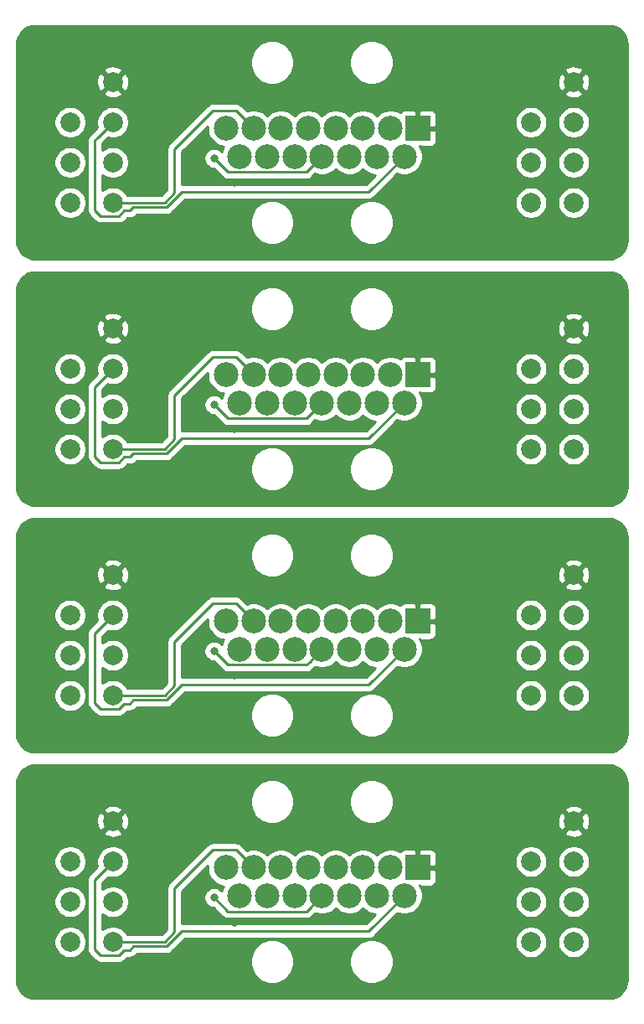
<source format=gbl>
G04 #@! TF.GenerationSoftware,KiCad,Pcbnew,(5.1.0)-1*
G04 #@! TF.CreationDate,2019-07-24T21:39:46-04:00*
G04 #@! TF.ProjectId,Panel,50616e65-6c2e-46b6-9963-61645f706362,rev?*
G04 #@! TF.SameCoordinates,Original*
G04 #@! TF.FileFunction,Copper,L2,Bot*
G04 #@! TF.FilePolarity,Positive*
%FSLAX46Y46*%
G04 Gerber Fmt 4.6, Leading zero omitted, Abs format (unit mm)*
G04 Created by KiCad (PCBNEW (5.1.0)-1) date 2019-07-24 21:39:46*
%MOMM*%
%LPD*%
G04 APERTURE LIST*
%ADD10R,2.500000X2.500000*%
%ADD11C,2.500000*%
%ADD12C,2.000000*%
%ADD13C,0.800000*%
%ADD14C,0.250000*%
%ADD15C,0.254000*%
G04 APERTURE END LIST*
D10*
X125595000Y-42880000D03*
D11*
X122825000Y-42880000D03*
X120055000Y-42880000D03*
X117285000Y-42880000D03*
X114515000Y-42880000D03*
X111745000Y-42880000D03*
X108975000Y-42880000D03*
X106205000Y-42880000D03*
X124210000Y-45720000D03*
X121440000Y-45720000D03*
X118670000Y-45720000D03*
X115900000Y-45720000D03*
X113130000Y-45720000D03*
X110360000Y-45720000D03*
X107590000Y-45720000D03*
X107590000Y-45720000D03*
X110360000Y-45720000D03*
X113130000Y-45720000D03*
X115900000Y-45720000D03*
X118670000Y-45720000D03*
X121440000Y-45720000D03*
X124210000Y-45720000D03*
X106205000Y-42880000D03*
X108975000Y-42880000D03*
X111745000Y-42880000D03*
X114515000Y-42880000D03*
X117285000Y-42880000D03*
X120055000Y-42880000D03*
X122825000Y-42880000D03*
D10*
X125595000Y-42880000D03*
D12*
X141359000Y-38204000D03*
X141359000Y-42268000D03*
X141359000Y-46332000D03*
X141359000Y-50396000D03*
X137041000Y-50396000D03*
X137041000Y-46332000D03*
X137041000Y-42268000D03*
X94759000Y-38204000D03*
X94759000Y-42268000D03*
X94759000Y-46332000D03*
X94759000Y-50396000D03*
X90441000Y-50396000D03*
X90441000Y-46332000D03*
X90441000Y-42268000D03*
X137041000Y-67168000D03*
X137041000Y-71232000D03*
X137041000Y-75296000D03*
X141359000Y-75296000D03*
X141359000Y-71232000D03*
X141359000Y-67168000D03*
X141359000Y-63104000D03*
X90441000Y-67168000D03*
X90441000Y-71232000D03*
X90441000Y-75296000D03*
X94759000Y-75296000D03*
X94759000Y-71232000D03*
X94759000Y-67168000D03*
X94759000Y-63104000D03*
D10*
X125595000Y-67780000D03*
D11*
X122825000Y-67780000D03*
X120055000Y-67780000D03*
X117285000Y-67780000D03*
X114515000Y-67780000D03*
X111745000Y-67780000D03*
X108975000Y-67780000D03*
X106205000Y-67780000D03*
X124210000Y-70620000D03*
X121440000Y-70620000D03*
X118670000Y-70620000D03*
X115900000Y-70620000D03*
X113130000Y-70620000D03*
X110360000Y-70620000D03*
X107590000Y-70620000D03*
X107590000Y-70620000D03*
X110360000Y-70620000D03*
X113130000Y-70620000D03*
X115900000Y-70620000D03*
X118670000Y-70620000D03*
X121440000Y-70620000D03*
X124210000Y-70620000D03*
X106205000Y-67780000D03*
X108975000Y-67780000D03*
X111745000Y-67780000D03*
X114515000Y-67780000D03*
X117285000Y-67780000D03*
X120055000Y-67780000D03*
X122825000Y-67780000D03*
D10*
X125595000Y-67780000D03*
X125595000Y-92680000D03*
D11*
X122825000Y-92680000D03*
X120055000Y-92680000D03*
X117285000Y-92680000D03*
X114515000Y-92680000D03*
X111745000Y-92680000D03*
X108975000Y-92680000D03*
X106205000Y-92680000D03*
X124210000Y-95520000D03*
X121440000Y-95520000D03*
X118670000Y-95520000D03*
X115900000Y-95520000D03*
X113130000Y-95520000D03*
X110360000Y-95520000D03*
X107590000Y-95520000D03*
D12*
X141359000Y-88004000D03*
X141359000Y-92068000D03*
X141359000Y-96132000D03*
X141359000Y-100196000D03*
X137041000Y-100196000D03*
X137041000Y-96132000D03*
X137041000Y-92068000D03*
D11*
X107590000Y-95520000D03*
X110360000Y-95520000D03*
X113130000Y-95520000D03*
X115900000Y-95520000D03*
X118670000Y-95520000D03*
X121440000Y-95520000D03*
X124210000Y-95520000D03*
X106205000Y-92680000D03*
X108975000Y-92680000D03*
X111745000Y-92680000D03*
X114515000Y-92680000D03*
X117285000Y-92680000D03*
X120055000Y-92680000D03*
X122825000Y-92680000D03*
D10*
X125595000Y-92680000D03*
D12*
X94759000Y-88004000D03*
X94759000Y-92068000D03*
X94759000Y-96132000D03*
X94759000Y-100196000D03*
X90441000Y-100196000D03*
X90441000Y-96132000D03*
X90441000Y-92068000D03*
D11*
X107590000Y-120420000D03*
X110360000Y-120420000D03*
X113130000Y-120420000D03*
X115900000Y-120420000D03*
X118670000Y-120420000D03*
X121440000Y-120420000D03*
X124210000Y-120420000D03*
X106205000Y-117580000D03*
X108975000Y-117580000D03*
X111745000Y-117580000D03*
X114515000Y-117580000D03*
X117285000Y-117580000D03*
X120055000Y-117580000D03*
X122825000Y-117580000D03*
D10*
X125595000Y-117580000D03*
X125595000Y-117580000D03*
D11*
X122825000Y-117580000D03*
X120055000Y-117580000D03*
X117285000Y-117580000D03*
X114515000Y-117580000D03*
X111745000Y-117580000D03*
X108975000Y-117580000D03*
X106205000Y-117580000D03*
X124210000Y-120420000D03*
X121440000Y-120420000D03*
X118670000Y-120420000D03*
X115900000Y-120420000D03*
X113130000Y-120420000D03*
X110360000Y-120420000D03*
X107590000Y-120420000D03*
D12*
X137041000Y-116968000D03*
X137041000Y-121032000D03*
X137041000Y-125096000D03*
X141359000Y-125096000D03*
X141359000Y-121032000D03*
X141359000Y-116968000D03*
X141359000Y-112904000D03*
X90441000Y-116968000D03*
X90441000Y-121032000D03*
X90441000Y-125096000D03*
X94759000Y-125096000D03*
X94759000Y-121032000D03*
X94759000Y-116968000D03*
X94759000Y-112904000D03*
D13*
X107100000Y-123100000D03*
X102600000Y-121100000D03*
X100600000Y-116500000D03*
X89100000Y-119000000D03*
X89100000Y-119000000D03*
X100600000Y-116500000D03*
X107100000Y-123100000D03*
X102600000Y-121100000D03*
X89100000Y-94100000D03*
X100600000Y-91600000D03*
X107100000Y-98200000D03*
X102600000Y-96200000D03*
X89100000Y-94100000D03*
X100600000Y-91600000D03*
X107100000Y-98200000D03*
X102600000Y-96200000D03*
X89100000Y-69200000D03*
X107100000Y-73300000D03*
X100600000Y-66700000D03*
X102600000Y-71300000D03*
X107100000Y-73300000D03*
X89100000Y-69200000D03*
X100600000Y-66700000D03*
X102600000Y-71300000D03*
X107100000Y-48400000D03*
X102600000Y-46400000D03*
X89100000Y-44300000D03*
X100600000Y-41800000D03*
X102600000Y-46400000D03*
X89100000Y-44300000D03*
X107100000Y-48400000D03*
X100600000Y-41800000D03*
X105000000Y-120600000D03*
X105000000Y-120600000D03*
X105000000Y-95700000D03*
X105000000Y-95700000D03*
X105000000Y-70800000D03*
X105000000Y-70800000D03*
X105000000Y-45900000D03*
X105000000Y-45900000D03*
D14*
X100004000Y-125096000D02*
X94759000Y-125096000D01*
X101000000Y-124100000D02*
X100004000Y-125096000D01*
X101000000Y-119655000D02*
X101000000Y-124100000D01*
X104855000Y-115800000D02*
X101000000Y-119655000D01*
X108975000Y-117580000D02*
X107195000Y-115800000D01*
X107195000Y-115800000D02*
X104855000Y-115800000D01*
X108975000Y-117580000D02*
X107195000Y-115800000D01*
X101000000Y-119655000D02*
X101000000Y-124100000D01*
X100004000Y-125096000D02*
X94759000Y-125096000D01*
X101000000Y-124100000D02*
X100004000Y-125096000D01*
X107195000Y-115800000D02*
X104855000Y-115800000D01*
X104855000Y-115800000D02*
X101000000Y-119655000D01*
X108975000Y-92680000D02*
X107195000Y-90900000D01*
X101000000Y-94755000D02*
X101000000Y-99200000D01*
X100004000Y-100196000D02*
X94759000Y-100196000D01*
X101000000Y-99200000D02*
X100004000Y-100196000D01*
X107195000Y-90900000D02*
X104855000Y-90900000D01*
X104855000Y-90900000D02*
X101000000Y-94755000D01*
X107195000Y-90900000D02*
X104855000Y-90900000D01*
X101000000Y-94755000D02*
X101000000Y-99200000D01*
X100004000Y-100196000D02*
X94759000Y-100196000D01*
X101000000Y-99200000D02*
X100004000Y-100196000D01*
X104855000Y-90900000D02*
X101000000Y-94755000D01*
X108975000Y-92680000D02*
X107195000Y-90900000D01*
X101000000Y-74300000D02*
X100004000Y-75296000D01*
X101000000Y-69855000D02*
X101000000Y-74300000D01*
X108975000Y-67780000D02*
X107195000Y-66000000D01*
X100004000Y-75296000D02*
X94759000Y-75296000D01*
X107195000Y-66000000D02*
X104855000Y-66000000D01*
X101000000Y-74300000D02*
X100004000Y-75296000D01*
X104855000Y-66000000D02*
X101000000Y-69855000D01*
X108975000Y-67780000D02*
X107195000Y-66000000D01*
X104855000Y-66000000D02*
X101000000Y-69855000D01*
X107195000Y-66000000D02*
X104855000Y-66000000D01*
X101000000Y-69855000D02*
X101000000Y-74300000D01*
X100004000Y-75296000D02*
X94759000Y-75296000D01*
X100004000Y-50396000D02*
X94759000Y-50396000D01*
X107195000Y-41100000D02*
X104855000Y-41100000D01*
X101000000Y-44955000D02*
X101000000Y-49400000D01*
X104855000Y-41100000D02*
X101000000Y-44955000D01*
X101000000Y-49400000D02*
X100004000Y-50396000D01*
X104855000Y-41100000D02*
X101000000Y-44955000D01*
X108975000Y-42880000D02*
X107195000Y-41100000D01*
X101000000Y-49400000D02*
X100004000Y-50396000D01*
X101000000Y-44955000D02*
X101000000Y-49400000D01*
X108975000Y-42880000D02*
X107195000Y-41100000D01*
X107195000Y-41100000D02*
X104855000Y-41100000D01*
X100004000Y-50396000D02*
X94759000Y-50396000D01*
X92933999Y-118793001D02*
X93259001Y-118467999D01*
X92933999Y-125833999D02*
X92933999Y-118793001D01*
X93521001Y-126421001D02*
X92933999Y-125833999D01*
X95395001Y-126421001D02*
X93521001Y-126421001D01*
X93259001Y-118467999D02*
X94759000Y-116968000D01*
X120630000Y-124000000D02*
X101736410Y-124000000D01*
X124210000Y-120420000D02*
X120630000Y-124000000D01*
X95916002Y-125900000D02*
X95395001Y-126421001D01*
X101736410Y-124000000D02*
X100190400Y-125546010D01*
X100190400Y-125546010D02*
X96853990Y-125546010D01*
X96853990Y-125546010D02*
X96500000Y-125900000D01*
X96500000Y-125900000D02*
X95916002Y-125900000D01*
X124210000Y-120420000D02*
X120630000Y-124000000D01*
X101736410Y-124000000D02*
X100190400Y-125546010D01*
X92933999Y-118793001D02*
X93259001Y-118467999D01*
X96500000Y-125900000D02*
X95916002Y-125900000D01*
X93259001Y-118467999D02*
X94759000Y-116968000D01*
X100190400Y-125546010D02*
X96853990Y-125546010D01*
X93521001Y-126421001D02*
X92933999Y-125833999D01*
X95395001Y-126421001D02*
X93521001Y-126421001D01*
X92933999Y-125833999D02*
X92933999Y-118793001D01*
X120630000Y-124000000D02*
X101736410Y-124000000D01*
X95916002Y-125900000D02*
X95395001Y-126421001D01*
X96853990Y-125546010D02*
X96500000Y-125900000D01*
X124210000Y-95520000D02*
X120630000Y-99100000D01*
X101736410Y-99100000D02*
X100190400Y-100646010D01*
X92933999Y-93893001D02*
X93259001Y-93567999D01*
X96500000Y-101000000D02*
X95916002Y-101000000D01*
X93259001Y-93567999D02*
X94759000Y-92068000D01*
X100190400Y-100646010D02*
X96853990Y-100646010D01*
X93521001Y-101521001D02*
X92933999Y-100933999D01*
X95395001Y-101521001D02*
X93521001Y-101521001D01*
X92933999Y-100933999D02*
X92933999Y-93893001D01*
X120630000Y-99100000D02*
X101736410Y-99100000D01*
X95916002Y-101000000D02*
X95395001Y-101521001D01*
X96853990Y-100646010D02*
X96500000Y-101000000D01*
X92933999Y-100933999D02*
X92933999Y-93893001D01*
X96853990Y-100646010D02*
X96500000Y-101000000D01*
X124210000Y-95520000D02*
X120630000Y-99100000D01*
X96500000Y-101000000D02*
X95916002Y-101000000D01*
X120630000Y-99100000D02*
X101736410Y-99100000D01*
X95395001Y-101521001D02*
X93521001Y-101521001D01*
X100190400Y-100646010D02*
X96853990Y-100646010D01*
X95916002Y-101000000D02*
X95395001Y-101521001D01*
X92933999Y-93893001D02*
X93259001Y-93567999D01*
X93259001Y-93567999D02*
X94759000Y-92068000D01*
X93521001Y-101521001D02*
X92933999Y-100933999D01*
X101736410Y-99100000D02*
X100190400Y-100646010D01*
X92933999Y-68993001D02*
X93259001Y-68667999D01*
X100190400Y-75746010D02*
X96853990Y-75746010D01*
X93521001Y-76621001D02*
X92933999Y-76033999D01*
X95916002Y-76100000D02*
X95395001Y-76621001D01*
X93259001Y-68667999D02*
X94759000Y-67168000D01*
X92933999Y-68993001D02*
X93259001Y-68667999D01*
X124210000Y-70620000D02*
X120630000Y-74200000D01*
X96500000Y-76100000D02*
X95916002Y-76100000D01*
X101736410Y-74200000D02*
X100190400Y-75746010D01*
X93259001Y-68667999D02*
X94759000Y-67168000D01*
X100190400Y-75746010D02*
X96853990Y-75746010D01*
X95395001Y-76621001D02*
X93521001Y-76621001D01*
X92933999Y-76033999D02*
X92933999Y-68993001D01*
X120630000Y-74200000D02*
X101736410Y-74200000D01*
X95916002Y-76100000D02*
X95395001Y-76621001D01*
X96853990Y-75746010D02*
X96500000Y-76100000D01*
X93521001Y-76621001D02*
X92933999Y-76033999D01*
X101736410Y-74200000D02*
X100190400Y-75746010D01*
X96500000Y-76100000D02*
X95916002Y-76100000D01*
X124210000Y-70620000D02*
X120630000Y-74200000D01*
X96853990Y-75746010D02*
X96500000Y-76100000D01*
X92933999Y-76033999D02*
X92933999Y-68993001D01*
X120630000Y-74200000D02*
X101736410Y-74200000D01*
X95395001Y-76621001D02*
X93521001Y-76621001D01*
X124210000Y-45720000D02*
X120630000Y-49300000D01*
X96500000Y-51200000D02*
X95916002Y-51200000D01*
X92933999Y-51133999D02*
X92933999Y-44093001D01*
X120630000Y-49300000D02*
X101736410Y-49300000D01*
X96853990Y-50846010D02*
X96500000Y-51200000D01*
X95395001Y-51721001D02*
X93521001Y-51721001D01*
X101736410Y-49300000D02*
X100190400Y-50846010D01*
X96853990Y-50846010D02*
X96500000Y-51200000D01*
X93521001Y-51721001D02*
X92933999Y-51133999D01*
X95916002Y-51200000D02*
X95395001Y-51721001D01*
X92933999Y-44093001D02*
X93259001Y-43767999D01*
X124210000Y-45720000D02*
X120630000Y-49300000D01*
X92933999Y-44093001D02*
X93259001Y-43767999D01*
X93521001Y-51721001D02*
X92933999Y-51133999D01*
X100190400Y-50846010D02*
X96853990Y-50846010D01*
X93259001Y-43767999D02*
X94759000Y-42268000D01*
X93259001Y-43767999D02*
X94759000Y-42268000D01*
X92933999Y-51133999D02*
X92933999Y-44093001D01*
X100190400Y-50846010D02*
X96853990Y-50846010D01*
X96500000Y-51200000D02*
X95916002Y-51200000D01*
X120630000Y-49300000D02*
X101736410Y-49300000D01*
X95916002Y-51200000D02*
X95395001Y-51721001D01*
X95395001Y-51721001D02*
X93521001Y-51721001D01*
X101736410Y-49300000D02*
X100190400Y-50846010D01*
X114650001Y-121669999D02*
X115900000Y-120420000D01*
X114324999Y-121995001D02*
X114650001Y-121669999D01*
X106395001Y-121995001D02*
X114324999Y-121995001D01*
X105000000Y-120600000D02*
X106395001Y-121995001D01*
X114650001Y-121669999D02*
X115900000Y-120420000D01*
X114324999Y-121995001D02*
X114650001Y-121669999D01*
X106395001Y-121995001D02*
X114324999Y-121995001D01*
X105000000Y-120600000D02*
X106395001Y-121995001D01*
X114650001Y-96769999D02*
X115900000Y-95520000D01*
X114324999Y-97095001D02*
X114650001Y-96769999D01*
X106395001Y-97095001D02*
X114324999Y-97095001D01*
X105000000Y-95700000D02*
X106395001Y-97095001D01*
X114324999Y-97095001D02*
X114650001Y-96769999D01*
X114650001Y-96769999D02*
X115900000Y-95520000D01*
X106395001Y-97095001D02*
X114324999Y-97095001D01*
X105000000Y-95700000D02*
X106395001Y-97095001D01*
X114650001Y-71869999D02*
X115900000Y-70620000D01*
X106395001Y-72195001D02*
X114324999Y-72195001D01*
X105000000Y-70800000D02*
X106395001Y-72195001D01*
X106395001Y-72195001D02*
X114324999Y-72195001D01*
X114324999Y-72195001D02*
X114650001Y-71869999D01*
X114650001Y-71869999D02*
X115900000Y-70620000D01*
X105000000Y-70800000D02*
X106395001Y-72195001D01*
X114324999Y-72195001D02*
X114650001Y-71869999D01*
X114324999Y-47295001D02*
X114650001Y-46969999D01*
X114650001Y-46969999D02*
X115900000Y-45720000D01*
X114324999Y-47295001D02*
X114650001Y-46969999D01*
X105000000Y-45900000D02*
X106395001Y-47295001D01*
X106395001Y-47295001D02*
X114324999Y-47295001D01*
X114650001Y-46969999D02*
X115900000Y-45720000D01*
X105000000Y-45900000D02*
X106395001Y-47295001D01*
X106395001Y-47295001D02*
X114324999Y-47295001D01*
D15*
G36*
X145249545Y-107248909D02*
G01*
X145600208Y-107354780D01*
X145923625Y-107526744D01*
X146207484Y-107758254D01*
X146440965Y-108040486D01*
X146615183Y-108362695D01*
X146723502Y-108712614D01*
X146765000Y-109107443D01*
X146765000Y-128877721D01*
X146726091Y-129274545D01*
X146620220Y-129625206D01*
X146448257Y-129948623D01*
X146216748Y-130232482D01*
X145934514Y-130465965D01*
X145612304Y-130640184D01*
X145262385Y-130748502D01*
X144867557Y-130790000D01*
X86947279Y-130790000D01*
X86550455Y-130751091D01*
X86199794Y-130645220D01*
X85876377Y-130473257D01*
X85592518Y-130241748D01*
X85359035Y-129959514D01*
X85184816Y-129637304D01*
X85076498Y-129287385D01*
X85035000Y-128892557D01*
X85035000Y-124934967D01*
X88806000Y-124934967D01*
X88806000Y-125257033D01*
X88868832Y-125572912D01*
X88992082Y-125870463D01*
X89171013Y-126138252D01*
X89398748Y-126365987D01*
X89666537Y-126544918D01*
X89964088Y-126668168D01*
X90279967Y-126731000D01*
X90602033Y-126731000D01*
X90917912Y-126668168D01*
X91215463Y-126544918D01*
X91483252Y-126365987D01*
X91710987Y-126138252D01*
X91889918Y-125870463D01*
X92013168Y-125572912D01*
X92076000Y-125257033D01*
X92076000Y-124934967D01*
X92013168Y-124619088D01*
X91889918Y-124321537D01*
X91710987Y-124053748D01*
X91483252Y-123826013D01*
X91215463Y-123647082D01*
X90917912Y-123523832D01*
X90602033Y-123461000D01*
X90279967Y-123461000D01*
X89964088Y-123523832D01*
X89666537Y-123647082D01*
X89398748Y-123826013D01*
X89171013Y-124053748D01*
X88992082Y-124321537D01*
X88868832Y-124619088D01*
X88806000Y-124934967D01*
X85035000Y-124934967D01*
X85035000Y-120870967D01*
X88806000Y-120870967D01*
X88806000Y-121193033D01*
X88868832Y-121508912D01*
X88992082Y-121806463D01*
X89171013Y-122074252D01*
X89398748Y-122301987D01*
X89666537Y-122480918D01*
X89964088Y-122604168D01*
X90279967Y-122667000D01*
X90602033Y-122667000D01*
X90917912Y-122604168D01*
X91215463Y-122480918D01*
X91483252Y-122301987D01*
X91710987Y-122074252D01*
X91889918Y-121806463D01*
X92013168Y-121508912D01*
X92076000Y-121193033D01*
X92076000Y-120870967D01*
X92013168Y-120555088D01*
X91889918Y-120257537D01*
X91710987Y-119989748D01*
X91483252Y-119762013D01*
X91215463Y-119583082D01*
X90917912Y-119459832D01*
X90602033Y-119397000D01*
X90279967Y-119397000D01*
X89964088Y-119459832D01*
X89666537Y-119583082D01*
X89398748Y-119762013D01*
X89171013Y-119989748D01*
X88992082Y-120257537D01*
X88868832Y-120555088D01*
X88806000Y-120870967D01*
X85035000Y-120870967D01*
X85035000Y-118793001D01*
X92170323Y-118793001D01*
X92174000Y-118830333D01*
X92173999Y-125796676D01*
X92170323Y-125833999D01*
X92173999Y-125871321D01*
X92173999Y-125871331D01*
X92184996Y-125982984D01*
X92223467Y-126109809D01*
X92228453Y-126126245D01*
X92299025Y-126258275D01*
X92338201Y-126306010D01*
X92393998Y-126374000D01*
X92423001Y-126397802D01*
X92957201Y-126932003D01*
X92981000Y-126961002D01*
X93096725Y-127055975D01*
X93228754Y-127126547D01*
X93372015Y-127170004D01*
X93483668Y-127181001D01*
X93483677Y-127181001D01*
X93521000Y-127184677D01*
X93558323Y-127181001D01*
X95357679Y-127181001D01*
X95395001Y-127184677D01*
X95432323Y-127181001D01*
X95432334Y-127181001D01*
X95543987Y-127170004D01*
X95687248Y-127126547D01*
X95819277Y-127055975D01*
X95935002Y-126961002D01*
X95958804Y-126931999D01*
X96040931Y-126849872D01*
X108637300Y-126849872D01*
X108637300Y-127290128D01*
X108723190Y-127721925D01*
X108891669Y-128128669D01*
X109136262Y-128494729D01*
X109447571Y-128806038D01*
X109813631Y-129050631D01*
X110220375Y-129219110D01*
X110652172Y-129305000D01*
X111092428Y-129305000D01*
X111524225Y-129219110D01*
X111930969Y-129050631D01*
X112297029Y-128806038D01*
X112608338Y-128494729D01*
X112852931Y-128128669D01*
X113021410Y-127721925D01*
X113107300Y-127290128D01*
X113107300Y-126849872D01*
X118692700Y-126849872D01*
X118692700Y-127290128D01*
X118778590Y-127721925D01*
X118947069Y-128128669D01*
X119191662Y-128494729D01*
X119502971Y-128806038D01*
X119869031Y-129050631D01*
X120275775Y-129219110D01*
X120707572Y-129305000D01*
X121147828Y-129305000D01*
X121579625Y-129219110D01*
X121986369Y-129050631D01*
X122352429Y-128806038D01*
X122663738Y-128494729D01*
X122908331Y-128128669D01*
X123076810Y-127721925D01*
X123162700Y-127290128D01*
X123162700Y-126849872D01*
X123076810Y-126418075D01*
X122908331Y-126011331D01*
X122663738Y-125645271D01*
X122352429Y-125333962D01*
X121986369Y-125089369D01*
X121613610Y-124934967D01*
X135406000Y-124934967D01*
X135406000Y-125257033D01*
X135468832Y-125572912D01*
X135592082Y-125870463D01*
X135771013Y-126138252D01*
X135998748Y-126365987D01*
X136266537Y-126544918D01*
X136564088Y-126668168D01*
X136879967Y-126731000D01*
X137202033Y-126731000D01*
X137517912Y-126668168D01*
X137815463Y-126544918D01*
X138083252Y-126365987D01*
X138310987Y-126138252D01*
X138489918Y-125870463D01*
X138613168Y-125572912D01*
X138676000Y-125257033D01*
X138676000Y-124934967D01*
X139724000Y-124934967D01*
X139724000Y-125257033D01*
X139786832Y-125572912D01*
X139910082Y-125870463D01*
X140089013Y-126138252D01*
X140316748Y-126365987D01*
X140584537Y-126544918D01*
X140882088Y-126668168D01*
X141197967Y-126731000D01*
X141520033Y-126731000D01*
X141835912Y-126668168D01*
X142133463Y-126544918D01*
X142401252Y-126365987D01*
X142628987Y-126138252D01*
X142807918Y-125870463D01*
X142931168Y-125572912D01*
X142994000Y-125257033D01*
X142994000Y-124934967D01*
X142931168Y-124619088D01*
X142807918Y-124321537D01*
X142628987Y-124053748D01*
X142401252Y-123826013D01*
X142133463Y-123647082D01*
X141835912Y-123523832D01*
X141520033Y-123461000D01*
X141197967Y-123461000D01*
X140882088Y-123523832D01*
X140584537Y-123647082D01*
X140316748Y-123826013D01*
X140089013Y-124053748D01*
X139910082Y-124321537D01*
X139786832Y-124619088D01*
X139724000Y-124934967D01*
X138676000Y-124934967D01*
X138613168Y-124619088D01*
X138489918Y-124321537D01*
X138310987Y-124053748D01*
X138083252Y-123826013D01*
X137815463Y-123647082D01*
X137517912Y-123523832D01*
X137202033Y-123461000D01*
X136879967Y-123461000D01*
X136564088Y-123523832D01*
X136266537Y-123647082D01*
X135998748Y-123826013D01*
X135771013Y-124053748D01*
X135592082Y-124321537D01*
X135468832Y-124619088D01*
X135406000Y-124934967D01*
X121613610Y-124934967D01*
X121579625Y-124920890D01*
X121147828Y-124835000D01*
X120707572Y-124835000D01*
X120275775Y-124920890D01*
X119869031Y-125089369D01*
X119502971Y-125333962D01*
X119191662Y-125645271D01*
X118947069Y-126011331D01*
X118778590Y-126418075D01*
X118692700Y-126849872D01*
X113107300Y-126849872D01*
X113021410Y-126418075D01*
X112852931Y-126011331D01*
X112608338Y-125645271D01*
X112297029Y-125333962D01*
X111930969Y-125089369D01*
X111524225Y-124920890D01*
X111092428Y-124835000D01*
X110652172Y-124835000D01*
X110220375Y-124920890D01*
X109813631Y-125089369D01*
X109447571Y-125333962D01*
X109136262Y-125645271D01*
X108891669Y-126011331D01*
X108723190Y-126418075D01*
X108637300Y-126849872D01*
X96040931Y-126849872D01*
X96230804Y-126660000D01*
X96462678Y-126660000D01*
X96500000Y-126663676D01*
X96537322Y-126660000D01*
X96537333Y-126660000D01*
X96648986Y-126649003D01*
X96792247Y-126605546D01*
X96924276Y-126534974D01*
X97040001Y-126440001D01*
X97063803Y-126410998D01*
X97168791Y-126306010D01*
X100153078Y-126306010D01*
X100190400Y-126309686D01*
X100227722Y-126306010D01*
X100227733Y-126306010D01*
X100339386Y-126295013D01*
X100482647Y-126251556D01*
X100614676Y-126180984D01*
X100730401Y-126086011D01*
X100754204Y-126057007D01*
X102051212Y-124760000D01*
X120592678Y-124760000D01*
X120630000Y-124763676D01*
X120667322Y-124760000D01*
X120667333Y-124760000D01*
X120778986Y-124749003D01*
X120922247Y-124705546D01*
X121054276Y-124634974D01*
X121170001Y-124540001D01*
X121193804Y-124510997D01*
X123527283Y-122177519D01*
X123660166Y-122232561D01*
X124024344Y-122305000D01*
X124395656Y-122305000D01*
X124759834Y-122232561D01*
X125102882Y-122090466D01*
X125411618Y-121884175D01*
X125674175Y-121621618D01*
X125880466Y-121312882D01*
X126022561Y-120969834D01*
X126042226Y-120870967D01*
X135406000Y-120870967D01*
X135406000Y-121193033D01*
X135468832Y-121508912D01*
X135592082Y-121806463D01*
X135771013Y-122074252D01*
X135998748Y-122301987D01*
X136266537Y-122480918D01*
X136564088Y-122604168D01*
X136879967Y-122667000D01*
X137202033Y-122667000D01*
X137517912Y-122604168D01*
X137815463Y-122480918D01*
X138083252Y-122301987D01*
X138310987Y-122074252D01*
X138489918Y-121806463D01*
X138613168Y-121508912D01*
X138676000Y-121193033D01*
X138676000Y-120870967D01*
X139724000Y-120870967D01*
X139724000Y-121193033D01*
X139786832Y-121508912D01*
X139910082Y-121806463D01*
X140089013Y-122074252D01*
X140316748Y-122301987D01*
X140584537Y-122480918D01*
X140882088Y-122604168D01*
X141197967Y-122667000D01*
X141520033Y-122667000D01*
X141835912Y-122604168D01*
X142133463Y-122480918D01*
X142401252Y-122301987D01*
X142628987Y-122074252D01*
X142807918Y-121806463D01*
X142931168Y-121508912D01*
X142994000Y-121193033D01*
X142994000Y-120870967D01*
X142931168Y-120555088D01*
X142807918Y-120257537D01*
X142628987Y-119989748D01*
X142401252Y-119762013D01*
X142133463Y-119583082D01*
X141835912Y-119459832D01*
X141520033Y-119397000D01*
X141197967Y-119397000D01*
X140882088Y-119459832D01*
X140584537Y-119583082D01*
X140316748Y-119762013D01*
X140089013Y-119989748D01*
X139910082Y-120257537D01*
X139786832Y-120555088D01*
X139724000Y-120870967D01*
X138676000Y-120870967D01*
X138613168Y-120555088D01*
X138489918Y-120257537D01*
X138310987Y-119989748D01*
X138083252Y-119762013D01*
X137815463Y-119583082D01*
X137517912Y-119459832D01*
X137202033Y-119397000D01*
X136879967Y-119397000D01*
X136564088Y-119459832D01*
X136266537Y-119583082D01*
X135998748Y-119762013D01*
X135771013Y-119989748D01*
X135592082Y-120257537D01*
X135468832Y-120555088D01*
X135406000Y-120870967D01*
X126042226Y-120870967D01*
X126095000Y-120605656D01*
X126095000Y-120234344D01*
X126022561Y-119870166D01*
X125880466Y-119527118D01*
X125754809Y-119339059D01*
X125880750Y-119465000D01*
X126845000Y-119468072D01*
X126969482Y-119455812D01*
X127089180Y-119419502D01*
X127199494Y-119360537D01*
X127296185Y-119281185D01*
X127375537Y-119184494D01*
X127434502Y-119074180D01*
X127470812Y-118954482D01*
X127483072Y-118830000D01*
X127480000Y-117865750D01*
X127321250Y-117707000D01*
X125722000Y-117707000D01*
X125722000Y-117727000D01*
X125468000Y-117727000D01*
X125468000Y-117707000D01*
X125448000Y-117707000D01*
X125448000Y-117453000D01*
X125468000Y-117453000D01*
X125468000Y-115853750D01*
X125722000Y-115853750D01*
X125722000Y-117453000D01*
X127321250Y-117453000D01*
X127480000Y-117294250D01*
X127481552Y-116806967D01*
X135406000Y-116806967D01*
X135406000Y-117129033D01*
X135468832Y-117444912D01*
X135592082Y-117742463D01*
X135771013Y-118010252D01*
X135998748Y-118237987D01*
X136266537Y-118416918D01*
X136564088Y-118540168D01*
X136879967Y-118603000D01*
X137202033Y-118603000D01*
X137517912Y-118540168D01*
X137815463Y-118416918D01*
X138083252Y-118237987D01*
X138310987Y-118010252D01*
X138489918Y-117742463D01*
X138613168Y-117444912D01*
X138676000Y-117129033D01*
X138676000Y-116806967D01*
X139724000Y-116806967D01*
X139724000Y-117129033D01*
X139786832Y-117444912D01*
X139910082Y-117742463D01*
X140089013Y-118010252D01*
X140316748Y-118237987D01*
X140584537Y-118416918D01*
X140882088Y-118540168D01*
X141197967Y-118603000D01*
X141520033Y-118603000D01*
X141835912Y-118540168D01*
X142133463Y-118416918D01*
X142401252Y-118237987D01*
X142628987Y-118010252D01*
X142807918Y-117742463D01*
X142931168Y-117444912D01*
X142994000Y-117129033D01*
X142994000Y-116806967D01*
X142931168Y-116491088D01*
X142807918Y-116193537D01*
X142628987Y-115925748D01*
X142401252Y-115698013D01*
X142133463Y-115519082D01*
X141835912Y-115395832D01*
X141520033Y-115333000D01*
X141197967Y-115333000D01*
X140882088Y-115395832D01*
X140584537Y-115519082D01*
X140316748Y-115698013D01*
X140089013Y-115925748D01*
X139910082Y-116193537D01*
X139786832Y-116491088D01*
X139724000Y-116806967D01*
X138676000Y-116806967D01*
X138613168Y-116491088D01*
X138489918Y-116193537D01*
X138310987Y-115925748D01*
X138083252Y-115698013D01*
X137815463Y-115519082D01*
X137517912Y-115395832D01*
X137202033Y-115333000D01*
X136879967Y-115333000D01*
X136564088Y-115395832D01*
X136266537Y-115519082D01*
X135998748Y-115698013D01*
X135771013Y-115925748D01*
X135592082Y-116193537D01*
X135468832Y-116491088D01*
X135406000Y-116806967D01*
X127481552Y-116806967D01*
X127483072Y-116330000D01*
X127470812Y-116205518D01*
X127434502Y-116085820D01*
X127375537Y-115975506D01*
X127296185Y-115878815D01*
X127199494Y-115799463D01*
X127089180Y-115740498D01*
X126969482Y-115704188D01*
X126845000Y-115691928D01*
X125880750Y-115695000D01*
X125722000Y-115853750D01*
X125468000Y-115853750D01*
X125309250Y-115695000D01*
X124345000Y-115691928D01*
X124220518Y-115704188D01*
X124100820Y-115740498D01*
X123990506Y-115799463D01*
X123893815Y-115878815D01*
X123815225Y-115974577D01*
X123717882Y-115909534D01*
X123374834Y-115767439D01*
X123010656Y-115695000D01*
X122639344Y-115695000D01*
X122275166Y-115767439D01*
X121932118Y-115909534D01*
X121623382Y-116115825D01*
X121440000Y-116299207D01*
X121256618Y-116115825D01*
X120947882Y-115909534D01*
X120604834Y-115767439D01*
X120240656Y-115695000D01*
X119869344Y-115695000D01*
X119505166Y-115767439D01*
X119162118Y-115909534D01*
X118853382Y-116115825D01*
X118670000Y-116299207D01*
X118486618Y-116115825D01*
X118177882Y-115909534D01*
X117834834Y-115767439D01*
X117470656Y-115695000D01*
X117099344Y-115695000D01*
X116735166Y-115767439D01*
X116392118Y-115909534D01*
X116083382Y-116115825D01*
X115900000Y-116299207D01*
X115716618Y-116115825D01*
X115407882Y-115909534D01*
X115064834Y-115767439D01*
X114700656Y-115695000D01*
X114329344Y-115695000D01*
X113965166Y-115767439D01*
X113622118Y-115909534D01*
X113313382Y-116115825D01*
X113130000Y-116299207D01*
X112946618Y-116115825D01*
X112637882Y-115909534D01*
X112294834Y-115767439D01*
X111930656Y-115695000D01*
X111559344Y-115695000D01*
X111195166Y-115767439D01*
X110852118Y-115909534D01*
X110543382Y-116115825D01*
X110360000Y-116299207D01*
X110176618Y-116115825D01*
X109867882Y-115909534D01*
X109524834Y-115767439D01*
X109160656Y-115695000D01*
X108789344Y-115695000D01*
X108425166Y-115767439D01*
X108292282Y-115822481D01*
X107758804Y-115289003D01*
X107735001Y-115259999D01*
X107619276Y-115165026D01*
X107487247Y-115094454D01*
X107343986Y-115050997D01*
X107232333Y-115040000D01*
X107232322Y-115040000D01*
X107195000Y-115036324D01*
X107157678Y-115040000D01*
X104892322Y-115040000D01*
X104854999Y-115036324D01*
X104817676Y-115040000D01*
X104817667Y-115040000D01*
X104706014Y-115050997D01*
X104562753Y-115094454D01*
X104430724Y-115165026D01*
X104314999Y-115259999D01*
X104291201Y-115288997D01*
X100489003Y-119091196D01*
X100459999Y-119114999D01*
X100411952Y-119173545D01*
X100365026Y-119230724D01*
X100364518Y-119231675D01*
X100294454Y-119362754D01*
X100250997Y-119506015D01*
X100240000Y-119617668D01*
X100240000Y-119617678D01*
X100236324Y-119655000D01*
X100240000Y-119692323D01*
X100240001Y-123785197D01*
X99689199Y-124336000D01*
X96213909Y-124336000D01*
X96207918Y-124321537D01*
X96028987Y-124053748D01*
X95801252Y-123826013D01*
X95533463Y-123647082D01*
X95235912Y-123523832D01*
X94920033Y-123461000D01*
X94597967Y-123461000D01*
X94282088Y-123523832D01*
X93984537Y-123647082D01*
X93716748Y-123826013D01*
X93693999Y-123848762D01*
X93693999Y-122279238D01*
X93716748Y-122301987D01*
X93984537Y-122480918D01*
X94282088Y-122604168D01*
X94597967Y-122667000D01*
X94920033Y-122667000D01*
X95235912Y-122604168D01*
X95533463Y-122480918D01*
X95801252Y-122301987D01*
X96028987Y-122074252D01*
X96207918Y-121806463D01*
X96331168Y-121508912D01*
X96394000Y-121193033D01*
X96394000Y-120870967D01*
X96331168Y-120555088D01*
X96207918Y-120257537D01*
X96028987Y-119989748D01*
X95801252Y-119762013D01*
X95533463Y-119583082D01*
X95235912Y-119459832D01*
X94920033Y-119397000D01*
X94597967Y-119397000D01*
X94282088Y-119459832D01*
X93984537Y-119583082D01*
X93716748Y-119762013D01*
X93693999Y-119784762D01*
X93693999Y-119107802D01*
X94267624Y-118534177D01*
X94282088Y-118540168D01*
X94597967Y-118603000D01*
X94920033Y-118603000D01*
X95235912Y-118540168D01*
X95533463Y-118416918D01*
X95801252Y-118237987D01*
X96028987Y-118010252D01*
X96207918Y-117742463D01*
X96331168Y-117444912D01*
X96394000Y-117129033D01*
X96394000Y-116806967D01*
X96331168Y-116491088D01*
X96207918Y-116193537D01*
X96028987Y-115925748D01*
X95801252Y-115698013D01*
X95533463Y-115519082D01*
X95235912Y-115395832D01*
X94920033Y-115333000D01*
X94597967Y-115333000D01*
X94282088Y-115395832D01*
X93984537Y-115519082D01*
X93716748Y-115698013D01*
X93489013Y-115925748D01*
X93310082Y-116193537D01*
X93186832Y-116491088D01*
X93124000Y-116806967D01*
X93124000Y-117129033D01*
X93186832Y-117444912D01*
X93192823Y-117459376D01*
X92422997Y-118229202D01*
X92393999Y-118253000D01*
X92370201Y-118281998D01*
X92370200Y-118281999D01*
X92299025Y-118368725D01*
X92228453Y-118500755D01*
X92184997Y-118644016D01*
X92170323Y-118793001D01*
X85035000Y-118793001D01*
X85035000Y-116806967D01*
X88806000Y-116806967D01*
X88806000Y-117129033D01*
X88868832Y-117444912D01*
X88992082Y-117742463D01*
X89171013Y-118010252D01*
X89398748Y-118237987D01*
X89666537Y-118416918D01*
X89964088Y-118540168D01*
X90279967Y-118603000D01*
X90602033Y-118603000D01*
X90917912Y-118540168D01*
X91215463Y-118416918D01*
X91483252Y-118237987D01*
X91710987Y-118010252D01*
X91889918Y-117742463D01*
X92013168Y-117444912D01*
X92076000Y-117129033D01*
X92076000Y-116806967D01*
X92013168Y-116491088D01*
X91889918Y-116193537D01*
X91710987Y-115925748D01*
X91483252Y-115698013D01*
X91215463Y-115519082D01*
X90917912Y-115395832D01*
X90602033Y-115333000D01*
X90279967Y-115333000D01*
X89964088Y-115395832D01*
X89666537Y-115519082D01*
X89398748Y-115698013D01*
X89171013Y-115925748D01*
X88992082Y-116193537D01*
X88868832Y-116491088D01*
X88806000Y-116806967D01*
X85035000Y-116806967D01*
X85035000Y-114039413D01*
X93803192Y-114039413D01*
X93898956Y-114303814D01*
X94188571Y-114444704D01*
X94500108Y-114526384D01*
X94821595Y-114545718D01*
X95140675Y-114501961D01*
X95445088Y-114396795D01*
X95619044Y-114303814D01*
X95714808Y-114039413D01*
X140403192Y-114039413D01*
X140498956Y-114303814D01*
X140788571Y-114444704D01*
X141100108Y-114526384D01*
X141421595Y-114545718D01*
X141740675Y-114501961D01*
X142045088Y-114396795D01*
X142219044Y-114303814D01*
X142314808Y-114039413D01*
X141359000Y-113083605D01*
X140403192Y-114039413D01*
X95714808Y-114039413D01*
X94759000Y-113083605D01*
X93803192Y-114039413D01*
X85035000Y-114039413D01*
X85035000Y-112966595D01*
X93117282Y-112966595D01*
X93161039Y-113285675D01*
X93266205Y-113590088D01*
X93359186Y-113764044D01*
X93623587Y-113859808D01*
X94579395Y-112904000D01*
X94938605Y-112904000D01*
X95894413Y-113859808D01*
X96158814Y-113764044D01*
X96299704Y-113474429D01*
X96381384Y-113162892D01*
X96400718Y-112841405D01*
X96356961Y-112522325D01*
X96251795Y-112217912D01*
X96158814Y-112043956D01*
X95894413Y-111948192D01*
X94938605Y-112904000D01*
X94579395Y-112904000D01*
X93623587Y-111948192D01*
X93359186Y-112043956D01*
X93218296Y-112333571D01*
X93136616Y-112645108D01*
X93117282Y-112966595D01*
X85035000Y-112966595D01*
X85035000Y-111768587D01*
X93803192Y-111768587D01*
X94759000Y-112724395D01*
X95714808Y-111768587D01*
X95619044Y-111504186D01*
X95329429Y-111363296D01*
X95017892Y-111281616D01*
X94696405Y-111262282D01*
X94377325Y-111306039D01*
X94072912Y-111411205D01*
X93898956Y-111504186D01*
X93803192Y-111768587D01*
X85035000Y-111768587D01*
X85035000Y-110707372D01*
X108637300Y-110707372D01*
X108637300Y-111147628D01*
X108723190Y-111579425D01*
X108891669Y-111986169D01*
X109136262Y-112352229D01*
X109447571Y-112663538D01*
X109813631Y-112908131D01*
X110220375Y-113076610D01*
X110652172Y-113162500D01*
X111092428Y-113162500D01*
X111524225Y-113076610D01*
X111930969Y-112908131D01*
X112297029Y-112663538D01*
X112608338Y-112352229D01*
X112852931Y-111986169D01*
X113021410Y-111579425D01*
X113107300Y-111147628D01*
X113107300Y-110707372D01*
X118692700Y-110707372D01*
X118692700Y-111147628D01*
X118778590Y-111579425D01*
X118947069Y-111986169D01*
X119191662Y-112352229D01*
X119502971Y-112663538D01*
X119869031Y-112908131D01*
X120275775Y-113076610D01*
X120707572Y-113162500D01*
X121147828Y-113162500D01*
X121579625Y-113076610D01*
X121845224Y-112966595D01*
X139717282Y-112966595D01*
X139761039Y-113285675D01*
X139866205Y-113590088D01*
X139959186Y-113764044D01*
X140223587Y-113859808D01*
X141179395Y-112904000D01*
X141538605Y-112904000D01*
X142494413Y-113859808D01*
X142758814Y-113764044D01*
X142899704Y-113474429D01*
X142981384Y-113162892D01*
X143000718Y-112841405D01*
X142956961Y-112522325D01*
X142851795Y-112217912D01*
X142758814Y-112043956D01*
X142494413Y-111948192D01*
X141538605Y-112904000D01*
X141179395Y-112904000D01*
X140223587Y-111948192D01*
X139959186Y-112043956D01*
X139818296Y-112333571D01*
X139736616Y-112645108D01*
X139717282Y-112966595D01*
X121845224Y-112966595D01*
X121986369Y-112908131D01*
X122352429Y-112663538D01*
X122663738Y-112352229D01*
X122908331Y-111986169D01*
X122998456Y-111768587D01*
X140403192Y-111768587D01*
X141359000Y-112724395D01*
X142314808Y-111768587D01*
X142219044Y-111504186D01*
X141929429Y-111363296D01*
X141617892Y-111281616D01*
X141296405Y-111262282D01*
X140977325Y-111306039D01*
X140672912Y-111411205D01*
X140498956Y-111504186D01*
X140403192Y-111768587D01*
X122998456Y-111768587D01*
X123076810Y-111579425D01*
X123162700Y-111147628D01*
X123162700Y-110707372D01*
X123076810Y-110275575D01*
X122908331Y-109868831D01*
X122663738Y-109502771D01*
X122352429Y-109191462D01*
X121986369Y-108946869D01*
X121579625Y-108778390D01*
X121147828Y-108692500D01*
X120707572Y-108692500D01*
X120275775Y-108778390D01*
X119869031Y-108946869D01*
X119502971Y-109191462D01*
X119191662Y-109502771D01*
X118947069Y-109868831D01*
X118778590Y-110275575D01*
X118692700Y-110707372D01*
X113107300Y-110707372D01*
X113021410Y-110275575D01*
X112852931Y-109868831D01*
X112608338Y-109502771D01*
X112297029Y-109191462D01*
X111930969Y-108946869D01*
X111524225Y-108778390D01*
X111092428Y-108692500D01*
X110652172Y-108692500D01*
X110220375Y-108778390D01*
X109813631Y-108946869D01*
X109447571Y-109191462D01*
X109136262Y-109502771D01*
X108891669Y-109868831D01*
X108723190Y-110275575D01*
X108637300Y-110707372D01*
X85035000Y-110707372D01*
X85035000Y-109122279D01*
X85073909Y-108725455D01*
X85179780Y-108374792D01*
X85351744Y-108051375D01*
X85583254Y-107767516D01*
X85865486Y-107534035D01*
X86187695Y-107359817D01*
X86537614Y-107251498D01*
X86932443Y-107210000D01*
X144852721Y-107210000D01*
X145249545Y-107248909D01*
X145249545Y-107248909D01*
G37*
X145249545Y-107248909D02*
X145600208Y-107354780D01*
X145923625Y-107526744D01*
X146207484Y-107758254D01*
X146440965Y-108040486D01*
X146615183Y-108362695D01*
X146723502Y-108712614D01*
X146765000Y-109107443D01*
X146765000Y-128877721D01*
X146726091Y-129274545D01*
X146620220Y-129625206D01*
X146448257Y-129948623D01*
X146216748Y-130232482D01*
X145934514Y-130465965D01*
X145612304Y-130640184D01*
X145262385Y-130748502D01*
X144867557Y-130790000D01*
X86947279Y-130790000D01*
X86550455Y-130751091D01*
X86199794Y-130645220D01*
X85876377Y-130473257D01*
X85592518Y-130241748D01*
X85359035Y-129959514D01*
X85184816Y-129637304D01*
X85076498Y-129287385D01*
X85035000Y-128892557D01*
X85035000Y-124934967D01*
X88806000Y-124934967D01*
X88806000Y-125257033D01*
X88868832Y-125572912D01*
X88992082Y-125870463D01*
X89171013Y-126138252D01*
X89398748Y-126365987D01*
X89666537Y-126544918D01*
X89964088Y-126668168D01*
X90279967Y-126731000D01*
X90602033Y-126731000D01*
X90917912Y-126668168D01*
X91215463Y-126544918D01*
X91483252Y-126365987D01*
X91710987Y-126138252D01*
X91889918Y-125870463D01*
X92013168Y-125572912D01*
X92076000Y-125257033D01*
X92076000Y-124934967D01*
X92013168Y-124619088D01*
X91889918Y-124321537D01*
X91710987Y-124053748D01*
X91483252Y-123826013D01*
X91215463Y-123647082D01*
X90917912Y-123523832D01*
X90602033Y-123461000D01*
X90279967Y-123461000D01*
X89964088Y-123523832D01*
X89666537Y-123647082D01*
X89398748Y-123826013D01*
X89171013Y-124053748D01*
X88992082Y-124321537D01*
X88868832Y-124619088D01*
X88806000Y-124934967D01*
X85035000Y-124934967D01*
X85035000Y-120870967D01*
X88806000Y-120870967D01*
X88806000Y-121193033D01*
X88868832Y-121508912D01*
X88992082Y-121806463D01*
X89171013Y-122074252D01*
X89398748Y-122301987D01*
X89666537Y-122480918D01*
X89964088Y-122604168D01*
X90279967Y-122667000D01*
X90602033Y-122667000D01*
X90917912Y-122604168D01*
X91215463Y-122480918D01*
X91483252Y-122301987D01*
X91710987Y-122074252D01*
X91889918Y-121806463D01*
X92013168Y-121508912D01*
X92076000Y-121193033D01*
X92076000Y-120870967D01*
X92013168Y-120555088D01*
X91889918Y-120257537D01*
X91710987Y-119989748D01*
X91483252Y-119762013D01*
X91215463Y-119583082D01*
X90917912Y-119459832D01*
X90602033Y-119397000D01*
X90279967Y-119397000D01*
X89964088Y-119459832D01*
X89666537Y-119583082D01*
X89398748Y-119762013D01*
X89171013Y-119989748D01*
X88992082Y-120257537D01*
X88868832Y-120555088D01*
X88806000Y-120870967D01*
X85035000Y-120870967D01*
X85035000Y-118793001D01*
X92170323Y-118793001D01*
X92174000Y-118830333D01*
X92173999Y-125796676D01*
X92170323Y-125833999D01*
X92173999Y-125871321D01*
X92173999Y-125871331D01*
X92184996Y-125982984D01*
X92223467Y-126109809D01*
X92228453Y-126126245D01*
X92299025Y-126258275D01*
X92338201Y-126306010D01*
X92393998Y-126374000D01*
X92423001Y-126397802D01*
X92957201Y-126932003D01*
X92981000Y-126961002D01*
X93096725Y-127055975D01*
X93228754Y-127126547D01*
X93372015Y-127170004D01*
X93483668Y-127181001D01*
X93483677Y-127181001D01*
X93521000Y-127184677D01*
X93558323Y-127181001D01*
X95357679Y-127181001D01*
X95395001Y-127184677D01*
X95432323Y-127181001D01*
X95432334Y-127181001D01*
X95543987Y-127170004D01*
X95687248Y-127126547D01*
X95819277Y-127055975D01*
X95935002Y-126961002D01*
X95958804Y-126931999D01*
X96040931Y-126849872D01*
X108637300Y-126849872D01*
X108637300Y-127290128D01*
X108723190Y-127721925D01*
X108891669Y-128128669D01*
X109136262Y-128494729D01*
X109447571Y-128806038D01*
X109813631Y-129050631D01*
X110220375Y-129219110D01*
X110652172Y-129305000D01*
X111092428Y-129305000D01*
X111524225Y-129219110D01*
X111930969Y-129050631D01*
X112297029Y-128806038D01*
X112608338Y-128494729D01*
X112852931Y-128128669D01*
X113021410Y-127721925D01*
X113107300Y-127290128D01*
X113107300Y-126849872D01*
X118692700Y-126849872D01*
X118692700Y-127290128D01*
X118778590Y-127721925D01*
X118947069Y-128128669D01*
X119191662Y-128494729D01*
X119502971Y-128806038D01*
X119869031Y-129050631D01*
X120275775Y-129219110D01*
X120707572Y-129305000D01*
X121147828Y-129305000D01*
X121579625Y-129219110D01*
X121986369Y-129050631D01*
X122352429Y-128806038D01*
X122663738Y-128494729D01*
X122908331Y-128128669D01*
X123076810Y-127721925D01*
X123162700Y-127290128D01*
X123162700Y-126849872D01*
X123076810Y-126418075D01*
X122908331Y-126011331D01*
X122663738Y-125645271D01*
X122352429Y-125333962D01*
X121986369Y-125089369D01*
X121613610Y-124934967D01*
X135406000Y-124934967D01*
X135406000Y-125257033D01*
X135468832Y-125572912D01*
X135592082Y-125870463D01*
X135771013Y-126138252D01*
X135998748Y-126365987D01*
X136266537Y-126544918D01*
X136564088Y-126668168D01*
X136879967Y-126731000D01*
X137202033Y-126731000D01*
X137517912Y-126668168D01*
X137815463Y-126544918D01*
X138083252Y-126365987D01*
X138310987Y-126138252D01*
X138489918Y-125870463D01*
X138613168Y-125572912D01*
X138676000Y-125257033D01*
X138676000Y-124934967D01*
X139724000Y-124934967D01*
X139724000Y-125257033D01*
X139786832Y-125572912D01*
X139910082Y-125870463D01*
X140089013Y-126138252D01*
X140316748Y-126365987D01*
X140584537Y-126544918D01*
X140882088Y-126668168D01*
X141197967Y-126731000D01*
X141520033Y-126731000D01*
X141835912Y-126668168D01*
X142133463Y-126544918D01*
X142401252Y-126365987D01*
X142628987Y-126138252D01*
X142807918Y-125870463D01*
X142931168Y-125572912D01*
X142994000Y-125257033D01*
X142994000Y-124934967D01*
X142931168Y-124619088D01*
X142807918Y-124321537D01*
X142628987Y-124053748D01*
X142401252Y-123826013D01*
X142133463Y-123647082D01*
X141835912Y-123523832D01*
X141520033Y-123461000D01*
X141197967Y-123461000D01*
X140882088Y-123523832D01*
X140584537Y-123647082D01*
X140316748Y-123826013D01*
X140089013Y-124053748D01*
X139910082Y-124321537D01*
X139786832Y-124619088D01*
X139724000Y-124934967D01*
X138676000Y-124934967D01*
X138613168Y-124619088D01*
X138489918Y-124321537D01*
X138310987Y-124053748D01*
X138083252Y-123826013D01*
X137815463Y-123647082D01*
X137517912Y-123523832D01*
X137202033Y-123461000D01*
X136879967Y-123461000D01*
X136564088Y-123523832D01*
X136266537Y-123647082D01*
X135998748Y-123826013D01*
X135771013Y-124053748D01*
X135592082Y-124321537D01*
X135468832Y-124619088D01*
X135406000Y-124934967D01*
X121613610Y-124934967D01*
X121579625Y-124920890D01*
X121147828Y-124835000D01*
X120707572Y-124835000D01*
X120275775Y-124920890D01*
X119869031Y-125089369D01*
X119502971Y-125333962D01*
X119191662Y-125645271D01*
X118947069Y-126011331D01*
X118778590Y-126418075D01*
X118692700Y-126849872D01*
X113107300Y-126849872D01*
X113021410Y-126418075D01*
X112852931Y-126011331D01*
X112608338Y-125645271D01*
X112297029Y-125333962D01*
X111930969Y-125089369D01*
X111524225Y-124920890D01*
X111092428Y-124835000D01*
X110652172Y-124835000D01*
X110220375Y-124920890D01*
X109813631Y-125089369D01*
X109447571Y-125333962D01*
X109136262Y-125645271D01*
X108891669Y-126011331D01*
X108723190Y-126418075D01*
X108637300Y-126849872D01*
X96040931Y-126849872D01*
X96230804Y-126660000D01*
X96462678Y-126660000D01*
X96500000Y-126663676D01*
X96537322Y-126660000D01*
X96537333Y-126660000D01*
X96648986Y-126649003D01*
X96792247Y-126605546D01*
X96924276Y-126534974D01*
X97040001Y-126440001D01*
X97063803Y-126410998D01*
X97168791Y-126306010D01*
X100153078Y-126306010D01*
X100190400Y-126309686D01*
X100227722Y-126306010D01*
X100227733Y-126306010D01*
X100339386Y-126295013D01*
X100482647Y-126251556D01*
X100614676Y-126180984D01*
X100730401Y-126086011D01*
X100754204Y-126057007D01*
X102051212Y-124760000D01*
X120592678Y-124760000D01*
X120630000Y-124763676D01*
X120667322Y-124760000D01*
X120667333Y-124760000D01*
X120778986Y-124749003D01*
X120922247Y-124705546D01*
X121054276Y-124634974D01*
X121170001Y-124540001D01*
X121193804Y-124510997D01*
X123527283Y-122177519D01*
X123660166Y-122232561D01*
X124024344Y-122305000D01*
X124395656Y-122305000D01*
X124759834Y-122232561D01*
X125102882Y-122090466D01*
X125411618Y-121884175D01*
X125674175Y-121621618D01*
X125880466Y-121312882D01*
X126022561Y-120969834D01*
X126042226Y-120870967D01*
X135406000Y-120870967D01*
X135406000Y-121193033D01*
X135468832Y-121508912D01*
X135592082Y-121806463D01*
X135771013Y-122074252D01*
X135998748Y-122301987D01*
X136266537Y-122480918D01*
X136564088Y-122604168D01*
X136879967Y-122667000D01*
X137202033Y-122667000D01*
X137517912Y-122604168D01*
X137815463Y-122480918D01*
X138083252Y-122301987D01*
X138310987Y-122074252D01*
X138489918Y-121806463D01*
X138613168Y-121508912D01*
X138676000Y-121193033D01*
X138676000Y-120870967D01*
X139724000Y-120870967D01*
X139724000Y-121193033D01*
X139786832Y-121508912D01*
X139910082Y-121806463D01*
X140089013Y-122074252D01*
X140316748Y-122301987D01*
X140584537Y-122480918D01*
X140882088Y-122604168D01*
X141197967Y-122667000D01*
X141520033Y-122667000D01*
X141835912Y-122604168D01*
X142133463Y-122480918D01*
X142401252Y-122301987D01*
X142628987Y-122074252D01*
X142807918Y-121806463D01*
X142931168Y-121508912D01*
X142994000Y-121193033D01*
X142994000Y-120870967D01*
X142931168Y-120555088D01*
X142807918Y-120257537D01*
X142628987Y-119989748D01*
X142401252Y-119762013D01*
X142133463Y-119583082D01*
X141835912Y-119459832D01*
X141520033Y-119397000D01*
X141197967Y-119397000D01*
X140882088Y-119459832D01*
X140584537Y-119583082D01*
X140316748Y-119762013D01*
X140089013Y-119989748D01*
X139910082Y-120257537D01*
X139786832Y-120555088D01*
X139724000Y-120870967D01*
X138676000Y-120870967D01*
X138613168Y-120555088D01*
X138489918Y-120257537D01*
X138310987Y-119989748D01*
X138083252Y-119762013D01*
X137815463Y-119583082D01*
X137517912Y-119459832D01*
X137202033Y-119397000D01*
X136879967Y-119397000D01*
X136564088Y-119459832D01*
X136266537Y-119583082D01*
X135998748Y-119762013D01*
X135771013Y-119989748D01*
X135592082Y-120257537D01*
X135468832Y-120555088D01*
X135406000Y-120870967D01*
X126042226Y-120870967D01*
X126095000Y-120605656D01*
X126095000Y-120234344D01*
X126022561Y-119870166D01*
X125880466Y-119527118D01*
X125754809Y-119339059D01*
X125880750Y-119465000D01*
X126845000Y-119468072D01*
X126969482Y-119455812D01*
X127089180Y-119419502D01*
X127199494Y-119360537D01*
X127296185Y-119281185D01*
X127375537Y-119184494D01*
X127434502Y-119074180D01*
X127470812Y-118954482D01*
X127483072Y-118830000D01*
X127480000Y-117865750D01*
X127321250Y-117707000D01*
X125722000Y-117707000D01*
X125722000Y-117727000D01*
X125468000Y-117727000D01*
X125468000Y-117707000D01*
X125448000Y-117707000D01*
X125448000Y-117453000D01*
X125468000Y-117453000D01*
X125468000Y-115853750D01*
X125722000Y-115853750D01*
X125722000Y-117453000D01*
X127321250Y-117453000D01*
X127480000Y-117294250D01*
X127481552Y-116806967D01*
X135406000Y-116806967D01*
X135406000Y-117129033D01*
X135468832Y-117444912D01*
X135592082Y-117742463D01*
X135771013Y-118010252D01*
X135998748Y-118237987D01*
X136266537Y-118416918D01*
X136564088Y-118540168D01*
X136879967Y-118603000D01*
X137202033Y-118603000D01*
X137517912Y-118540168D01*
X137815463Y-118416918D01*
X138083252Y-118237987D01*
X138310987Y-118010252D01*
X138489918Y-117742463D01*
X138613168Y-117444912D01*
X138676000Y-117129033D01*
X138676000Y-116806967D01*
X139724000Y-116806967D01*
X139724000Y-117129033D01*
X139786832Y-117444912D01*
X139910082Y-117742463D01*
X140089013Y-118010252D01*
X140316748Y-118237987D01*
X140584537Y-118416918D01*
X140882088Y-118540168D01*
X141197967Y-118603000D01*
X141520033Y-118603000D01*
X141835912Y-118540168D01*
X142133463Y-118416918D01*
X142401252Y-118237987D01*
X142628987Y-118010252D01*
X142807918Y-117742463D01*
X142931168Y-117444912D01*
X142994000Y-117129033D01*
X142994000Y-116806967D01*
X142931168Y-116491088D01*
X142807918Y-116193537D01*
X142628987Y-115925748D01*
X142401252Y-115698013D01*
X142133463Y-115519082D01*
X141835912Y-115395832D01*
X141520033Y-115333000D01*
X141197967Y-115333000D01*
X140882088Y-115395832D01*
X140584537Y-115519082D01*
X140316748Y-115698013D01*
X140089013Y-115925748D01*
X139910082Y-116193537D01*
X139786832Y-116491088D01*
X139724000Y-116806967D01*
X138676000Y-116806967D01*
X138613168Y-116491088D01*
X138489918Y-116193537D01*
X138310987Y-115925748D01*
X138083252Y-115698013D01*
X137815463Y-115519082D01*
X137517912Y-115395832D01*
X137202033Y-115333000D01*
X136879967Y-115333000D01*
X136564088Y-115395832D01*
X136266537Y-115519082D01*
X135998748Y-115698013D01*
X135771013Y-115925748D01*
X135592082Y-116193537D01*
X135468832Y-116491088D01*
X135406000Y-116806967D01*
X127481552Y-116806967D01*
X127483072Y-116330000D01*
X127470812Y-116205518D01*
X127434502Y-116085820D01*
X127375537Y-115975506D01*
X127296185Y-115878815D01*
X127199494Y-115799463D01*
X127089180Y-115740498D01*
X126969482Y-115704188D01*
X126845000Y-115691928D01*
X125880750Y-115695000D01*
X125722000Y-115853750D01*
X125468000Y-115853750D01*
X125309250Y-115695000D01*
X124345000Y-115691928D01*
X124220518Y-115704188D01*
X124100820Y-115740498D01*
X123990506Y-115799463D01*
X123893815Y-115878815D01*
X123815225Y-115974577D01*
X123717882Y-115909534D01*
X123374834Y-115767439D01*
X123010656Y-115695000D01*
X122639344Y-115695000D01*
X122275166Y-115767439D01*
X121932118Y-115909534D01*
X121623382Y-116115825D01*
X121440000Y-116299207D01*
X121256618Y-116115825D01*
X120947882Y-115909534D01*
X120604834Y-115767439D01*
X120240656Y-115695000D01*
X119869344Y-115695000D01*
X119505166Y-115767439D01*
X119162118Y-115909534D01*
X118853382Y-116115825D01*
X118670000Y-116299207D01*
X118486618Y-116115825D01*
X118177882Y-115909534D01*
X117834834Y-115767439D01*
X117470656Y-115695000D01*
X117099344Y-115695000D01*
X116735166Y-115767439D01*
X116392118Y-115909534D01*
X116083382Y-116115825D01*
X115900000Y-116299207D01*
X115716618Y-116115825D01*
X115407882Y-115909534D01*
X115064834Y-115767439D01*
X114700656Y-115695000D01*
X114329344Y-115695000D01*
X113965166Y-115767439D01*
X113622118Y-115909534D01*
X113313382Y-116115825D01*
X113130000Y-116299207D01*
X112946618Y-116115825D01*
X112637882Y-115909534D01*
X112294834Y-115767439D01*
X111930656Y-115695000D01*
X111559344Y-115695000D01*
X111195166Y-115767439D01*
X110852118Y-115909534D01*
X110543382Y-116115825D01*
X110360000Y-116299207D01*
X110176618Y-116115825D01*
X109867882Y-115909534D01*
X109524834Y-115767439D01*
X109160656Y-115695000D01*
X108789344Y-115695000D01*
X108425166Y-115767439D01*
X108292282Y-115822481D01*
X107758804Y-115289003D01*
X107735001Y-115259999D01*
X107619276Y-115165026D01*
X107487247Y-115094454D01*
X107343986Y-115050997D01*
X107232333Y-115040000D01*
X107232322Y-115040000D01*
X107195000Y-115036324D01*
X107157678Y-115040000D01*
X104892322Y-115040000D01*
X104854999Y-115036324D01*
X104817676Y-115040000D01*
X104817667Y-115040000D01*
X104706014Y-115050997D01*
X104562753Y-115094454D01*
X104430724Y-115165026D01*
X104314999Y-115259999D01*
X104291201Y-115288997D01*
X100489003Y-119091196D01*
X100459999Y-119114999D01*
X100411952Y-119173545D01*
X100365026Y-119230724D01*
X100364518Y-119231675D01*
X100294454Y-119362754D01*
X100250997Y-119506015D01*
X100240000Y-119617668D01*
X100240000Y-119617678D01*
X100236324Y-119655000D01*
X100240000Y-119692323D01*
X100240001Y-123785197D01*
X99689199Y-124336000D01*
X96213909Y-124336000D01*
X96207918Y-124321537D01*
X96028987Y-124053748D01*
X95801252Y-123826013D01*
X95533463Y-123647082D01*
X95235912Y-123523832D01*
X94920033Y-123461000D01*
X94597967Y-123461000D01*
X94282088Y-123523832D01*
X93984537Y-123647082D01*
X93716748Y-123826013D01*
X93693999Y-123848762D01*
X93693999Y-122279238D01*
X93716748Y-122301987D01*
X93984537Y-122480918D01*
X94282088Y-122604168D01*
X94597967Y-122667000D01*
X94920033Y-122667000D01*
X95235912Y-122604168D01*
X95533463Y-122480918D01*
X95801252Y-122301987D01*
X96028987Y-122074252D01*
X96207918Y-121806463D01*
X96331168Y-121508912D01*
X96394000Y-121193033D01*
X96394000Y-120870967D01*
X96331168Y-120555088D01*
X96207918Y-120257537D01*
X96028987Y-119989748D01*
X95801252Y-119762013D01*
X95533463Y-119583082D01*
X95235912Y-119459832D01*
X94920033Y-119397000D01*
X94597967Y-119397000D01*
X94282088Y-119459832D01*
X93984537Y-119583082D01*
X93716748Y-119762013D01*
X93693999Y-119784762D01*
X93693999Y-119107802D01*
X94267624Y-118534177D01*
X94282088Y-118540168D01*
X94597967Y-118603000D01*
X94920033Y-118603000D01*
X95235912Y-118540168D01*
X95533463Y-118416918D01*
X95801252Y-118237987D01*
X96028987Y-118010252D01*
X96207918Y-117742463D01*
X96331168Y-117444912D01*
X96394000Y-117129033D01*
X96394000Y-116806967D01*
X96331168Y-116491088D01*
X96207918Y-116193537D01*
X96028987Y-115925748D01*
X95801252Y-115698013D01*
X95533463Y-115519082D01*
X95235912Y-115395832D01*
X94920033Y-115333000D01*
X94597967Y-115333000D01*
X94282088Y-115395832D01*
X93984537Y-115519082D01*
X93716748Y-115698013D01*
X93489013Y-115925748D01*
X93310082Y-116193537D01*
X93186832Y-116491088D01*
X93124000Y-116806967D01*
X93124000Y-117129033D01*
X93186832Y-117444912D01*
X93192823Y-117459376D01*
X92422997Y-118229202D01*
X92393999Y-118253000D01*
X92370201Y-118281998D01*
X92370200Y-118281999D01*
X92299025Y-118368725D01*
X92228453Y-118500755D01*
X92184997Y-118644016D01*
X92170323Y-118793001D01*
X85035000Y-118793001D01*
X85035000Y-116806967D01*
X88806000Y-116806967D01*
X88806000Y-117129033D01*
X88868832Y-117444912D01*
X88992082Y-117742463D01*
X89171013Y-118010252D01*
X89398748Y-118237987D01*
X89666537Y-118416918D01*
X89964088Y-118540168D01*
X90279967Y-118603000D01*
X90602033Y-118603000D01*
X90917912Y-118540168D01*
X91215463Y-118416918D01*
X91483252Y-118237987D01*
X91710987Y-118010252D01*
X91889918Y-117742463D01*
X92013168Y-117444912D01*
X92076000Y-117129033D01*
X92076000Y-116806967D01*
X92013168Y-116491088D01*
X91889918Y-116193537D01*
X91710987Y-115925748D01*
X91483252Y-115698013D01*
X91215463Y-115519082D01*
X90917912Y-115395832D01*
X90602033Y-115333000D01*
X90279967Y-115333000D01*
X89964088Y-115395832D01*
X89666537Y-115519082D01*
X89398748Y-115698013D01*
X89171013Y-115925748D01*
X88992082Y-116193537D01*
X88868832Y-116491088D01*
X88806000Y-116806967D01*
X85035000Y-116806967D01*
X85035000Y-114039413D01*
X93803192Y-114039413D01*
X93898956Y-114303814D01*
X94188571Y-114444704D01*
X94500108Y-114526384D01*
X94821595Y-114545718D01*
X95140675Y-114501961D01*
X95445088Y-114396795D01*
X95619044Y-114303814D01*
X95714808Y-114039413D01*
X140403192Y-114039413D01*
X140498956Y-114303814D01*
X140788571Y-114444704D01*
X141100108Y-114526384D01*
X141421595Y-114545718D01*
X141740675Y-114501961D01*
X142045088Y-114396795D01*
X142219044Y-114303814D01*
X142314808Y-114039413D01*
X141359000Y-113083605D01*
X140403192Y-114039413D01*
X95714808Y-114039413D01*
X94759000Y-113083605D01*
X93803192Y-114039413D01*
X85035000Y-114039413D01*
X85035000Y-112966595D01*
X93117282Y-112966595D01*
X93161039Y-113285675D01*
X93266205Y-113590088D01*
X93359186Y-113764044D01*
X93623587Y-113859808D01*
X94579395Y-112904000D01*
X94938605Y-112904000D01*
X95894413Y-113859808D01*
X96158814Y-113764044D01*
X96299704Y-113474429D01*
X96381384Y-113162892D01*
X96400718Y-112841405D01*
X96356961Y-112522325D01*
X96251795Y-112217912D01*
X96158814Y-112043956D01*
X95894413Y-111948192D01*
X94938605Y-112904000D01*
X94579395Y-112904000D01*
X93623587Y-111948192D01*
X93359186Y-112043956D01*
X93218296Y-112333571D01*
X93136616Y-112645108D01*
X93117282Y-112966595D01*
X85035000Y-112966595D01*
X85035000Y-111768587D01*
X93803192Y-111768587D01*
X94759000Y-112724395D01*
X95714808Y-111768587D01*
X95619044Y-111504186D01*
X95329429Y-111363296D01*
X95017892Y-111281616D01*
X94696405Y-111262282D01*
X94377325Y-111306039D01*
X94072912Y-111411205D01*
X93898956Y-111504186D01*
X93803192Y-111768587D01*
X85035000Y-111768587D01*
X85035000Y-110707372D01*
X108637300Y-110707372D01*
X108637300Y-111147628D01*
X108723190Y-111579425D01*
X108891669Y-111986169D01*
X109136262Y-112352229D01*
X109447571Y-112663538D01*
X109813631Y-112908131D01*
X110220375Y-113076610D01*
X110652172Y-113162500D01*
X111092428Y-113162500D01*
X111524225Y-113076610D01*
X111930969Y-112908131D01*
X112297029Y-112663538D01*
X112608338Y-112352229D01*
X112852931Y-111986169D01*
X113021410Y-111579425D01*
X113107300Y-111147628D01*
X113107300Y-110707372D01*
X118692700Y-110707372D01*
X118692700Y-111147628D01*
X118778590Y-111579425D01*
X118947069Y-111986169D01*
X119191662Y-112352229D01*
X119502971Y-112663538D01*
X119869031Y-112908131D01*
X120275775Y-113076610D01*
X120707572Y-113162500D01*
X121147828Y-113162500D01*
X121579625Y-113076610D01*
X121845224Y-112966595D01*
X139717282Y-112966595D01*
X139761039Y-113285675D01*
X139866205Y-113590088D01*
X139959186Y-113764044D01*
X140223587Y-113859808D01*
X141179395Y-112904000D01*
X141538605Y-112904000D01*
X142494413Y-113859808D01*
X142758814Y-113764044D01*
X142899704Y-113474429D01*
X142981384Y-113162892D01*
X143000718Y-112841405D01*
X142956961Y-112522325D01*
X142851795Y-112217912D01*
X142758814Y-112043956D01*
X142494413Y-111948192D01*
X141538605Y-112904000D01*
X141179395Y-112904000D01*
X140223587Y-111948192D01*
X139959186Y-112043956D01*
X139818296Y-112333571D01*
X139736616Y-112645108D01*
X139717282Y-112966595D01*
X121845224Y-112966595D01*
X121986369Y-112908131D01*
X122352429Y-112663538D01*
X122663738Y-112352229D01*
X122908331Y-111986169D01*
X122998456Y-111768587D01*
X140403192Y-111768587D01*
X141359000Y-112724395D01*
X142314808Y-111768587D01*
X142219044Y-111504186D01*
X141929429Y-111363296D01*
X141617892Y-111281616D01*
X141296405Y-111262282D01*
X140977325Y-111306039D01*
X140672912Y-111411205D01*
X140498956Y-111504186D01*
X140403192Y-111768587D01*
X122998456Y-111768587D01*
X123076810Y-111579425D01*
X123162700Y-111147628D01*
X123162700Y-110707372D01*
X123076810Y-110275575D01*
X122908331Y-109868831D01*
X122663738Y-109502771D01*
X122352429Y-109191462D01*
X121986369Y-108946869D01*
X121579625Y-108778390D01*
X121147828Y-108692500D01*
X120707572Y-108692500D01*
X120275775Y-108778390D01*
X119869031Y-108946869D01*
X119502971Y-109191462D01*
X119191662Y-109502771D01*
X118947069Y-109868831D01*
X118778590Y-110275575D01*
X118692700Y-110707372D01*
X113107300Y-110707372D01*
X113021410Y-110275575D01*
X112852931Y-109868831D01*
X112608338Y-109502771D01*
X112297029Y-109191462D01*
X111930969Y-108946869D01*
X111524225Y-108778390D01*
X111092428Y-108692500D01*
X110652172Y-108692500D01*
X110220375Y-108778390D01*
X109813631Y-108946869D01*
X109447571Y-109191462D01*
X109136262Y-109502771D01*
X108891669Y-109868831D01*
X108723190Y-110275575D01*
X108637300Y-110707372D01*
X85035000Y-110707372D01*
X85035000Y-109122279D01*
X85073909Y-108725455D01*
X85179780Y-108374792D01*
X85351744Y-108051375D01*
X85583254Y-107767516D01*
X85865486Y-107534035D01*
X86187695Y-107359817D01*
X86537614Y-107251498D01*
X86932443Y-107210000D01*
X144852721Y-107210000D01*
X145249545Y-107248909D01*
G36*
X104320000Y-117765656D02*
G01*
X104392439Y-118129834D01*
X104534534Y-118472882D01*
X104740825Y-118781618D01*
X105003382Y-119044175D01*
X105312118Y-119250466D01*
X105655166Y-119392561D01*
X105967880Y-119454763D01*
X105919534Y-119527118D01*
X105777439Y-119870166D01*
X105770212Y-119906501D01*
X105659774Y-119796063D01*
X105490256Y-119682795D01*
X105301898Y-119604774D01*
X105101939Y-119565000D01*
X104898061Y-119565000D01*
X104698102Y-119604774D01*
X104509744Y-119682795D01*
X104340226Y-119796063D01*
X104196063Y-119940226D01*
X104082795Y-120109744D01*
X104004774Y-120298102D01*
X103965000Y-120498061D01*
X103965000Y-120701939D01*
X104004774Y-120901898D01*
X104082795Y-121090256D01*
X104196063Y-121259774D01*
X104340226Y-121403937D01*
X104509744Y-121517205D01*
X104698102Y-121595226D01*
X104898061Y-121635000D01*
X104960199Y-121635000D01*
X105831202Y-122506004D01*
X105855000Y-122535002D01*
X105970725Y-122629975D01*
X106102754Y-122700547D01*
X106246015Y-122744004D01*
X106357668Y-122755001D01*
X106357677Y-122755001D01*
X106395000Y-122758677D01*
X106432323Y-122755001D01*
X114287677Y-122755001D01*
X114324999Y-122758677D01*
X114362321Y-122755001D01*
X114362332Y-122755001D01*
X114473985Y-122744004D01*
X114617246Y-122700547D01*
X114749275Y-122629975D01*
X114865000Y-122535002D01*
X114888803Y-122505998D01*
X115217282Y-122177519D01*
X115350166Y-122232561D01*
X115714344Y-122305000D01*
X116085656Y-122305000D01*
X116449834Y-122232561D01*
X116792882Y-122090466D01*
X117101618Y-121884175D01*
X117285000Y-121700793D01*
X117468382Y-121884175D01*
X117777118Y-122090466D01*
X118120166Y-122232561D01*
X118484344Y-122305000D01*
X118855656Y-122305000D01*
X119219834Y-122232561D01*
X119562882Y-122090466D01*
X119871618Y-121884175D01*
X120055000Y-121700793D01*
X120238382Y-121884175D01*
X120547118Y-122090466D01*
X120890166Y-122232561D01*
X121250886Y-122304312D01*
X120315199Y-123240000D01*
X101773732Y-123240000D01*
X101760000Y-123238648D01*
X101760000Y-119969801D01*
X104320000Y-117409802D01*
X104320000Y-117765656D01*
X104320000Y-117765656D01*
G37*
X104320000Y-117765656D02*
X104392439Y-118129834D01*
X104534534Y-118472882D01*
X104740825Y-118781618D01*
X105003382Y-119044175D01*
X105312118Y-119250466D01*
X105655166Y-119392561D01*
X105967880Y-119454763D01*
X105919534Y-119527118D01*
X105777439Y-119870166D01*
X105770212Y-119906501D01*
X105659774Y-119796063D01*
X105490256Y-119682795D01*
X105301898Y-119604774D01*
X105101939Y-119565000D01*
X104898061Y-119565000D01*
X104698102Y-119604774D01*
X104509744Y-119682795D01*
X104340226Y-119796063D01*
X104196063Y-119940226D01*
X104082795Y-120109744D01*
X104004774Y-120298102D01*
X103965000Y-120498061D01*
X103965000Y-120701939D01*
X104004774Y-120901898D01*
X104082795Y-121090256D01*
X104196063Y-121259774D01*
X104340226Y-121403937D01*
X104509744Y-121517205D01*
X104698102Y-121595226D01*
X104898061Y-121635000D01*
X104960199Y-121635000D01*
X105831202Y-122506004D01*
X105855000Y-122535002D01*
X105970725Y-122629975D01*
X106102754Y-122700547D01*
X106246015Y-122744004D01*
X106357668Y-122755001D01*
X106357677Y-122755001D01*
X106395000Y-122758677D01*
X106432323Y-122755001D01*
X114287677Y-122755001D01*
X114324999Y-122758677D01*
X114362321Y-122755001D01*
X114362332Y-122755001D01*
X114473985Y-122744004D01*
X114617246Y-122700547D01*
X114749275Y-122629975D01*
X114865000Y-122535002D01*
X114888803Y-122505998D01*
X115217282Y-122177519D01*
X115350166Y-122232561D01*
X115714344Y-122305000D01*
X116085656Y-122305000D01*
X116449834Y-122232561D01*
X116792882Y-122090466D01*
X117101618Y-121884175D01*
X117285000Y-121700793D01*
X117468382Y-121884175D01*
X117777118Y-122090466D01*
X118120166Y-122232561D01*
X118484344Y-122305000D01*
X118855656Y-122305000D01*
X119219834Y-122232561D01*
X119562882Y-122090466D01*
X119871618Y-121884175D01*
X120055000Y-121700793D01*
X120238382Y-121884175D01*
X120547118Y-122090466D01*
X120890166Y-122232561D01*
X121250886Y-122304312D01*
X120315199Y-123240000D01*
X101773732Y-123240000D01*
X101760000Y-123238648D01*
X101760000Y-119969801D01*
X104320000Y-117409802D01*
X104320000Y-117765656D01*
G36*
X145249545Y-107248909D02*
G01*
X145600208Y-107354780D01*
X145923625Y-107526744D01*
X146207484Y-107758254D01*
X146440965Y-108040486D01*
X146615183Y-108362695D01*
X146723502Y-108712614D01*
X146765000Y-109107443D01*
X146765000Y-128877721D01*
X146726091Y-129274545D01*
X146620220Y-129625206D01*
X146448257Y-129948623D01*
X146216748Y-130232482D01*
X145934514Y-130465965D01*
X145612304Y-130640184D01*
X145262385Y-130748502D01*
X144867557Y-130790000D01*
X86947279Y-130790000D01*
X86550455Y-130751091D01*
X86199794Y-130645220D01*
X85876377Y-130473257D01*
X85592518Y-130241748D01*
X85359035Y-129959514D01*
X85184816Y-129637304D01*
X85076498Y-129287385D01*
X85035000Y-128892557D01*
X85035000Y-124934967D01*
X88806000Y-124934967D01*
X88806000Y-125257033D01*
X88868832Y-125572912D01*
X88992082Y-125870463D01*
X89171013Y-126138252D01*
X89398748Y-126365987D01*
X89666537Y-126544918D01*
X89964088Y-126668168D01*
X90279967Y-126731000D01*
X90602033Y-126731000D01*
X90917912Y-126668168D01*
X91215463Y-126544918D01*
X91483252Y-126365987D01*
X91710987Y-126138252D01*
X91889918Y-125870463D01*
X92013168Y-125572912D01*
X92076000Y-125257033D01*
X92076000Y-124934967D01*
X92013168Y-124619088D01*
X91889918Y-124321537D01*
X91710987Y-124053748D01*
X91483252Y-123826013D01*
X91215463Y-123647082D01*
X90917912Y-123523832D01*
X90602033Y-123461000D01*
X90279967Y-123461000D01*
X89964088Y-123523832D01*
X89666537Y-123647082D01*
X89398748Y-123826013D01*
X89171013Y-124053748D01*
X88992082Y-124321537D01*
X88868832Y-124619088D01*
X88806000Y-124934967D01*
X85035000Y-124934967D01*
X85035000Y-120870967D01*
X88806000Y-120870967D01*
X88806000Y-121193033D01*
X88868832Y-121508912D01*
X88992082Y-121806463D01*
X89171013Y-122074252D01*
X89398748Y-122301987D01*
X89666537Y-122480918D01*
X89964088Y-122604168D01*
X90279967Y-122667000D01*
X90602033Y-122667000D01*
X90917912Y-122604168D01*
X91215463Y-122480918D01*
X91483252Y-122301987D01*
X91710987Y-122074252D01*
X91889918Y-121806463D01*
X92013168Y-121508912D01*
X92076000Y-121193033D01*
X92076000Y-120870967D01*
X92013168Y-120555088D01*
X91889918Y-120257537D01*
X91710987Y-119989748D01*
X91483252Y-119762013D01*
X91215463Y-119583082D01*
X90917912Y-119459832D01*
X90602033Y-119397000D01*
X90279967Y-119397000D01*
X89964088Y-119459832D01*
X89666537Y-119583082D01*
X89398748Y-119762013D01*
X89171013Y-119989748D01*
X88992082Y-120257537D01*
X88868832Y-120555088D01*
X88806000Y-120870967D01*
X85035000Y-120870967D01*
X85035000Y-118793001D01*
X92170323Y-118793001D01*
X92174000Y-118830333D01*
X92173999Y-125796676D01*
X92170323Y-125833999D01*
X92173999Y-125871321D01*
X92173999Y-125871331D01*
X92184996Y-125982984D01*
X92223467Y-126109809D01*
X92228453Y-126126245D01*
X92299025Y-126258275D01*
X92338201Y-126306010D01*
X92393998Y-126374000D01*
X92423001Y-126397802D01*
X92957201Y-126932003D01*
X92981000Y-126961002D01*
X93096725Y-127055975D01*
X93228754Y-127126547D01*
X93372015Y-127170004D01*
X93483668Y-127181001D01*
X93483677Y-127181001D01*
X93521000Y-127184677D01*
X93558323Y-127181001D01*
X95357679Y-127181001D01*
X95395001Y-127184677D01*
X95432323Y-127181001D01*
X95432334Y-127181001D01*
X95543987Y-127170004D01*
X95687248Y-127126547D01*
X95819277Y-127055975D01*
X95935002Y-126961002D01*
X95958804Y-126931999D01*
X96040931Y-126849872D01*
X108637300Y-126849872D01*
X108637300Y-127290128D01*
X108723190Y-127721925D01*
X108891669Y-128128669D01*
X109136262Y-128494729D01*
X109447571Y-128806038D01*
X109813631Y-129050631D01*
X110220375Y-129219110D01*
X110652172Y-129305000D01*
X111092428Y-129305000D01*
X111524225Y-129219110D01*
X111930969Y-129050631D01*
X112297029Y-128806038D01*
X112608338Y-128494729D01*
X112852931Y-128128669D01*
X113021410Y-127721925D01*
X113107300Y-127290128D01*
X113107300Y-126849872D01*
X118692700Y-126849872D01*
X118692700Y-127290128D01*
X118778590Y-127721925D01*
X118947069Y-128128669D01*
X119191662Y-128494729D01*
X119502971Y-128806038D01*
X119869031Y-129050631D01*
X120275775Y-129219110D01*
X120707572Y-129305000D01*
X121147828Y-129305000D01*
X121579625Y-129219110D01*
X121986369Y-129050631D01*
X122352429Y-128806038D01*
X122663738Y-128494729D01*
X122908331Y-128128669D01*
X123076810Y-127721925D01*
X123162700Y-127290128D01*
X123162700Y-126849872D01*
X123076810Y-126418075D01*
X122908331Y-126011331D01*
X122663738Y-125645271D01*
X122352429Y-125333962D01*
X121986369Y-125089369D01*
X121613610Y-124934967D01*
X135406000Y-124934967D01*
X135406000Y-125257033D01*
X135468832Y-125572912D01*
X135592082Y-125870463D01*
X135771013Y-126138252D01*
X135998748Y-126365987D01*
X136266537Y-126544918D01*
X136564088Y-126668168D01*
X136879967Y-126731000D01*
X137202033Y-126731000D01*
X137517912Y-126668168D01*
X137815463Y-126544918D01*
X138083252Y-126365987D01*
X138310987Y-126138252D01*
X138489918Y-125870463D01*
X138613168Y-125572912D01*
X138676000Y-125257033D01*
X138676000Y-124934967D01*
X139724000Y-124934967D01*
X139724000Y-125257033D01*
X139786832Y-125572912D01*
X139910082Y-125870463D01*
X140089013Y-126138252D01*
X140316748Y-126365987D01*
X140584537Y-126544918D01*
X140882088Y-126668168D01*
X141197967Y-126731000D01*
X141520033Y-126731000D01*
X141835912Y-126668168D01*
X142133463Y-126544918D01*
X142401252Y-126365987D01*
X142628987Y-126138252D01*
X142807918Y-125870463D01*
X142931168Y-125572912D01*
X142994000Y-125257033D01*
X142994000Y-124934967D01*
X142931168Y-124619088D01*
X142807918Y-124321537D01*
X142628987Y-124053748D01*
X142401252Y-123826013D01*
X142133463Y-123647082D01*
X141835912Y-123523832D01*
X141520033Y-123461000D01*
X141197967Y-123461000D01*
X140882088Y-123523832D01*
X140584537Y-123647082D01*
X140316748Y-123826013D01*
X140089013Y-124053748D01*
X139910082Y-124321537D01*
X139786832Y-124619088D01*
X139724000Y-124934967D01*
X138676000Y-124934967D01*
X138613168Y-124619088D01*
X138489918Y-124321537D01*
X138310987Y-124053748D01*
X138083252Y-123826013D01*
X137815463Y-123647082D01*
X137517912Y-123523832D01*
X137202033Y-123461000D01*
X136879967Y-123461000D01*
X136564088Y-123523832D01*
X136266537Y-123647082D01*
X135998748Y-123826013D01*
X135771013Y-124053748D01*
X135592082Y-124321537D01*
X135468832Y-124619088D01*
X135406000Y-124934967D01*
X121613610Y-124934967D01*
X121579625Y-124920890D01*
X121147828Y-124835000D01*
X120707572Y-124835000D01*
X120275775Y-124920890D01*
X119869031Y-125089369D01*
X119502971Y-125333962D01*
X119191662Y-125645271D01*
X118947069Y-126011331D01*
X118778590Y-126418075D01*
X118692700Y-126849872D01*
X113107300Y-126849872D01*
X113021410Y-126418075D01*
X112852931Y-126011331D01*
X112608338Y-125645271D01*
X112297029Y-125333962D01*
X111930969Y-125089369D01*
X111524225Y-124920890D01*
X111092428Y-124835000D01*
X110652172Y-124835000D01*
X110220375Y-124920890D01*
X109813631Y-125089369D01*
X109447571Y-125333962D01*
X109136262Y-125645271D01*
X108891669Y-126011331D01*
X108723190Y-126418075D01*
X108637300Y-126849872D01*
X96040931Y-126849872D01*
X96230804Y-126660000D01*
X96462678Y-126660000D01*
X96500000Y-126663676D01*
X96537322Y-126660000D01*
X96537333Y-126660000D01*
X96648986Y-126649003D01*
X96792247Y-126605546D01*
X96924276Y-126534974D01*
X97040001Y-126440001D01*
X97063803Y-126410998D01*
X97168791Y-126306010D01*
X100153078Y-126306010D01*
X100190400Y-126309686D01*
X100227722Y-126306010D01*
X100227733Y-126306010D01*
X100339386Y-126295013D01*
X100482647Y-126251556D01*
X100614676Y-126180984D01*
X100730401Y-126086011D01*
X100754204Y-126057007D01*
X102051212Y-124760000D01*
X120592678Y-124760000D01*
X120630000Y-124763676D01*
X120667322Y-124760000D01*
X120667333Y-124760000D01*
X120778986Y-124749003D01*
X120922247Y-124705546D01*
X121054276Y-124634974D01*
X121170001Y-124540001D01*
X121193804Y-124510997D01*
X123527283Y-122177519D01*
X123660166Y-122232561D01*
X124024344Y-122305000D01*
X124395656Y-122305000D01*
X124759834Y-122232561D01*
X125102882Y-122090466D01*
X125411618Y-121884175D01*
X125674175Y-121621618D01*
X125880466Y-121312882D01*
X126022561Y-120969834D01*
X126042226Y-120870967D01*
X135406000Y-120870967D01*
X135406000Y-121193033D01*
X135468832Y-121508912D01*
X135592082Y-121806463D01*
X135771013Y-122074252D01*
X135998748Y-122301987D01*
X136266537Y-122480918D01*
X136564088Y-122604168D01*
X136879967Y-122667000D01*
X137202033Y-122667000D01*
X137517912Y-122604168D01*
X137815463Y-122480918D01*
X138083252Y-122301987D01*
X138310987Y-122074252D01*
X138489918Y-121806463D01*
X138613168Y-121508912D01*
X138676000Y-121193033D01*
X138676000Y-120870967D01*
X139724000Y-120870967D01*
X139724000Y-121193033D01*
X139786832Y-121508912D01*
X139910082Y-121806463D01*
X140089013Y-122074252D01*
X140316748Y-122301987D01*
X140584537Y-122480918D01*
X140882088Y-122604168D01*
X141197967Y-122667000D01*
X141520033Y-122667000D01*
X141835912Y-122604168D01*
X142133463Y-122480918D01*
X142401252Y-122301987D01*
X142628987Y-122074252D01*
X142807918Y-121806463D01*
X142931168Y-121508912D01*
X142994000Y-121193033D01*
X142994000Y-120870967D01*
X142931168Y-120555088D01*
X142807918Y-120257537D01*
X142628987Y-119989748D01*
X142401252Y-119762013D01*
X142133463Y-119583082D01*
X141835912Y-119459832D01*
X141520033Y-119397000D01*
X141197967Y-119397000D01*
X140882088Y-119459832D01*
X140584537Y-119583082D01*
X140316748Y-119762013D01*
X140089013Y-119989748D01*
X139910082Y-120257537D01*
X139786832Y-120555088D01*
X139724000Y-120870967D01*
X138676000Y-120870967D01*
X138613168Y-120555088D01*
X138489918Y-120257537D01*
X138310987Y-119989748D01*
X138083252Y-119762013D01*
X137815463Y-119583082D01*
X137517912Y-119459832D01*
X137202033Y-119397000D01*
X136879967Y-119397000D01*
X136564088Y-119459832D01*
X136266537Y-119583082D01*
X135998748Y-119762013D01*
X135771013Y-119989748D01*
X135592082Y-120257537D01*
X135468832Y-120555088D01*
X135406000Y-120870967D01*
X126042226Y-120870967D01*
X126095000Y-120605656D01*
X126095000Y-120234344D01*
X126022561Y-119870166D01*
X125880466Y-119527118D01*
X125754809Y-119339059D01*
X125880750Y-119465000D01*
X126845000Y-119468072D01*
X126969482Y-119455812D01*
X127089180Y-119419502D01*
X127199494Y-119360537D01*
X127296185Y-119281185D01*
X127375537Y-119184494D01*
X127434502Y-119074180D01*
X127470812Y-118954482D01*
X127483072Y-118830000D01*
X127480000Y-117865750D01*
X127321250Y-117707000D01*
X125722000Y-117707000D01*
X125722000Y-117727000D01*
X125468000Y-117727000D01*
X125468000Y-117707000D01*
X125448000Y-117707000D01*
X125448000Y-117453000D01*
X125468000Y-117453000D01*
X125468000Y-115853750D01*
X125722000Y-115853750D01*
X125722000Y-117453000D01*
X127321250Y-117453000D01*
X127480000Y-117294250D01*
X127481552Y-116806967D01*
X135406000Y-116806967D01*
X135406000Y-117129033D01*
X135468832Y-117444912D01*
X135592082Y-117742463D01*
X135771013Y-118010252D01*
X135998748Y-118237987D01*
X136266537Y-118416918D01*
X136564088Y-118540168D01*
X136879967Y-118603000D01*
X137202033Y-118603000D01*
X137517912Y-118540168D01*
X137815463Y-118416918D01*
X138083252Y-118237987D01*
X138310987Y-118010252D01*
X138489918Y-117742463D01*
X138613168Y-117444912D01*
X138676000Y-117129033D01*
X138676000Y-116806967D01*
X139724000Y-116806967D01*
X139724000Y-117129033D01*
X139786832Y-117444912D01*
X139910082Y-117742463D01*
X140089013Y-118010252D01*
X140316748Y-118237987D01*
X140584537Y-118416918D01*
X140882088Y-118540168D01*
X141197967Y-118603000D01*
X141520033Y-118603000D01*
X141835912Y-118540168D01*
X142133463Y-118416918D01*
X142401252Y-118237987D01*
X142628987Y-118010252D01*
X142807918Y-117742463D01*
X142931168Y-117444912D01*
X142994000Y-117129033D01*
X142994000Y-116806967D01*
X142931168Y-116491088D01*
X142807918Y-116193537D01*
X142628987Y-115925748D01*
X142401252Y-115698013D01*
X142133463Y-115519082D01*
X141835912Y-115395832D01*
X141520033Y-115333000D01*
X141197967Y-115333000D01*
X140882088Y-115395832D01*
X140584537Y-115519082D01*
X140316748Y-115698013D01*
X140089013Y-115925748D01*
X139910082Y-116193537D01*
X139786832Y-116491088D01*
X139724000Y-116806967D01*
X138676000Y-116806967D01*
X138613168Y-116491088D01*
X138489918Y-116193537D01*
X138310987Y-115925748D01*
X138083252Y-115698013D01*
X137815463Y-115519082D01*
X137517912Y-115395832D01*
X137202033Y-115333000D01*
X136879967Y-115333000D01*
X136564088Y-115395832D01*
X136266537Y-115519082D01*
X135998748Y-115698013D01*
X135771013Y-115925748D01*
X135592082Y-116193537D01*
X135468832Y-116491088D01*
X135406000Y-116806967D01*
X127481552Y-116806967D01*
X127483072Y-116330000D01*
X127470812Y-116205518D01*
X127434502Y-116085820D01*
X127375537Y-115975506D01*
X127296185Y-115878815D01*
X127199494Y-115799463D01*
X127089180Y-115740498D01*
X126969482Y-115704188D01*
X126845000Y-115691928D01*
X125880750Y-115695000D01*
X125722000Y-115853750D01*
X125468000Y-115853750D01*
X125309250Y-115695000D01*
X124345000Y-115691928D01*
X124220518Y-115704188D01*
X124100820Y-115740498D01*
X123990506Y-115799463D01*
X123893815Y-115878815D01*
X123815225Y-115974577D01*
X123717882Y-115909534D01*
X123374834Y-115767439D01*
X123010656Y-115695000D01*
X122639344Y-115695000D01*
X122275166Y-115767439D01*
X121932118Y-115909534D01*
X121623382Y-116115825D01*
X121440000Y-116299207D01*
X121256618Y-116115825D01*
X120947882Y-115909534D01*
X120604834Y-115767439D01*
X120240656Y-115695000D01*
X119869344Y-115695000D01*
X119505166Y-115767439D01*
X119162118Y-115909534D01*
X118853382Y-116115825D01*
X118670000Y-116299207D01*
X118486618Y-116115825D01*
X118177882Y-115909534D01*
X117834834Y-115767439D01*
X117470656Y-115695000D01*
X117099344Y-115695000D01*
X116735166Y-115767439D01*
X116392118Y-115909534D01*
X116083382Y-116115825D01*
X115900000Y-116299207D01*
X115716618Y-116115825D01*
X115407882Y-115909534D01*
X115064834Y-115767439D01*
X114700656Y-115695000D01*
X114329344Y-115695000D01*
X113965166Y-115767439D01*
X113622118Y-115909534D01*
X113313382Y-116115825D01*
X113130000Y-116299207D01*
X112946618Y-116115825D01*
X112637882Y-115909534D01*
X112294834Y-115767439D01*
X111930656Y-115695000D01*
X111559344Y-115695000D01*
X111195166Y-115767439D01*
X110852118Y-115909534D01*
X110543382Y-116115825D01*
X110360000Y-116299207D01*
X110176618Y-116115825D01*
X109867882Y-115909534D01*
X109524834Y-115767439D01*
X109160656Y-115695000D01*
X108789344Y-115695000D01*
X108425166Y-115767439D01*
X108292282Y-115822481D01*
X107758804Y-115289003D01*
X107735001Y-115259999D01*
X107619276Y-115165026D01*
X107487247Y-115094454D01*
X107343986Y-115050997D01*
X107232333Y-115040000D01*
X107232322Y-115040000D01*
X107195000Y-115036324D01*
X107157678Y-115040000D01*
X104892322Y-115040000D01*
X104854999Y-115036324D01*
X104817676Y-115040000D01*
X104817667Y-115040000D01*
X104706014Y-115050997D01*
X104562753Y-115094454D01*
X104430724Y-115165026D01*
X104314999Y-115259999D01*
X104291201Y-115288997D01*
X100489003Y-119091196D01*
X100459999Y-119114999D01*
X100411952Y-119173545D01*
X100365026Y-119230724D01*
X100364518Y-119231675D01*
X100294454Y-119362754D01*
X100250997Y-119506015D01*
X100240000Y-119617668D01*
X100240000Y-119617678D01*
X100236324Y-119655000D01*
X100240000Y-119692323D01*
X100240001Y-123785197D01*
X99689199Y-124336000D01*
X96213909Y-124336000D01*
X96207918Y-124321537D01*
X96028987Y-124053748D01*
X95801252Y-123826013D01*
X95533463Y-123647082D01*
X95235912Y-123523832D01*
X94920033Y-123461000D01*
X94597967Y-123461000D01*
X94282088Y-123523832D01*
X93984537Y-123647082D01*
X93716748Y-123826013D01*
X93693999Y-123848762D01*
X93693999Y-122279238D01*
X93716748Y-122301987D01*
X93984537Y-122480918D01*
X94282088Y-122604168D01*
X94597967Y-122667000D01*
X94920033Y-122667000D01*
X95235912Y-122604168D01*
X95533463Y-122480918D01*
X95801252Y-122301987D01*
X96028987Y-122074252D01*
X96207918Y-121806463D01*
X96331168Y-121508912D01*
X96394000Y-121193033D01*
X96394000Y-120870967D01*
X96331168Y-120555088D01*
X96207918Y-120257537D01*
X96028987Y-119989748D01*
X95801252Y-119762013D01*
X95533463Y-119583082D01*
X95235912Y-119459832D01*
X94920033Y-119397000D01*
X94597967Y-119397000D01*
X94282088Y-119459832D01*
X93984537Y-119583082D01*
X93716748Y-119762013D01*
X93693999Y-119784762D01*
X93693999Y-119107802D01*
X94267624Y-118534177D01*
X94282088Y-118540168D01*
X94597967Y-118603000D01*
X94920033Y-118603000D01*
X95235912Y-118540168D01*
X95533463Y-118416918D01*
X95801252Y-118237987D01*
X96028987Y-118010252D01*
X96207918Y-117742463D01*
X96331168Y-117444912D01*
X96394000Y-117129033D01*
X96394000Y-116806967D01*
X96331168Y-116491088D01*
X96207918Y-116193537D01*
X96028987Y-115925748D01*
X95801252Y-115698013D01*
X95533463Y-115519082D01*
X95235912Y-115395832D01*
X94920033Y-115333000D01*
X94597967Y-115333000D01*
X94282088Y-115395832D01*
X93984537Y-115519082D01*
X93716748Y-115698013D01*
X93489013Y-115925748D01*
X93310082Y-116193537D01*
X93186832Y-116491088D01*
X93124000Y-116806967D01*
X93124000Y-117129033D01*
X93186832Y-117444912D01*
X93192823Y-117459376D01*
X92422997Y-118229202D01*
X92393999Y-118253000D01*
X92370201Y-118281998D01*
X92370200Y-118281999D01*
X92299025Y-118368725D01*
X92228453Y-118500755D01*
X92184997Y-118644016D01*
X92170323Y-118793001D01*
X85035000Y-118793001D01*
X85035000Y-116806967D01*
X88806000Y-116806967D01*
X88806000Y-117129033D01*
X88868832Y-117444912D01*
X88992082Y-117742463D01*
X89171013Y-118010252D01*
X89398748Y-118237987D01*
X89666537Y-118416918D01*
X89964088Y-118540168D01*
X90279967Y-118603000D01*
X90602033Y-118603000D01*
X90917912Y-118540168D01*
X91215463Y-118416918D01*
X91483252Y-118237987D01*
X91710987Y-118010252D01*
X91889918Y-117742463D01*
X92013168Y-117444912D01*
X92076000Y-117129033D01*
X92076000Y-116806967D01*
X92013168Y-116491088D01*
X91889918Y-116193537D01*
X91710987Y-115925748D01*
X91483252Y-115698013D01*
X91215463Y-115519082D01*
X90917912Y-115395832D01*
X90602033Y-115333000D01*
X90279967Y-115333000D01*
X89964088Y-115395832D01*
X89666537Y-115519082D01*
X89398748Y-115698013D01*
X89171013Y-115925748D01*
X88992082Y-116193537D01*
X88868832Y-116491088D01*
X88806000Y-116806967D01*
X85035000Y-116806967D01*
X85035000Y-114039413D01*
X93803192Y-114039413D01*
X93898956Y-114303814D01*
X94188571Y-114444704D01*
X94500108Y-114526384D01*
X94821595Y-114545718D01*
X95140675Y-114501961D01*
X95445088Y-114396795D01*
X95619044Y-114303814D01*
X95714808Y-114039413D01*
X140403192Y-114039413D01*
X140498956Y-114303814D01*
X140788571Y-114444704D01*
X141100108Y-114526384D01*
X141421595Y-114545718D01*
X141740675Y-114501961D01*
X142045088Y-114396795D01*
X142219044Y-114303814D01*
X142314808Y-114039413D01*
X141359000Y-113083605D01*
X140403192Y-114039413D01*
X95714808Y-114039413D01*
X94759000Y-113083605D01*
X93803192Y-114039413D01*
X85035000Y-114039413D01*
X85035000Y-112966595D01*
X93117282Y-112966595D01*
X93161039Y-113285675D01*
X93266205Y-113590088D01*
X93359186Y-113764044D01*
X93623587Y-113859808D01*
X94579395Y-112904000D01*
X94938605Y-112904000D01*
X95894413Y-113859808D01*
X96158814Y-113764044D01*
X96299704Y-113474429D01*
X96381384Y-113162892D01*
X96400718Y-112841405D01*
X96356961Y-112522325D01*
X96251795Y-112217912D01*
X96158814Y-112043956D01*
X95894413Y-111948192D01*
X94938605Y-112904000D01*
X94579395Y-112904000D01*
X93623587Y-111948192D01*
X93359186Y-112043956D01*
X93218296Y-112333571D01*
X93136616Y-112645108D01*
X93117282Y-112966595D01*
X85035000Y-112966595D01*
X85035000Y-111768587D01*
X93803192Y-111768587D01*
X94759000Y-112724395D01*
X95714808Y-111768587D01*
X95619044Y-111504186D01*
X95329429Y-111363296D01*
X95017892Y-111281616D01*
X94696405Y-111262282D01*
X94377325Y-111306039D01*
X94072912Y-111411205D01*
X93898956Y-111504186D01*
X93803192Y-111768587D01*
X85035000Y-111768587D01*
X85035000Y-110707372D01*
X108637300Y-110707372D01*
X108637300Y-111147628D01*
X108723190Y-111579425D01*
X108891669Y-111986169D01*
X109136262Y-112352229D01*
X109447571Y-112663538D01*
X109813631Y-112908131D01*
X110220375Y-113076610D01*
X110652172Y-113162500D01*
X111092428Y-113162500D01*
X111524225Y-113076610D01*
X111930969Y-112908131D01*
X112297029Y-112663538D01*
X112608338Y-112352229D01*
X112852931Y-111986169D01*
X113021410Y-111579425D01*
X113107300Y-111147628D01*
X113107300Y-110707372D01*
X118692700Y-110707372D01*
X118692700Y-111147628D01*
X118778590Y-111579425D01*
X118947069Y-111986169D01*
X119191662Y-112352229D01*
X119502971Y-112663538D01*
X119869031Y-112908131D01*
X120275775Y-113076610D01*
X120707572Y-113162500D01*
X121147828Y-113162500D01*
X121579625Y-113076610D01*
X121845224Y-112966595D01*
X139717282Y-112966595D01*
X139761039Y-113285675D01*
X139866205Y-113590088D01*
X139959186Y-113764044D01*
X140223587Y-113859808D01*
X141179395Y-112904000D01*
X141538605Y-112904000D01*
X142494413Y-113859808D01*
X142758814Y-113764044D01*
X142899704Y-113474429D01*
X142981384Y-113162892D01*
X143000718Y-112841405D01*
X142956961Y-112522325D01*
X142851795Y-112217912D01*
X142758814Y-112043956D01*
X142494413Y-111948192D01*
X141538605Y-112904000D01*
X141179395Y-112904000D01*
X140223587Y-111948192D01*
X139959186Y-112043956D01*
X139818296Y-112333571D01*
X139736616Y-112645108D01*
X139717282Y-112966595D01*
X121845224Y-112966595D01*
X121986369Y-112908131D01*
X122352429Y-112663538D01*
X122663738Y-112352229D01*
X122908331Y-111986169D01*
X122998456Y-111768587D01*
X140403192Y-111768587D01*
X141359000Y-112724395D01*
X142314808Y-111768587D01*
X142219044Y-111504186D01*
X141929429Y-111363296D01*
X141617892Y-111281616D01*
X141296405Y-111262282D01*
X140977325Y-111306039D01*
X140672912Y-111411205D01*
X140498956Y-111504186D01*
X140403192Y-111768587D01*
X122998456Y-111768587D01*
X123076810Y-111579425D01*
X123162700Y-111147628D01*
X123162700Y-110707372D01*
X123076810Y-110275575D01*
X122908331Y-109868831D01*
X122663738Y-109502771D01*
X122352429Y-109191462D01*
X121986369Y-108946869D01*
X121579625Y-108778390D01*
X121147828Y-108692500D01*
X120707572Y-108692500D01*
X120275775Y-108778390D01*
X119869031Y-108946869D01*
X119502971Y-109191462D01*
X119191662Y-109502771D01*
X118947069Y-109868831D01*
X118778590Y-110275575D01*
X118692700Y-110707372D01*
X113107300Y-110707372D01*
X113021410Y-110275575D01*
X112852931Y-109868831D01*
X112608338Y-109502771D01*
X112297029Y-109191462D01*
X111930969Y-108946869D01*
X111524225Y-108778390D01*
X111092428Y-108692500D01*
X110652172Y-108692500D01*
X110220375Y-108778390D01*
X109813631Y-108946869D01*
X109447571Y-109191462D01*
X109136262Y-109502771D01*
X108891669Y-109868831D01*
X108723190Y-110275575D01*
X108637300Y-110707372D01*
X85035000Y-110707372D01*
X85035000Y-109122279D01*
X85073909Y-108725455D01*
X85179780Y-108374792D01*
X85351744Y-108051375D01*
X85583254Y-107767516D01*
X85865486Y-107534035D01*
X86187695Y-107359817D01*
X86537614Y-107251498D01*
X86932443Y-107210000D01*
X144852721Y-107210000D01*
X145249545Y-107248909D01*
X145249545Y-107248909D01*
G37*
X145249545Y-107248909D02*
X145600208Y-107354780D01*
X145923625Y-107526744D01*
X146207484Y-107758254D01*
X146440965Y-108040486D01*
X146615183Y-108362695D01*
X146723502Y-108712614D01*
X146765000Y-109107443D01*
X146765000Y-128877721D01*
X146726091Y-129274545D01*
X146620220Y-129625206D01*
X146448257Y-129948623D01*
X146216748Y-130232482D01*
X145934514Y-130465965D01*
X145612304Y-130640184D01*
X145262385Y-130748502D01*
X144867557Y-130790000D01*
X86947279Y-130790000D01*
X86550455Y-130751091D01*
X86199794Y-130645220D01*
X85876377Y-130473257D01*
X85592518Y-130241748D01*
X85359035Y-129959514D01*
X85184816Y-129637304D01*
X85076498Y-129287385D01*
X85035000Y-128892557D01*
X85035000Y-124934967D01*
X88806000Y-124934967D01*
X88806000Y-125257033D01*
X88868832Y-125572912D01*
X88992082Y-125870463D01*
X89171013Y-126138252D01*
X89398748Y-126365987D01*
X89666537Y-126544918D01*
X89964088Y-126668168D01*
X90279967Y-126731000D01*
X90602033Y-126731000D01*
X90917912Y-126668168D01*
X91215463Y-126544918D01*
X91483252Y-126365987D01*
X91710987Y-126138252D01*
X91889918Y-125870463D01*
X92013168Y-125572912D01*
X92076000Y-125257033D01*
X92076000Y-124934967D01*
X92013168Y-124619088D01*
X91889918Y-124321537D01*
X91710987Y-124053748D01*
X91483252Y-123826013D01*
X91215463Y-123647082D01*
X90917912Y-123523832D01*
X90602033Y-123461000D01*
X90279967Y-123461000D01*
X89964088Y-123523832D01*
X89666537Y-123647082D01*
X89398748Y-123826013D01*
X89171013Y-124053748D01*
X88992082Y-124321537D01*
X88868832Y-124619088D01*
X88806000Y-124934967D01*
X85035000Y-124934967D01*
X85035000Y-120870967D01*
X88806000Y-120870967D01*
X88806000Y-121193033D01*
X88868832Y-121508912D01*
X88992082Y-121806463D01*
X89171013Y-122074252D01*
X89398748Y-122301987D01*
X89666537Y-122480918D01*
X89964088Y-122604168D01*
X90279967Y-122667000D01*
X90602033Y-122667000D01*
X90917912Y-122604168D01*
X91215463Y-122480918D01*
X91483252Y-122301987D01*
X91710987Y-122074252D01*
X91889918Y-121806463D01*
X92013168Y-121508912D01*
X92076000Y-121193033D01*
X92076000Y-120870967D01*
X92013168Y-120555088D01*
X91889918Y-120257537D01*
X91710987Y-119989748D01*
X91483252Y-119762013D01*
X91215463Y-119583082D01*
X90917912Y-119459832D01*
X90602033Y-119397000D01*
X90279967Y-119397000D01*
X89964088Y-119459832D01*
X89666537Y-119583082D01*
X89398748Y-119762013D01*
X89171013Y-119989748D01*
X88992082Y-120257537D01*
X88868832Y-120555088D01*
X88806000Y-120870967D01*
X85035000Y-120870967D01*
X85035000Y-118793001D01*
X92170323Y-118793001D01*
X92174000Y-118830333D01*
X92173999Y-125796676D01*
X92170323Y-125833999D01*
X92173999Y-125871321D01*
X92173999Y-125871331D01*
X92184996Y-125982984D01*
X92223467Y-126109809D01*
X92228453Y-126126245D01*
X92299025Y-126258275D01*
X92338201Y-126306010D01*
X92393998Y-126374000D01*
X92423001Y-126397802D01*
X92957201Y-126932003D01*
X92981000Y-126961002D01*
X93096725Y-127055975D01*
X93228754Y-127126547D01*
X93372015Y-127170004D01*
X93483668Y-127181001D01*
X93483677Y-127181001D01*
X93521000Y-127184677D01*
X93558323Y-127181001D01*
X95357679Y-127181001D01*
X95395001Y-127184677D01*
X95432323Y-127181001D01*
X95432334Y-127181001D01*
X95543987Y-127170004D01*
X95687248Y-127126547D01*
X95819277Y-127055975D01*
X95935002Y-126961002D01*
X95958804Y-126931999D01*
X96040931Y-126849872D01*
X108637300Y-126849872D01*
X108637300Y-127290128D01*
X108723190Y-127721925D01*
X108891669Y-128128669D01*
X109136262Y-128494729D01*
X109447571Y-128806038D01*
X109813631Y-129050631D01*
X110220375Y-129219110D01*
X110652172Y-129305000D01*
X111092428Y-129305000D01*
X111524225Y-129219110D01*
X111930969Y-129050631D01*
X112297029Y-128806038D01*
X112608338Y-128494729D01*
X112852931Y-128128669D01*
X113021410Y-127721925D01*
X113107300Y-127290128D01*
X113107300Y-126849872D01*
X118692700Y-126849872D01*
X118692700Y-127290128D01*
X118778590Y-127721925D01*
X118947069Y-128128669D01*
X119191662Y-128494729D01*
X119502971Y-128806038D01*
X119869031Y-129050631D01*
X120275775Y-129219110D01*
X120707572Y-129305000D01*
X121147828Y-129305000D01*
X121579625Y-129219110D01*
X121986369Y-129050631D01*
X122352429Y-128806038D01*
X122663738Y-128494729D01*
X122908331Y-128128669D01*
X123076810Y-127721925D01*
X123162700Y-127290128D01*
X123162700Y-126849872D01*
X123076810Y-126418075D01*
X122908331Y-126011331D01*
X122663738Y-125645271D01*
X122352429Y-125333962D01*
X121986369Y-125089369D01*
X121613610Y-124934967D01*
X135406000Y-124934967D01*
X135406000Y-125257033D01*
X135468832Y-125572912D01*
X135592082Y-125870463D01*
X135771013Y-126138252D01*
X135998748Y-126365987D01*
X136266537Y-126544918D01*
X136564088Y-126668168D01*
X136879967Y-126731000D01*
X137202033Y-126731000D01*
X137517912Y-126668168D01*
X137815463Y-126544918D01*
X138083252Y-126365987D01*
X138310987Y-126138252D01*
X138489918Y-125870463D01*
X138613168Y-125572912D01*
X138676000Y-125257033D01*
X138676000Y-124934967D01*
X139724000Y-124934967D01*
X139724000Y-125257033D01*
X139786832Y-125572912D01*
X139910082Y-125870463D01*
X140089013Y-126138252D01*
X140316748Y-126365987D01*
X140584537Y-126544918D01*
X140882088Y-126668168D01*
X141197967Y-126731000D01*
X141520033Y-126731000D01*
X141835912Y-126668168D01*
X142133463Y-126544918D01*
X142401252Y-126365987D01*
X142628987Y-126138252D01*
X142807918Y-125870463D01*
X142931168Y-125572912D01*
X142994000Y-125257033D01*
X142994000Y-124934967D01*
X142931168Y-124619088D01*
X142807918Y-124321537D01*
X142628987Y-124053748D01*
X142401252Y-123826013D01*
X142133463Y-123647082D01*
X141835912Y-123523832D01*
X141520033Y-123461000D01*
X141197967Y-123461000D01*
X140882088Y-123523832D01*
X140584537Y-123647082D01*
X140316748Y-123826013D01*
X140089013Y-124053748D01*
X139910082Y-124321537D01*
X139786832Y-124619088D01*
X139724000Y-124934967D01*
X138676000Y-124934967D01*
X138613168Y-124619088D01*
X138489918Y-124321537D01*
X138310987Y-124053748D01*
X138083252Y-123826013D01*
X137815463Y-123647082D01*
X137517912Y-123523832D01*
X137202033Y-123461000D01*
X136879967Y-123461000D01*
X136564088Y-123523832D01*
X136266537Y-123647082D01*
X135998748Y-123826013D01*
X135771013Y-124053748D01*
X135592082Y-124321537D01*
X135468832Y-124619088D01*
X135406000Y-124934967D01*
X121613610Y-124934967D01*
X121579625Y-124920890D01*
X121147828Y-124835000D01*
X120707572Y-124835000D01*
X120275775Y-124920890D01*
X119869031Y-125089369D01*
X119502971Y-125333962D01*
X119191662Y-125645271D01*
X118947069Y-126011331D01*
X118778590Y-126418075D01*
X118692700Y-126849872D01*
X113107300Y-126849872D01*
X113021410Y-126418075D01*
X112852931Y-126011331D01*
X112608338Y-125645271D01*
X112297029Y-125333962D01*
X111930969Y-125089369D01*
X111524225Y-124920890D01*
X111092428Y-124835000D01*
X110652172Y-124835000D01*
X110220375Y-124920890D01*
X109813631Y-125089369D01*
X109447571Y-125333962D01*
X109136262Y-125645271D01*
X108891669Y-126011331D01*
X108723190Y-126418075D01*
X108637300Y-126849872D01*
X96040931Y-126849872D01*
X96230804Y-126660000D01*
X96462678Y-126660000D01*
X96500000Y-126663676D01*
X96537322Y-126660000D01*
X96537333Y-126660000D01*
X96648986Y-126649003D01*
X96792247Y-126605546D01*
X96924276Y-126534974D01*
X97040001Y-126440001D01*
X97063803Y-126410998D01*
X97168791Y-126306010D01*
X100153078Y-126306010D01*
X100190400Y-126309686D01*
X100227722Y-126306010D01*
X100227733Y-126306010D01*
X100339386Y-126295013D01*
X100482647Y-126251556D01*
X100614676Y-126180984D01*
X100730401Y-126086011D01*
X100754204Y-126057007D01*
X102051212Y-124760000D01*
X120592678Y-124760000D01*
X120630000Y-124763676D01*
X120667322Y-124760000D01*
X120667333Y-124760000D01*
X120778986Y-124749003D01*
X120922247Y-124705546D01*
X121054276Y-124634974D01*
X121170001Y-124540001D01*
X121193804Y-124510997D01*
X123527283Y-122177519D01*
X123660166Y-122232561D01*
X124024344Y-122305000D01*
X124395656Y-122305000D01*
X124759834Y-122232561D01*
X125102882Y-122090466D01*
X125411618Y-121884175D01*
X125674175Y-121621618D01*
X125880466Y-121312882D01*
X126022561Y-120969834D01*
X126042226Y-120870967D01*
X135406000Y-120870967D01*
X135406000Y-121193033D01*
X135468832Y-121508912D01*
X135592082Y-121806463D01*
X135771013Y-122074252D01*
X135998748Y-122301987D01*
X136266537Y-122480918D01*
X136564088Y-122604168D01*
X136879967Y-122667000D01*
X137202033Y-122667000D01*
X137517912Y-122604168D01*
X137815463Y-122480918D01*
X138083252Y-122301987D01*
X138310987Y-122074252D01*
X138489918Y-121806463D01*
X138613168Y-121508912D01*
X138676000Y-121193033D01*
X138676000Y-120870967D01*
X139724000Y-120870967D01*
X139724000Y-121193033D01*
X139786832Y-121508912D01*
X139910082Y-121806463D01*
X140089013Y-122074252D01*
X140316748Y-122301987D01*
X140584537Y-122480918D01*
X140882088Y-122604168D01*
X141197967Y-122667000D01*
X141520033Y-122667000D01*
X141835912Y-122604168D01*
X142133463Y-122480918D01*
X142401252Y-122301987D01*
X142628987Y-122074252D01*
X142807918Y-121806463D01*
X142931168Y-121508912D01*
X142994000Y-121193033D01*
X142994000Y-120870967D01*
X142931168Y-120555088D01*
X142807918Y-120257537D01*
X142628987Y-119989748D01*
X142401252Y-119762013D01*
X142133463Y-119583082D01*
X141835912Y-119459832D01*
X141520033Y-119397000D01*
X141197967Y-119397000D01*
X140882088Y-119459832D01*
X140584537Y-119583082D01*
X140316748Y-119762013D01*
X140089013Y-119989748D01*
X139910082Y-120257537D01*
X139786832Y-120555088D01*
X139724000Y-120870967D01*
X138676000Y-120870967D01*
X138613168Y-120555088D01*
X138489918Y-120257537D01*
X138310987Y-119989748D01*
X138083252Y-119762013D01*
X137815463Y-119583082D01*
X137517912Y-119459832D01*
X137202033Y-119397000D01*
X136879967Y-119397000D01*
X136564088Y-119459832D01*
X136266537Y-119583082D01*
X135998748Y-119762013D01*
X135771013Y-119989748D01*
X135592082Y-120257537D01*
X135468832Y-120555088D01*
X135406000Y-120870967D01*
X126042226Y-120870967D01*
X126095000Y-120605656D01*
X126095000Y-120234344D01*
X126022561Y-119870166D01*
X125880466Y-119527118D01*
X125754809Y-119339059D01*
X125880750Y-119465000D01*
X126845000Y-119468072D01*
X126969482Y-119455812D01*
X127089180Y-119419502D01*
X127199494Y-119360537D01*
X127296185Y-119281185D01*
X127375537Y-119184494D01*
X127434502Y-119074180D01*
X127470812Y-118954482D01*
X127483072Y-118830000D01*
X127480000Y-117865750D01*
X127321250Y-117707000D01*
X125722000Y-117707000D01*
X125722000Y-117727000D01*
X125468000Y-117727000D01*
X125468000Y-117707000D01*
X125448000Y-117707000D01*
X125448000Y-117453000D01*
X125468000Y-117453000D01*
X125468000Y-115853750D01*
X125722000Y-115853750D01*
X125722000Y-117453000D01*
X127321250Y-117453000D01*
X127480000Y-117294250D01*
X127481552Y-116806967D01*
X135406000Y-116806967D01*
X135406000Y-117129033D01*
X135468832Y-117444912D01*
X135592082Y-117742463D01*
X135771013Y-118010252D01*
X135998748Y-118237987D01*
X136266537Y-118416918D01*
X136564088Y-118540168D01*
X136879967Y-118603000D01*
X137202033Y-118603000D01*
X137517912Y-118540168D01*
X137815463Y-118416918D01*
X138083252Y-118237987D01*
X138310987Y-118010252D01*
X138489918Y-117742463D01*
X138613168Y-117444912D01*
X138676000Y-117129033D01*
X138676000Y-116806967D01*
X139724000Y-116806967D01*
X139724000Y-117129033D01*
X139786832Y-117444912D01*
X139910082Y-117742463D01*
X140089013Y-118010252D01*
X140316748Y-118237987D01*
X140584537Y-118416918D01*
X140882088Y-118540168D01*
X141197967Y-118603000D01*
X141520033Y-118603000D01*
X141835912Y-118540168D01*
X142133463Y-118416918D01*
X142401252Y-118237987D01*
X142628987Y-118010252D01*
X142807918Y-117742463D01*
X142931168Y-117444912D01*
X142994000Y-117129033D01*
X142994000Y-116806967D01*
X142931168Y-116491088D01*
X142807918Y-116193537D01*
X142628987Y-115925748D01*
X142401252Y-115698013D01*
X142133463Y-115519082D01*
X141835912Y-115395832D01*
X141520033Y-115333000D01*
X141197967Y-115333000D01*
X140882088Y-115395832D01*
X140584537Y-115519082D01*
X140316748Y-115698013D01*
X140089013Y-115925748D01*
X139910082Y-116193537D01*
X139786832Y-116491088D01*
X139724000Y-116806967D01*
X138676000Y-116806967D01*
X138613168Y-116491088D01*
X138489918Y-116193537D01*
X138310987Y-115925748D01*
X138083252Y-115698013D01*
X137815463Y-115519082D01*
X137517912Y-115395832D01*
X137202033Y-115333000D01*
X136879967Y-115333000D01*
X136564088Y-115395832D01*
X136266537Y-115519082D01*
X135998748Y-115698013D01*
X135771013Y-115925748D01*
X135592082Y-116193537D01*
X135468832Y-116491088D01*
X135406000Y-116806967D01*
X127481552Y-116806967D01*
X127483072Y-116330000D01*
X127470812Y-116205518D01*
X127434502Y-116085820D01*
X127375537Y-115975506D01*
X127296185Y-115878815D01*
X127199494Y-115799463D01*
X127089180Y-115740498D01*
X126969482Y-115704188D01*
X126845000Y-115691928D01*
X125880750Y-115695000D01*
X125722000Y-115853750D01*
X125468000Y-115853750D01*
X125309250Y-115695000D01*
X124345000Y-115691928D01*
X124220518Y-115704188D01*
X124100820Y-115740498D01*
X123990506Y-115799463D01*
X123893815Y-115878815D01*
X123815225Y-115974577D01*
X123717882Y-115909534D01*
X123374834Y-115767439D01*
X123010656Y-115695000D01*
X122639344Y-115695000D01*
X122275166Y-115767439D01*
X121932118Y-115909534D01*
X121623382Y-116115825D01*
X121440000Y-116299207D01*
X121256618Y-116115825D01*
X120947882Y-115909534D01*
X120604834Y-115767439D01*
X120240656Y-115695000D01*
X119869344Y-115695000D01*
X119505166Y-115767439D01*
X119162118Y-115909534D01*
X118853382Y-116115825D01*
X118670000Y-116299207D01*
X118486618Y-116115825D01*
X118177882Y-115909534D01*
X117834834Y-115767439D01*
X117470656Y-115695000D01*
X117099344Y-115695000D01*
X116735166Y-115767439D01*
X116392118Y-115909534D01*
X116083382Y-116115825D01*
X115900000Y-116299207D01*
X115716618Y-116115825D01*
X115407882Y-115909534D01*
X115064834Y-115767439D01*
X114700656Y-115695000D01*
X114329344Y-115695000D01*
X113965166Y-115767439D01*
X113622118Y-115909534D01*
X113313382Y-116115825D01*
X113130000Y-116299207D01*
X112946618Y-116115825D01*
X112637882Y-115909534D01*
X112294834Y-115767439D01*
X111930656Y-115695000D01*
X111559344Y-115695000D01*
X111195166Y-115767439D01*
X110852118Y-115909534D01*
X110543382Y-116115825D01*
X110360000Y-116299207D01*
X110176618Y-116115825D01*
X109867882Y-115909534D01*
X109524834Y-115767439D01*
X109160656Y-115695000D01*
X108789344Y-115695000D01*
X108425166Y-115767439D01*
X108292282Y-115822481D01*
X107758804Y-115289003D01*
X107735001Y-115259999D01*
X107619276Y-115165026D01*
X107487247Y-115094454D01*
X107343986Y-115050997D01*
X107232333Y-115040000D01*
X107232322Y-115040000D01*
X107195000Y-115036324D01*
X107157678Y-115040000D01*
X104892322Y-115040000D01*
X104854999Y-115036324D01*
X104817676Y-115040000D01*
X104817667Y-115040000D01*
X104706014Y-115050997D01*
X104562753Y-115094454D01*
X104430724Y-115165026D01*
X104314999Y-115259999D01*
X104291201Y-115288997D01*
X100489003Y-119091196D01*
X100459999Y-119114999D01*
X100411952Y-119173545D01*
X100365026Y-119230724D01*
X100364518Y-119231675D01*
X100294454Y-119362754D01*
X100250997Y-119506015D01*
X100240000Y-119617668D01*
X100240000Y-119617678D01*
X100236324Y-119655000D01*
X100240000Y-119692323D01*
X100240001Y-123785197D01*
X99689199Y-124336000D01*
X96213909Y-124336000D01*
X96207918Y-124321537D01*
X96028987Y-124053748D01*
X95801252Y-123826013D01*
X95533463Y-123647082D01*
X95235912Y-123523832D01*
X94920033Y-123461000D01*
X94597967Y-123461000D01*
X94282088Y-123523832D01*
X93984537Y-123647082D01*
X93716748Y-123826013D01*
X93693999Y-123848762D01*
X93693999Y-122279238D01*
X93716748Y-122301987D01*
X93984537Y-122480918D01*
X94282088Y-122604168D01*
X94597967Y-122667000D01*
X94920033Y-122667000D01*
X95235912Y-122604168D01*
X95533463Y-122480918D01*
X95801252Y-122301987D01*
X96028987Y-122074252D01*
X96207918Y-121806463D01*
X96331168Y-121508912D01*
X96394000Y-121193033D01*
X96394000Y-120870967D01*
X96331168Y-120555088D01*
X96207918Y-120257537D01*
X96028987Y-119989748D01*
X95801252Y-119762013D01*
X95533463Y-119583082D01*
X95235912Y-119459832D01*
X94920033Y-119397000D01*
X94597967Y-119397000D01*
X94282088Y-119459832D01*
X93984537Y-119583082D01*
X93716748Y-119762013D01*
X93693999Y-119784762D01*
X93693999Y-119107802D01*
X94267624Y-118534177D01*
X94282088Y-118540168D01*
X94597967Y-118603000D01*
X94920033Y-118603000D01*
X95235912Y-118540168D01*
X95533463Y-118416918D01*
X95801252Y-118237987D01*
X96028987Y-118010252D01*
X96207918Y-117742463D01*
X96331168Y-117444912D01*
X96394000Y-117129033D01*
X96394000Y-116806967D01*
X96331168Y-116491088D01*
X96207918Y-116193537D01*
X96028987Y-115925748D01*
X95801252Y-115698013D01*
X95533463Y-115519082D01*
X95235912Y-115395832D01*
X94920033Y-115333000D01*
X94597967Y-115333000D01*
X94282088Y-115395832D01*
X93984537Y-115519082D01*
X93716748Y-115698013D01*
X93489013Y-115925748D01*
X93310082Y-116193537D01*
X93186832Y-116491088D01*
X93124000Y-116806967D01*
X93124000Y-117129033D01*
X93186832Y-117444912D01*
X93192823Y-117459376D01*
X92422997Y-118229202D01*
X92393999Y-118253000D01*
X92370201Y-118281998D01*
X92370200Y-118281999D01*
X92299025Y-118368725D01*
X92228453Y-118500755D01*
X92184997Y-118644016D01*
X92170323Y-118793001D01*
X85035000Y-118793001D01*
X85035000Y-116806967D01*
X88806000Y-116806967D01*
X88806000Y-117129033D01*
X88868832Y-117444912D01*
X88992082Y-117742463D01*
X89171013Y-118010252D01*
X89398748Y-118237987D01*
X89666537Y-118416918D01*
X89964088Y-118540168D01*
X90279967Y-118603000D01*
X90602033Y-118603000D01*
X90917912Y-118540168D01*
X91215463Y-118416918D01*
X91483252Y-118237987D01*
X91710987Y-118010252D01*
X91889918Y-117742463D01*
X92013168Y-117444912D01*
X92076000Y-117129033D01*
X92076000Y-116806967D01*
X92013168Y-116491088D01*
X91889918Y-116193537D01*
X91710987Y-115925748D01*
X91483252Y-115698013D01*
X91215463Y-115519082D01*
X90917912Y-115395832D01*
X90602033Y-115333000D01*
X90279967Y-115333000D01*
X89964088Y-115395832D01*
X89666537Y-115519082D01*
X89398748Y-115698013D01*
X89171013Y-115925748D01*
X88992082Y-116193537D01*
X88868832Y-116491088D01*
X88806000Y-116806967D01*
X85035000Y-116806967D01*
X85035000Y-114039413D01*
X93803192Y-114039413D01*
X93898956Y-114303814D01*
X94188571Y-114444704D01*
X94500108Y-114526384D01*
X94821595Y-114545718D01*
X95140675Y-114501961D01*
X95445088Y-114396795D01*
X95619044Y-114303814D01*
X95714808Y-114039413D01*
X140403192Y-114039413D01*
X140498956Y-114303814D01*
X140788571Y-114444704D01*
X141100108Y-114526384D01*
X141421595Y-114545718D01*
X141740675Y-114501961D01*
X142045088Y-114396795D01*
X142219044Y-114303814D01*
X142314808Y-114039413D01*
X141359000Y-113083605D01*
X140403192Y-114039413D01*
X95714808Y-114039413D01*
X94759000Y-113083605D01*
X93803192Y-114039413D01*
X85035000Y-114039413D01*
X85035000Y-112966595D01*
X93117282Y-112966595D01*
X93161039Y-113285675D01*
X93266205Y-113590088D01*
X93359186Y-113764044D01*
X93623587Y-113859808D01*
X94579395Y-112904000D01*
X94938605Y-112904000D01*
X95894413Y-113859808D01*
X96158814Y-113764044D01*
X96299704Y-113474429D01*
X96381384Y-113162892D01*
X96400718Y-112841405D01*
X96356961Y-112522325D01*
X96251795Y-112217912D01*
X96158814Y-112043956D01*
X95894413Y-111948192D01*
X94938605Y-112904000D01*
X94579395Y-112904000D01*
X93623587Y-111948192D01*
X93359186Y-112043956D01*
X93218296Y-112333571D01*
X93136616Y-112645108D01*
X93117282Y-112966595D01*
X85035000Y-112966595D01*
X85035000Y-111768587D01*
X93803192Y-111768587D01*
X94759000Y-112724395D01*
X95714808Y-111768587D01*
X95619044Y-111504186D01*
X95329429Y-111363296D01*
X95017892Y-111281616D01*
X94696405Y-111262282D01*
X94377325Y-111306039D01*
X94072912Y-111411205D01*
X93898956Y-111504186D01*
X93803192Y-111768587D01*
X85035000Y-111768587D01*
X85035000Y-110707372D01*
X108637300Y-110707372D01*
X108637300Y-111147628D01*
X108723190Y-111579425D01*
X108891669Y-111986169D01*
X109136262Y-112352229D01*
X109447571Y-112663538D01*
X109813631Y-112908131D01*
X110220375Y-113076610D01*
X110652172Y-113162500D01*
X111092428Y-113162500D01*
X111524225Y-113076610D01*
X111930969Y-112908131D01*
X112297029Y-112663538D01*
X112608338Y-112352229D01*
X112852931Y-111986169D01*
X113021410Y-111579425D01*
X113107300Y-111147628D01*
X113107300Y-110707372D01*
X118692700Y-110707372D01*
X118692700Y-111147628D01*
X118778590Y-111579425D01*
X118947069Y-111986169D01*
X119191662Y-112352229D01*
X119502971Y-112663538D01*
X119869031Y-112908131D01*
X120275775Y-113076610D01*
X120707572Y-113162500D01*
X121147828Y-113162500D01*
X121579625Y-113076610D01*
X121845224Y-112966595D01*
X139717282Y-112966595D01*
X139761039Y-113285675D01*
X139866205Y-113590088D01*
X139959186Y-113764044D01*
X140223587Y-113859808D01*
X141179395Y-112904000D01*
X141538605Y-112904000D01*
X142494413Y-113859808D01*
X142758814Y-113764044D01*
X142899704Y-113474429D01*
X142981384Y-113162892D01*
X143000718Y-112841405D01*
X142956961Y-112522325D01*
X142851795Y-112217912D01*
X142758814Y-112043956D01*
X142494413Y-111948192D01*
X141538605Y-112904000D01*
X141179395Y-112904000D01*
X140223587Y-111948192D01*
X139959186Y-112043956D01*
X139818296Y-112333571D01*
X139736616Y-112645108D01*
X139717282Y-112966595D01*
X121845224Y-112966595D01*
X121986369Y-112908131D01*
X122352429Y-112663538D01*
X122663738Y-112352229D01*
X122908331Y-111986169D01*
X122998456Y-111768587D01*
X140403192Y-111768587D01*
X141359000Y-112724395D01*
X142314808Y-111768587D01*
X142219044Y-111504186D01*
X141929429Y-111363296D01*
X141617892Y-111281616D01*
X141296405Y-111262282D01*
X140977325Y-111306039D01*
X140672912Y-111411205D01*
X140498956Y-111504186D01*
X140403192Y-111768587D01*
X122998456Y-111768587D01*
X123076810Y-111579425D01*
X123162700Y-111147628D01*
X123162700Y-110707372D01*
X123076810Y-110275575D01*
X122908331Y-109868831D01*
X122663738Y-109502771D01*
X122352429Y-109191462D01*
X121986369Y-108946869D01*
X121579625Y-108778390D01*
X121147828Y-108692500D01*
X120707572Y-108692500D01*
X120275775Y-108778390D01*
X119869031Y-108946869D01*
X119502971Y-109191462D01*
X119191662Y-109502771D01*
X118947069Y-109868831D01*
X118778590Y-110275575D01*
X118692700Y-110707372D01*
X113107300Y-110707372D01*
X113021410Y-110275575D01*
X112852931Y-109868831D01*
X112608338Y-109502771D01*
X112297029Y-109191462D01*
X111930969Y-108946869D01*
X111524225Y-108778390D01*
X111092428Y-108692500D01*
X110652172Y-108692500D01*
X110220375Y-108778390D01*
X109813631Y-108946869D01*
X109447571Y-109191462D01*
X109136262Y-109502771D01*
X108891669Y-109868831D01*
X108723190Y-110275575D01*
X108637300Y-110707372D01*
X85035000Y-110707372D01*
X85035000Y-109122279D01*
X85073909Y-108725455D01*
X85179780Y-108374792D01*
X85351744Y-108051375D01*
X85583254Y-107767516D01*
X85865486Y-107534035D01*
X86187695Y-107359817D01*
X86537614Y-107251498D01*
X86932443Y-107210000D01*
X144852721Y-107210000D01*
X145249545Y-107248909D01*
G36*
X104320000Y-117765656D02*
G01*
X104392439Y-118129834D01*
X104534534Y-118472882D01*
X104740825Y-118781618D01*
X105003382Y-119044175D01*
X105312118Y-119250466D01*
X105655166Y-119392561D01*
X105967880Y-119454763D01*
X105919534Y-119527118D01*
X105777439Y-119870166D01*
X105770212Y-119906501D01*
X105659774Y-119796063D01*
X105490256Y-119682795D01*
X105301898Y-119604774D01*
X105101939Y-119565000D01*
X104898061Y-119565000D01*
X104698102Y-119604774D01*
X104509744Y-119682795D01*
X104340226Y-119796063D01*
X104196063Y-119940226D01*
X104082795Y-120109744D01*
X104004774Y-120298102D01*
X103965000Y-120498061D01*
X103965000Y-120701939D01*
X104004774Y-120901898D01*
X104082795Y-121090256D01*
X104196063Y-121259774D01*
X104340226Y-121403937D01*
X104509744Y-121517205D01*
X104698102Y-121595226D01*
X104898061Y-121635000D01*
X104960199Y-121635000D01*
X105831202Y-122506004D01*
X105855000Y-122535002D01*
X105970725Y-122629975D01*
X106102754Y-122700547D01*
X106246015Y-122744004D01*
X106357668Y-122755001D01*
X106357677Y-122755001D01*
X106395000Y-122758677D01*
X106432323Y-122755001D01*
X114287677Y-122755001D01*
X114324999Y-122758677D01*
X114362321Y-122755001D01*
X114362332Y-122755001D01*
X114473985Y-122744004D01*
X114617246Y-122700547D01*
X114749275Y-122629975D01*
X114865000Y-122535002D01*
X114888803Y-122505998D01*
X115217282Y-122177519D01*
X115350166Y-122232561D01*
X115714344Y-122305000D01*
X116085656Y-122305000D01*
X116449834Y-122232561D01*
X116792882Y-122090466D01*
X117101618Y-121884175D01*
X117285000Y-121700793D01*
X117468382Y-121884175D01*
X117777118Y-122090466D01*
X118120166Y-122232561D01*
X118484344Y-122305000D01*
X118855656Y-122305000D01*
X119219834Y-122232561D01*
X119562882Y-122090466D01*
X119871618Y-121884175D01*
X120055000Y-121700793D01*
X120238382Y-121884175D01*
X120547118Y-122090466D01*
X120890166Y-122232561D01*
X121250886Y-122304312D01*
X120315199Y-123240000D01*
X101773732Y-123240000D01*
X101760000Y-123238648D01*
X101760000Y-119969801D01*
X104320000Y-117409802D01*
X104320000Y-117765656D01*
X104320000Y-117765656D01*
G37*
X104320000Y-117765656D02*
X104392439Y-118129834D01*
X104534534Y-118472882D01*
X104740825Y-118781618D01*
X105003382Y-119044175D01*
X105312118Y-119250466D01*
X105655166Y-119392561D01*
X105967880Y-119454763D01*
X105919534Y-119527118D01*
X105777439Y-119870166D01*
X105770212Y-119906501D01*
X105659774Y-119796063D01*
X105490256Y-119682795D01*
X105301898Y-119604774D01*
X105101939Y-119565000D01*
X104898061Y-119565000D01*
X104698102Y-119604774D01*
X104509744Y-119682795D01*
X104340226Y-119796063D01*
X104196063Y-119940226D01*
X104082795Y-120109744D01*
X104004774Y-120298102D01*
X103965000Y-120498061D01*
X103965000Y-120701939D01*
X104004774Y-120901898D01*
X104082795Y-121090256D01*
X104196063Y-121259774D01*
X104340226Y-121403937D01*
X104509744Y-121517205D01*
X104698102Y-121595226D01*
X104898061Y-121635000D01*
X104960199Y-121635000D01*
X105831202Y-122506004D01*
X105855000Y-122535002D01*
X105970725Y-122629975D01*
X106102754Y-122700547D01*
X106246015Y-122744004D01*
X106357668Y-122755001D01*
X106357677Y-122755001D01*
X106395000Y-122758677D01*
X106432323Y-122755001D01*
X114287677Y-122755001D01*
X114324999Y-122758677D01*
X114362321Y-122755001D01*
X114362332Y-122755001D01*
X114473985Y-122744004D01*
X114617246Y-122700547D01*
X114749275Y-122629975D01*
X114865000Y-122535002D01*
X114888803Y-122505998D01*
X115217282Y-122177519D01*
X115350166Y-122232561D01*
X115714344Y-122305000D01*
X116085656Y-122305000D01*
X116449834Y-122232561D01*
X116792882Y-122090466D01*
X117101618Y-121884175D01*
X117285000Y-121700793D01*
X117468382Y-121884175D01*
X117777118Y-122090466D01*
X118120166Y-122232561D01*
X118484344Y-122305000D01*
X118855656Y-122305000D01*
X119219834Y-122232561D01*
X119562882Y-122090466D01*
X119871618Y-121884175D01*
X120055000Y-121700793D01*
X120238382Y-121884175D01*
X120547118Y-122090466D01*
X120890166Y-122232561D01*
X121250886Y-122304312D01*
X120315199Y-123240000D01*
X101773732Y-123240000D01*
X101760000Y-123238648D01*
X101760000Y-119969801D01*
X104320000Y-117409802D01*
X104320000Y-117765656D01*
G36*
X145249545Y-82348909D02*
G01*
X145600208Y-82454780D01*
X145923625Y-82626744D01*
X146207484Y-82858254D01*
X146440965Y-83140486D01*
X146615183Y-83462695D01*
X146723502Y-83812614D01*
X146765000Y-84207443D01*
X146765000Y-103977721D01*
X146726091Y-104374545D01*
X146620220Y-104725206D01*
X146448257Y-105048623D01*
X146216748Y-105332482D01*
X145934514Y-105565965D01*
X145612304Y-105740184D01*
X145262385Y-105848502D01*
X144867557Y-105890000D01*
X86947279Y-105890000D01*
X86550455Y-105851091D01*
X86199794Y-105745220D01*
X85876377Y-105573257D01*
X85592518Y-105341748D01*
X85359035Y-105059514D01*
X85184816Y-104737304D01*
X85076498Y-104387385D01*
X85035000Y-103992557D01*
X85035000Y-100034967D01*
X88806000Y-100034967D01*
X88806000Y-100357033D01*
X88868832Y-100672912D01*
X88992082Y-100970463D01*
X89171013Y-101238252D01*
X89398748Y-101465987D01*
X89666537Y-101644918D01*
X89964088Y-101768168D01*
X90279967Y-101831000D01*
X90602033Y-101831000D01*
X90917912Y-101768168D01*
X91215463Y-101644918D01*
X91483252Y-101465987D01*
X91710987Y-101238252D01*
X91889918Y-100970463D01*
X92013168Y-100672912D01*
X92076000Y-100357033D01*
X92076000Y-100034967D01*
X92013168Y-99719088D01*
X91889918Y-99421537D01*
X91710987Y-99153748D01*
X91483252Y-98926013D01*
X91215463Y-98747082D01*
X90917912Y-98623832D01*
X90602033Y-98561000D01*
X90279967Y-98561000D01*
X89964088Y-98623832D01*
X89666537Y-98747082D01*
X89398748Y-98926013D01*
X89171013Y-99153748D01*
X88992082Y-99421537D01*
X88868832Y-99719088D01*
X88806000Y-100034967D01*
X85035000Y-100034967D01*
X85035000Y-95970967D01*
X88806000Y-95970967D01*
X88806000Y-96293033D01*
X88868832Y-96608912D01*
X88992082Y-96906463D01*
X89171013Y-97174252D01*
X89398748Y-97401987D01*
X89666537Y-97580918D01*
X89964088Y-97704168D01*
X90279967Y-97767000D01*
X90602033Y-97767000D01*
X90917912Y-97704168D01*
X91215463Y-97580918D01*
X91483252Y-97401987D01*
X91710987Y-97174252D01*
X91889918Y-96906463D01*
X92013168Y-96608912D01*
X92076000Y-96293033D01*
X92076000Y-95970967D01*
X92013168Y-95655088D01*
X91889918Y-95357537D01*
X91710987Y-95089748D01*
X91483252Y-94862013D01*
X91215463Y-94683082D01*
X90917912Y-94559832D01*
X90602033Y-94497000D01*
X90279967Y-94497000D01*
X89964088Y-94559832D01*
X89666537Y-94683082D01*
X89398748Y-94862013D01*
X89171013Y-95089748D01*
X88992082Y-95357537D01*
X88868832Y-95655088D01*
X88806000Y-95970967D01*
X85035000Y-95970967D01*
X85035000Y-93893001D01*
X92170323Y-93893001D01*
X92174000Y-93930333D01*
X92173999Y-100896676D01*
X92170323Y-100933999D01*
X92173999Y-100971321D01*
X92173999Y-100971331D01*
X92184996Y-101082984D01*
X92223467Y-101209809D01*
X92228453Y-101226245D01*
X92299025Y-101358275D01*
X92338201Y-101406010D01*
X92393998Y-101474000D01*
X92423001Y-101497802D01*
X92957201Y-102032003D01*
X92981000Y-102061002D01*
X93096725Y-102155975D01*
X93228754Y-102226547D01*
X93372015Y-102270004D01*
X93483668Y-102281001D01*
X93483677Y-102281001D01*
X93521000Y-102284677D01*
X93558323Y-102281001D01*
X95357679Y-102281001D01*
X95395001Y-102284677D01*
X95432323Y-102281001D01*
X95432334Y-102281001D01*
X95543987Y-102270004D01*
X95687248Y-102226547D01*
X95819277Y-102155975D01*
X95935002Y-102061002D01*
X95958804Y-102031999D01*
X96040931Y-101949872D01*
X108637300Y-101949872D01*
X108637300Y-102390128D01*
X108723190Y-102821925D01*
X108891669Y-103228669D01*
X109136262Y-103594729D01*
X109447571Y-103906038D01*
X109813631Y-104150631D01*
X110220375Y-104319110D01*
X110652172Y-104405000D01*
X111092428Y-104405000D01*
X111524225Y-104319110D01*
X111930969Y-104150631D01*
X112297029Y-103906038D01*
X112608338Y-103594729D01*
X112852931Y-103228669D01*
X113021410Y-102821925D01*
X113107300Y-102390128D01*
X113107300Y-101949872D01*
X118692700Y-101949872D01*
X118692700Y-102390128D01*
X118778590Y-102821925D01*
X118947069Y-103228669D01*
X119191662Y-103594729D01*
X119502971Y-103906038D01*
X119869031Y-104150631D01*
X120275775Y-104319110D01*
X120707572Y-104405000D01*
X121147828Y-104405000D01*
X121579625Y-104319110D01*
X121986369Y-104150631D01*
X122352429Y-103906038D01*
X122663738Y-103594729D01*
X122908331Y-103228669D01*
X123076810Y-102821925D01*
X123162700Y-102390128D01*
X123162700Y-101949872D01*
X123076810Y-101518075D01*
X122908331Y-101111331D01*
X122663738Y-100745271D01*
X122352429Y-100433962D01*
X121986369Y-100189369D01*
X121613610Y-100034967D01*
X135406000Y-100034967D01*
X135406000Y-100357033D01*
X135468832Y-100672912D01*
X135592082Y-100970463D01*
X135771013Y-101238252D01*
X135998748Y-101465987D01*
X136266537Y-101644918D01*
X136564088Y-101768168D01*
X136879967Y-101831000D01*
X137202033Y-101831000D01*
X137517912Y-101768168D01*
X137815463Y-101644918D01*
X138083252Y-101465987D01*
X138310987Y-101238252D01*
X138489918Y-100970463D01*
X138613168Y-100672912D01*
X138676000Y-100357033D01*
X138676000Y-100034967D01*
X139724000Y-100034967D01*
X139724000Y-100357033D01*
X139786832Y-100672912D01*
X139910082Y-100970463D01*
X140089013Y-101238252D01*
X140316748Y-101465987D01*
X140584537Y-101644918D01*
X140882088Y-101768168D01*
X141197967Y-101831000D01*
X141520033Y-101831000D01*
X141835912Y-101768168D01*
X142133463Y-101644918D01*
X142401252Y-101465987D01*
X142628987Y-101238252D01*
X142807918Y-100970463D01*
X142931168Y-100672912D01*
X142994000Y-100357033D01*
X142994000Y-100034967D01*
X142931168Y-99719088D01*
X142807918Y-99421537D01*
X142628987Y-99153748D01*
X142401252Y-98926013D01*
X142133463Y-98747082D01*
X141835912Y-98623832D01*
X141520033Y-98561000D01*
X141197967Y-98561000D01*
X140882088Y-98623832D01*
X140584537Y-98747082D01*
X140316748Y-98926013D01*
X140089013Y-99153748D01*
X139910082Y-99421537D01*
X139786832Y-99719088D01*
X139724000Y-100034967D01*
X138676000Y-100034967D01*
X138613168Y-99719088D01*
X138489918Y-99421537D01*
X138310987Y-99153748D01*
X138083252Y-98926013D01*
X137815463Y-98747082D01*
X137517912Y-98623832D01*
X137202033Y-98561000D01*
X136879967Y-98561000D01*
X136564088Y-98623832D01*
X136266537Y-98747082D01*
X135998748Y-98926013D01*
X135771013Y-99153748D01*
X135592082Y-99421537D01*
X135468832Y-99719088D01*
X135406000Y-100034967D01*
X121613610Y-100034967D01*
X121579625Y-100020890D01*
X121147828Y-99935000D01*
X120707572Y-99935000D01*
X120275775Y-100020890D01*
X119869031Y-100189369D01*
X119502971Y-100433962D01*
X119191662Y-100745271D01*
X118947069Y-101111331D01*
X118778590Y-101518075D01*
X118692700Y-101949872D01*
X113107300Y-101949872D01*
X113021410Y-101518075D01*
X112852931Y-101111331D01*
X112608338Y-100745271D01*
X112297029Y-100433962D01*
X111930969Y-100189369D01*
X111524225Y-100020890D01*
X111092428Y-99935000D01*
X110652172Y-99935000D01*
X110220375Y-100020890D01*
X109813631Y-100189369D01*
X109447571Y-100433962D01*
X109136262Y-100745271D01*
X108891669Y-101111331D01*
X108723190Y-101518075D01*
X108637300Y-101949872D01*
X96040931Y-101949872D01*
X96230804Y-101760000D01*
X96462678Y-101760000D01*
X96500000Y-101763676D01*
X96537322Y-101760000D01*
X96537333Y-101760000D01*
X96648986Y-101749003D01*
X96792247Y-101705546D01*
X96924276Y-101634974D01*
X97040001Y-101540001D01*
X97063803Y-101510998D01*
X97168791Y-101406010D01*
X100153078Y-101406010D01*
X100190400Y-101409686D01*
X100227722Y-101406010D01*
X100227733Y-101406010D01*
X100339386Y-101395013D01*
X100482647Y-101351556D01*
X100614676Y-101280984D01*
X100730401Y-101186011D01*
X100754204Y-101157007D01*
X102051212Y-99860000D01*
X120592678Y-99860000D01*
X120630000Y-99863676D01*
X120667322Y-99860000D01*
X120667333Y-99860000D01*
X120778986Y-99849003D01*
X120922247Y-99805546D01*
X121054276Y-99734974D01*
X121170001Y-99640001D01*
X121193804Y-99610997D01*
X123527283Y-97277519D01*
X123660166Y-97332561D01*
X124024344Y-97405000D01*
X124395656Y-97405000D01*
X124759834Y-97332561D01*
X125102882Y-97190466D01*
X125411618Y-96984175D01*
X125674175Y-96721618D01*
X125880466Y-96412882D01*
X126022561Y-96069834D01*
X126042226Y-95970967D01*
X135406000Y-95970967D01*
X135406000Y-96293033D01*
X135468832Y-96608912D01*
X135592082Y-96906463D01*
X135771013Y-97174252D01*
X135998748Y-97401987D01*
X136266537Y-97580918D01*
X136564088Y-97704168D01*
X136879967Y-97767000D01*
X137202033Y-97767000D01*
X137517912Y-97704168D01*
X137815463Y-97580918D01*
X138083252Y-97401987D01*
X138310987Y-97174252D01*
X138489918Y-96906463D01*
X138613168Y-96608912D01*
X138676000Y-96293033D01*
X138676000Y-95970967D01*
X139724000Y-95970967D01*
X139724000Y-96293033D01*
X139786832Y-96608912D01*
X139910082Y-96906463D01*
X140089013Y-97174252D01*
X140316748Y-97401987D01*
X140584537Y-97580918D01*
X140882088Y-97704168D01*
X141197967Y-97767000D01*
X141520033Y-97767000D01*
X141835912Y-97704168D01*
X142133463Y-97580918D01*
X142401252Y-97401987D01*
X142628987Y-97174252D01*
X142807918Y-96906463D01*
X142931168Y-96608912D01*
X142994000Y-96293033D01*
X142994000Y-95970967D01*
X142931168Y-95655088D01*
X142807918Y-95357537D01*
X142628987Y-95089748D01*
X142401252Y-94862013D01*
X142133463Y-94683082D01*
X141835912Y-94559832D01*
X141520033Y-94497000D01*
X141197967Y-94497000D01*
X140882088Y-94559832D01*
X140584537Y-94683082D01*
X140316748Y-94862013D01*
X140089013Y-95089748D01*
X139910082Y-95357537D01*
X139786832Y-95655088D01*
X139724000Y-95970967D01*
X138676000Y-95970967D01*
X138613168Y-95655088D01*
X138489918Y-95357537D01*
X138310987Y-95089748D01*
X138083252Y-94862013D01*
X137815463Y-94683082D01*
X137517912Y-94559832D01*
X137202033Y-94497000D01*
X136879967Y-94497000D01*
X136564088Y-94559832D01*
X136266537Y-94683082D01*
X135998748Y-94862013D01*
X135771013Y-95089748D01*
X135592082Y-95357537D01*
X135468832Y-95655088D01*
X135406000Y-95970967D01*
X126042226Y-95970967D01*
X126095000Y-95705656D01*
X126095000Y-95334344D01*
X126022561Y-94970166D01*
X125880466Y-94627118D01*
X125754809Y-94439059D01*
X125880750Y-94565000D01*
X126845000Y-94568072D01*
X126969482Y-94555812D01*
X127089180Y-94519502D01*
X127199494Y-94460537D01*
X127296185Y-94381185D01*
X127375537Y-94284494D01*
X127434502Y-94174180D01*
X127470812Y-94054482D01*
X127483072Y-93930000D01*
X127480000Y-92965750D01*
X127321250Y-92807000D01*
X125722000Y-92807000D01*
X125722000Y-92827000D01*
X125468000Y-92827000D01*
X125468000Y-92807000D01*
X125448000Y-92807000D01*
X125448000Y-92553000D01*
X125468000Y-92553000D01*
X125468000Y-90953750D01*
X125722000Y-90953750D01*
X125722000Y-92553000D01*
X127321250Y-92553000D01*
X127480000Y-92394250D01*
X127481552Y-91906967D01*
X135406000Y-91906967D01*
X135406000Y-92229033D01*
X135468832Y-92544912D01*
X135592082Y-92842463D01*
X135771013Y-93110252D01*
X135998748Y-93337987D01*
X136266537Y-93516918D01*
X136564088Y-93640168D01*
X136879967Y-93703000D01*
X137202033Y-93703000D01*
X137517912Y-93640168D01*
X137815463Y-93516918D01*
X138083252Y-93337987D01*
X138310987Y-93110252D01*
X138489918Y-92842463D01*
X138613168Y-92544912D01*
X138676000Y-92229033D01*
X138676000Y-91906967D01*
X139724000Y-91906967D01*
X139724000Y-92229033D01*
X139786832Y-92544912D01*
X139910082Y-92842463D01*
X140089013Y-93110252D01*
X140316748Y-93337987D01*
X140584537Y-93516918D01*
X140882088Y-93640168D01*
X141197967Y-93703000D01*
X141520033Y-93703000D01*
X141835912Y-93640168D01*
X142133463Y-93516918D01*
X142401252Y-93337987D01*
X142628987Y-93110252D01*
X142807918Y-92842463D01*
X142931168Y-92544912D01*
X142994000Y-92229033D01*
X142994000Y-91906967D01*
X142931168Y-91591088D01*
X142807918Y-91293537D01*
X142628987Y-91025748D01*
X142401252Y-90798013D01*
X142133463Y-90619082D01*
X141835912Y-90495832D01*
X141520033Y-90433000D01*
X141197967Y-90433000D01*
X140882088Y-90495832D01*
X140584537Y-90619082D01*
X140316748Y-90798013D01*
X140089013Y-91025748D01*
X139910082Y-91293537D01*
X139786832Y-91591088D01*
X139724000Y-91906967D01*
X138676000Y-91906967D01*
X138613168Y-91591088D01*
X138489918Y-91293537D01*
X138310987Y-91025748D01*
X138083252Y-90798013D01*
X137815463Y-90619082D01*
X137517912Y-90495832D01*
X137202033Y-90433000D01*
X136879967Y-90433000D01*
X136564088Y-90495832D01*
X136266537Y-90619082D01*
X135998748Y-90798013D01*
X135771013Y-91025748D01*
X135592082Y-91293537D01*
X135468832Y-91591088D01*
X135406000Y-91906967D01*
X127481552Y-91906967D01*
X127483072Y-91430000D01*
X127470812Y-91305518D01*
X127434502Y-91185820D01*
X127375537Y-91075506D01*
X127296185Y-90978815D01*
X127199494Y-90899463D01*
X127089180Y-90840498D01*
X126969482Y-90804188D01*
X126845000Y-90791928D01*
X125880750Y-90795000D01*
X125722000Y-90953750D01*
X125468000Y-90953750D01*
X125309250Y-90795000D01*
X124345000Y-90791928D01*
X124220518Y-90804188D01*
X124100820Y-90840498D01*
X123990506Y-90899463D01*
X123893815Y-90978815D01*
X123815225Y-91074577D01*
X123717882Y-91009534D01*
X123374834Y-90867439D01*
X123010656Y-90795000D01*
X122639344Y-90795000D01*
X122275166Y-90867439D01*
X121932118Y-91009534D01*
X121623382Y-91215825D01*
X121440000Y-91399207D01*
X121256618Y-91215825D01*
X120947882Y-91009534D01*
X120604834Y-90867439D01*
X120240656Y-90795000D01*
X119869344Y-90795000D01*
X119505166Y-90867439D01*
X119162118Y-91009534D01*
X118853382Y-91215825D01*
X118670000Y-91399207D01*
X118486618Y-91215825D01*
X118177882Y-91009534D01*
X117834834Y-90867439D01*
X117470656Y-90795000D01*
X117099344Y-90795000D01*
X116735166Y-90867439D01*
X116392118Y-91009534D01*
X116083382Y-91215825D01*
X115900000Y-91399207D01*
X115716618Y-91215825D01*
X115407882Y-91009534D01*
X115064834Y-90867439D01*
X114700656Y-90795000D01*
X114329344Y-90795000D01*
X113965166Y-90867439D01*
X113622118Y-91009534D01*
X113313382Y-91215825D01*
X113130000Y-91399207D01*
X112946618Y-91215825D01*
X112637882Y-91009534D01*
X112294834Y-90867439D01*
X111930656Y-90795000D01*
X111559344Y-90795000D01*
X111195166Y-90867439D01*
X110852118Y-91009534D01*
X110543382Y-91215825D01*
X110360000Y-91399207D01*
X110176618Y-91215825D01*
X109867882Y-91009534D01*
X109524834Y-90867439D01*
X109160656Y-90795000D01*
X108789344Y-90795000D01*
X108425166Y-90867439D01*
X108292282Y-90922481D01*
X107758804Y-90389003D01*
X107735001Y-90359999D01*
X107619276Y-90265026D01*
X107487247Y-90194454D01*
X107343986Y-90150997D01*
X107232333Y-90140000D01*
X107232322Y-90140000D01*
X107195000Y-90136324D01*
X107157678Y-90140000D01*
X104892322Y-90140000D01*
X104854999Y-90136324D01*
X104817676Y-90140000D01*
X104817667Y-90140000D01*
X104706014Y-90150997D01*
X104562753Y-90194454D01*
X104430724Y-90265026D01*
X104314999Y-90359999D01*
X104291201Y-90388997D01*
X100489003Y-94191196D01*
X100459999Y-94214999D01*
X100411952Y-94273545D01*
X100365026Y-94330724D01*
X100364518Y-94331675D01*
X100294454Y-94462754D01*
X100250997Y-94606015D01*
X100240000Y-94717668D01*
X100240000Y-94717678D01*
X100236324Y-94755000D01*
X100240000Y-94792323D01*
X100240001Y-98885197D01*
X99689199Y-99436000D01*
X96213909Y-99436000D01*
X96207918Y-99421537D01*
X96028987Y-99153748D01*
X95801252Y-98926013D01*
X95533463Y-98747082D01*
X95235912Y-98623832D01*
X94920033Y-98561000D01*
X94597967Y-98561000D01*
X94282088Y-98623832D01*
X93984537Y-98747082D01*
X93716748Y-98926013D01*
X93693999Y-98948762D01*
X93693999Y-97379238D01*
X93716748Y-97401987D01*
X93984537Y-97580918D01*
X94282088Y-97704168D01*
X94597967Y-97767000D01*
X94920033Y-97767000D01*
X95235912Y-97704168D01*
X95533463Y-97580918D01*
X95801252Y-97401987D01*
X96028987Y-97174252D01*
X96207918Y-96906463D01*
X96331168Y-96608912D01*
X96394000Y-96293033D01*
X96394000Y-95970967D01*
X96331168Y-95655088D01*
X96207918Y-95357537D01*
X96028987Y-95089748D01*
X95801252Y-94862013D01*
X95533463Y-94683082D01*
X95235912Y-94559832D01*
X94920033Y-94497000D01*
X94597967Y-94497000D01*
X94282088Y-94559832D01*
X93984537Y-94683082D01*
X93716748Y-94862013D01*
X93693999Y-94884762D01*
X93693999Y-94207802D01*
X94267624Y-93634177D01*
X94282088Y-93640168D01*
X94597967Y-93703000D01*
X94920033Y-93703000D01*
X95235912Y-93640168D01*
X95533463Y-93516918D01*
X95801252Y-93337987D01*
X96028987Y-93110252D01*
X96207918Y-92842463D01*
X96331168Y-92544912D01*
X96394000Y-92229033D01*
X96394000Y-91906967D01*
X96331168Y-91591088D01*
X96207918Y-91293537D01*
X96028987Y-91025748D01*
X95801252Y-90798013D01*
X95533463Y-90619082D01*
X95235912Y-90495832D01*
X94920033Y-90433000D01*
X94597967Y-90433000D01*
X94282088Y-90495832D01*
X93984537Y-90619082D01*
X93716748Y-90798013D01*
X93489013Y-91025748D01*
X93310082Y-91293537D01*
X93186832Y-91591088D01*
X93124000Y-91906967D01*
X93124000Y-92229033D01*
X93186832Y-92544912D01*
X93192823Y-92559376D01*
X92422997Y-93329202D01*
X92393999Y-93353000D01*
X92370201Y-93381998D01*
X92370200Y-93381999D01*
X92299025Y-93468725D01*
X92228453Y-93600755D01*
X92184997Y-93744016D01*
X92170323Y-93893001D01*
X85035000Y-93893001D01*
X85035000Y-91906967D01*
X88806000Y-91906967D01*
X88806000Y-92229033D01*
X88868832Y-92544912D01*
X88992082Y-92842463D01*
X89171013Y-93110252D01*
X89398748Y-93337987D01*
X89666537Y-93516918D01*
X89964088Y-93640168D01*
X90279967Y-93703000D01*
X90602033Y-93703000D01*
X90917912Y-93640168D01*
X91215463Y-93516918D01*
X91483252Y-93337987D01*
X91710987Y-93110252D01*
X91889918Y-92842463D01*
X92013168Y-92544912D01*
X92076000Y-92229033D01*
X92076000Y-91906967D01*
X92013168Y-91591088D01*
X91889918Y-91293537D01*
X91710987Y-91025748D01*
X91483252Y-90798013D01*
X91215463Y-90619082D01*
X90917912Y-90495832D01*
X90602033Y-90433000D01*
X90279967Y-90433000D01*
X89964088Y-90495832D01*
X89666537Y-90619082D01*
X89398748Y-90798013D01*
X89171013Y-91025748D01*
X88992082Y-91293537D01*
X88868832Y-91591088D01*
X88806000Y-91906967D01*
X85035000Y-91906967D01*
X85035000Y-89139413D01*
X93803192Y-89139413D01*
X93898956Y-89403814D01*
X94188571Y-89544704D01*
X94500108Y-89626384D01*
X94821595Y-89645718D01*
X95140675Y-89601961D01*
X95445088Y-89496795D01*
X95619044Y-89403814D01*
X95714808Y-89139413D01*
X140403192Y-89139413D01*
X140498956Y-89403814D01*
X140788571Y-89544704D01*
X141100108Y-89626384D01*
X141421595Y-89645718D01*
X141740675Y-89601961D01*
X142045088Y-89496795D01*
X142219044Y-89403814D01*
X142314808Y-89139413D01*
X141359000Y-88183605D01*
X140403192Y-89139413D01*
X95714808Y-89139413D01*
X94759000Y-88183605D01*
X93803192Y-89139413D01*
X85035000Y-89139413D01*
X85035000Y-88066595D01*
X93117282Y-88066595D01*
X93161039Y-88385675D01*
X93266205Y-88690088D01*
X93359186Y-88864044D01*
X93623587Y-88959808D01*
X94579395Y-88004000D01*
X94938605Y-88004000D01*
X95894413Y-88959808D01*
X96158814Y-88864044D01*
X96299704Y-88574429D01*
X96381384Y-88262892D01*
X96400718Y-87941405D01*
X96356961Y-87622325D01*
X96251795Y-87317912D01*
X96158814Y-87143956D01*
X95894413Y-87048192D01*
X94938605Y-88004000D01*
X94579395Y-88004000D01*
X93623587Y-87048192D01*
X93359186Y-87143956D01*
X93218296Y-87433571D01*
X93136616Y-87745108D01*
X93117282Y-88066595D01*
X85035000Y-88066595D01*
X85035000Y-86868587D01*
X93803192Y-86868587D01*
X94759000Y-87824395D01*
X95714808Y-86868587D01*
X95619044Y-86604186D01*
X95329429Y-86463296D01*
X95017892Y-86381616D01*
X94696405Y-86362282D01*
X94377325Y-86406039D01*
X94072912Y-86511205D01*
X93898956Y-86604186D01*
X93803192Y-86868587D01*
X85035000Y-86868587D01*
X85035000Y-85807372D01*
X108637300Y-85807372D01*
X108637300Y-86247628D01*
X108723190Y-86679425D01*
X108891669Y-87086169D01*
X109136262Y-87452229D01*
X109447571Y-87763538D01*
X109813631Y-88008131D01*
X110220375Y-88176610D01*
X110652172Y-88262500D01*
X111092428Y-88262500D01*
X111524225Y-88176610D01*
X111930969Y-88008131D01*
X112297029Y-87763538D01*
X112608338Y-87452229D01*
X112852931Y-87086169D01*
X113021410Y-86679425D01*
X113107300Y-86247628D01*
X113107300Y-85807372D01*
X118692700Y-85807372D01*
X118692700Y-86247628D01*
X118778590Y-86679425D01*
X118947069Y-87086169D01*
X119191662Y-87452229D01*
X119502971Y-87763538D01*
X119869031Y-88008131D01*
X120275775Y-88176610D01*
X120707572Y-88262500D01*
X121147828Y-88262500D01*
X121579625Y-88176610D01*
X121845224Y-88066595D01*
X139717282Y-88066595D01*
X139761039Y-88385675D01*
X139866205Y-88690088D01*
X139959186Y-88864044D01*
X140223587Y-88959808D01*
X141179395Y-88004000D01*
X141538605Y-88004000D01*
X142494413Y-88959808D01*
X142758814Y-88864044D01*
X142899704Y-88574429D01*
X142981384Y-88262892D01*
X143000718Y-87941405D01*
X142956961Y-87622325D01*
X142851795Y-87317912D01*
X142758814Y-87143956D01*
X142494413Y-87048192D01*
X141538605Y-88004000D01*
X141179395Y-88004000D01*
X140223587Y-87048192D01*
X139959186Y-87143956D01*
X139818296Y-87433571D01*
X139736616Y-87745108D01*
X139717282Y-88066595D01*
X121845224Y-88066595D01*
X121986369Y-88008131D01*
X122352429Y-87763538D01*
X122663738Y-87452229D01*
X122908331Y-87086169D01*
X122998456Y-86868587D01*
X140403192Y-86868587D01*
X141359000Y-87824395D01*
X142314808Y-86868587D01*
X142219044Y-86604186D01*
X141929429Y-86463296D01*
X141617892Y-86381616D01*
X141296405Y-86362282D01*
X140977325Y-86406039D01*
X140672912Y-86511205D01*
X140498956Y-86604186D01*
X140403192Y-86868587D01*
X122998456Y-86868587D01*
X123076810Y-86679425D01*
X123162700Y-86247628D01*
X123162700Y-85807372D01*
X123076810Y-85375575D01*
X122908331Y-84968831D01*
X122663738Y-84602771D01*
X122352429Y-84291462D01*
X121986369Y-84046869D01*
X121579625Y-83878390D01*
X121147828Y-83792500D01*
X120707572Y-83792500D01*
X120275775Y-83878390D01*
X119869031Y-84046869D01*
X119502971Y-84291462D01*
X119191662Y-84602771D01*
X118947069Y-84968831D01*
X118778590Y-85375575D01*
X118692700Y-85807372D01*
X113107300Y-85807372D01*
X113021410Y-85375575D01*
X112852931Y-84968831D01*
X112608338Y-84602771D01*
X112297029Y-84291462D01*
X111930969Y-84046869D01*
X111524225Y-83878390D01*
X111092428Y-83792500D01*
X110652172Y-83792500D01*
X110220375Y-83878390D01*
X109813631Y-84046869D01*
X109447571Y-84291462D01*
X109136262Y-84602771D01*
X108891669Y-84968831D01*
X108723190Y-85375575D01*
X108637300Y-85807372D01*
X85035000Y-85807372D01*
X85035000Y-84222279D01*
X85073909Y-83825455D01*
X85179780Y-83474792D01*
X85351744Y-83151375D01*
X85583254Y-82867516D01*
X85865486Y-82634035D01*
X86187695Y-82459817D01*
X86537614Y-82351498D01*
X86932443Y-82310000D01*
X144852721Y-82310000D01*
X145249545Y-82348909D01*
X145249545Y-82348909D01*
G37*
X145249545Y-82348909D02*
X145600208Y-82454780D01*
X145923625Y-82626744D01*
X146207484Y-82858254D01*
X146440965Y-83140486D01*
X146615183Y-83462695D01*
X146723502Y-83812614D01*
X146765000Y-84207443D01*
X146765000Y-103977721D01*
X146726091Y-104374545D01*
X146620220Y-104725206D01*
X146448257Y-105048623D01*
X146216748Y-105332482D01*
X145934514Y-105565965D01*
X145612304Y-105740184D01*
X145262385Y-105848502D01*
X144867557Y-105890000D01*
X86947279Y-105890000D01*
X86550455Y-105851091D01*
X86199794Y-105745220D01*
X85876377Y-105573257D01*
X85592518Y-105341748D01*
X85359035Y-105059514D01*
X85184816Y-104737304D01*
X85076498Y-104387385D01*
X85035000Y-103992557D01*
X85035000Y-100034967D01*
X88806000Y-100034967D01*
X88806000Y-100357033D01*
X88868832Y-100672912D01*
X88992082Y-100970463D01*
X89171013Y-101238252D01*
X89398748Y-101465987D01*
X89666537Y-101644918D01*
X89964088Y-101768168D01*
X90279967Y-101831000D01*
X90602033Y-101831000D01*
X90917912Y-101768168D01*
X91215463Y-101644918D01*
X91483252Y-101465987D01*
X91710987Y-101238252D01*
X91889918Y-100970463D01*
X92013168Y-100672912D01*
X92076000Y-100357033D01*
X92076000Y-100034967D01*
X92013168Y-99719088D01*
X91889918Y-99421537D01*
X91710987Y-99153748D01*
X91483252Y-98926013D01*
X91215463Y-98747082D01*
X90917912Y-98623832D01*
X90602033Y-98561000D01*
X90279967Y-98561000D01*
X89964088Y-98623832D01*
X89666537Y-98747082D01*
X89398748Y-98926013D01*
X89171013Y-99153748D01*
X88992082Y-99421537D01*
X88868832Y-99719088D01*
X88806000Y-100034967D01*
X85035000Y-100034967D01*
X85035000Y-95970967D01*
X88806000Y-95970967D01*
X88806000Y-96293033D01*
X88868832Y-96608912D01*
X88992082Y-96906463D01*
X89171013Y-97174252D01*
X89398748Y-97401987D01*
X89666537Y-97580918D01*
X89964088Y-97704168D01*
X90279967Y-97767000D01*
X90602033Y-97767000D01*
X90917912Y-97704168D01*
X91215463Y-97580918D01*
X91483252Y-97401987D01*
X91710987Y-97174252D01*
X91889918Y-96906463D01*
X92013168Y-96608912D01*
X92076000Y-96293033D01*
X92076000Y-95970967D01*
X92013168Y-95655088D01*
X91889918Y-95357537D01*
X91710987Y-95089748D01*
X91483252Y-94862013D01*
X91215463Y-94683082D01*
X90917912Y-94559832D01*
X90602033Y-94497000D01*
X90279967Y-94497000D01*
X89964088Y-94559832D01*
X89666537Y-94683082D01*
X89398748Y-94862013D01*
X89171013Y-95089748D01*
X88992082Y-95357537D01*
X88868832Y-95655088D01*
X88806000Y-95970967D01*
X85035000Y-95970967D01*
X85035000Y-93893001D01*
X92170323Y-93893001D01*
X92174000Y-93930333D01*
X92173999Y-100896676D01*
X92170323Y-100933999D01*
X92173999Y-100971321D01*
X92173999Y-100971331D01*
X92184996Y-101082984D01*
X92223467Y-101209809D01*
X92228453Y-101226245D01*
X92299025Y-101358275D01*
X92338201Y-101406010D01*
X92393998Y-101474000D01*
X92423001Y-101497802D01*
X92957201Y-102032003D01*
X92981000Y-102061002D01*
X93096725Y-102155975D01*
X93228754Y-102226547D01*
X93372015Y-102270004D01*
X93483668Y-102281001D01*
X93483677Y-102281001D01*
X93521000Y-102284677D01*
X93558323Y-102281001D01*
X95357679Y-102281001D01*
X95395001Y-102284677D01*
X95432323Y-102281001D01*
X95432334Y-102281001D01*
X95543987Y-102270004D01*
X95687248Y-102226547D01*
X95819277Y-102155975D01*
X95935002Y-102061002D01*
X95958804Y-102031999D01*
X96040931Y-101949872D01*
X108637300Y-101949872D01*
X108637300Y-102390128D01*
X108723190Y-102821925D01*
X108891669Y-103228669D01*
X109136262Y-103594729D01*
X109447571Y-103906038D01*
X109813631Y-104150631D01*
X110220375Y-104319110D01*
X110652172Y-104405000D01*
X111092428Y-104405000D01*
X111524225Y-104319110D01*
X111930969Y-104150631D01*
X112297029Y-103906038D01*
X112608338Y-103594729D01*
X112852931Y-103228669D01*
X113021410Y-102821925D01*
X113107300Y-102390128D01*
X113107300Y-101949872D01*
X118692700Y-101949872D01*
X118692700Y-102390128D01*
X118778590Y-102821925D01*
X118947069Y-103228669D01*
X119191662Y-103594729D01*
X119502971Y-103906038D01*
X119869031Y-104150631D01*
X120275775Y-104319110D01*
X120707572Y-104405000D01*
X121147828Y-104405000D01*
X121579625Y-104319110D01*
X121986369Y-104150631D01*
X122352429Y-103906038D01*
X122663738Y-103594729D01*
X122908331Y-103228669D01*
X123076810Y-102821925D01*
X123162700Y-102390128D01*
X123162700Y-101949872D01*
X123076810Y-101518075D01*
X122908331Y-101111331D01*
X122663738Y-100745271D01*
X122352429Y-100433962D01*
X121986369Y-100189369D01*
X121613610Y-100034967D01*
X135406000Y-100034967D01*
X135406000Y-100357033D01*
X135468832Y-100672912D01*
X135592082Y-100970463D01*
X135771013Y-101238252D01*
X135998748Y-101465987D01*
X136266537Y-101644918D01*
X136564088Y-101768168D01*
X136879967Y-101831000D01*
X137202033Y-101831000D01*
X137517912Y-101768168D01*
X137815463Y-101644918D01*
X138083252Y-101465987D01*
X138310987Y-101238252D01*
X138489918Y-100970463D01*
X138613168Y-100672912D01*
X138676000Y-100357033D01*
X138676000Y-100034967D01*
X139724000Y-100034967D01*
X139724000Y-100357033D01*
X139786832Y-100672912D01*
X139910082Y-100970463D01*
X140089013Y-101238252D01*
X140316748Y-101465987D01*
X140584537Y-101644918D01*
X140882088Y-101768168D01*
X141197967Y-101831000D01*
X141520033Y-101831000D01*
X141835912Y-101768168D01*
X142133463Y-101644918D01*
X142401252Y-101465987D01*
X142628987Y-101238252D01*
X142807918Y-100970463D01*
X142931168Y-100672912D01*
X142994000Y-100357033D01*
X142994000Y-100034967D01*
X142931168Y-99719088D01*
X142807918Y-99421537D01*
X142628987Y-99153748D01*
X142401252Y-98926013D01*
X142133463Y-98747082D01*
X141835912Y-98623832D01*
X141520033Y-98561000D01*
X141197967Y-98561000D01*
X140882088Y-98623832D01*
X140584537Y-98747082D01*
X140316748Y-98926013D01*
X140089013Y-99153748D01*
X139910082Y-99421537D01*
X139786832Y-99719088D01*
X139724000Y-100034967D01*
X138676000Y-100034967D01*
X138613168Y-99719088D01*
X138489918Y-99421537D01*
X138310987Y-99153748D01*
X138083252Y-98926013D01*
X137815463Y-98747082D01*
X137517912Y-98623832D01*
X137202033Y-98561000D01*
X136879967Y-98561000D01*
X136564088Y-98623832D01*
X136266537Y-98747082D01*
X135998748Y-98926013D01*
X135771013Y-99153748D01*
X135592082Y-99421537D01*
X135468832Y-99719088D01*
X135406000Y-100034967D01*
X121613610Y-100034967D01*
X121579625Y-100020890D01*
X121147828Y-99935000D01*
X120707572Y-99935000D01*
X120275775Y-100020890D01*
X119869031Y-100189369D01*
X119502971Y-100433962D01*
X119191662Y-100745271D01*
X118947069Y-101111331D01*
X118778590Y-101518075D01*
X118692700Y-101949872D01*
X113107300Y-101949872D01*
X113021410Y-101518075D01*
X112852931Y-101111331D01*
X112608338Y-100745271D01*
X112297029Y-100433962D01*
X111930969Y-100189369D01*
X111524225Y-100020890D01*
X111092428Y-99935000D01*
X110652172Y-99935000D01*
X110220375Y-100020890D01*
X109813631Y-100189369D01*
X109447571Y-100433962D01*
X109136262Y-100745271D01*
X108891669Y-101111331D01*
X108723190Y-101518075D01*
X108637300Y-101949872D01*
X96040931Y-101949872D01*
X96230804Y-101760000D01*
X96462678Y-101760000D01*
X96500000Y-101763676D01*
X96537322Y-101760000D01*
X96537333Y-101760000D01*
X96648986Y-101749003D01*
X96792247Y-101705546D01*
X96924276Y-101634974D01*
X97040001Y-101540001D01*
X97063803Y-101510998D01*
X97168791Y-101406010D01*
X100153078Y-101406010D01*
X100190400Y-101409686D01*
X100227722Y-101406010D01*
X100227733Y-101406010D01*
X100339386Y-101395013D01*
X100482647Y-101351556D01*
X100614676Y-101280984D01*
X100730401Y-101186011D01*
X100754204Y-101157007D01*
X102051212Y-99860000D01*
X120592678Y-99860000D01*
X120630000Y-99863676D01*
X120667322Y-99860000D01*
X120667333Y-99860000D01*
X120778986Y-99849003D01*
X120922247Y-99805546D01*
X121054276Y-99734974D01*
X121170001Y-99640001D01*
X121193804Y-99610997D01*
X123527283Y-97277519D01*
X123660166Y-97332561D01*
X124024344Y-97405000D01*
X124395656Y-97405000D01*
X124759834Y-97332561D01*
X125102882Y-97190466D01*
X125411618Y-96984175D01*
X125674175Y-96721618D01*
X125880466Y-96412882D01*
X126022561Y-96069834D01*
X126042226Y-95970967D01*
X135406000Y-95970967D01*
X135406000Y-96293033D01*
X135468832Y-96608912D01*
X135592082Y-96906463D01*
X135771013Y-97174252D01*
X135998748Y-97401987D01*
X136266537Y-97580918D01*
X136564088Y-97704168D01*
X136879967Y-97767000D01*
X137202033Y-97767000D01*
X137517912Y-97704168D01*
X137815463Y-97580918D01*
X138083252Y-97401987D01*
X138310987Y-97174252D01*
X138489918Y-96906463D01*
X138613168Y-96608912D01*
X138676000Y-96293033D01*
X138676000Y-95970967D01*
X139724000Y-95970967D01*
X139724000Y-96293033D01*
X139786832Y-96608912D01*
X139910082Y-96906463D01*
X140089013Y-97174252D01*
X140316748Y-97401987D01*
X140584537Y-97580918D01*
X140882088Y-97704168D01*
X141197967Y-97767000D01*
X141520033Y-97767000D01*
X141835912Y-97704168D01*
X142133463Y-97580918D01*
X142401252Y-97401987D01*
X142628987Y-97174252D01*
X142807918Y-96906463D01*
X142931168Y-96608912D01*
X142994000Y-96293033D01*
X142994000Y-95970967D01*
X142931168Y-95655088D01*
X142807918Y-95357537D01*
X142628987Y-95089748D01*
X142401252Y-94862013D01*
X142133463Y-94683082D01*
X141835912Y-94559832D01*
X141520033Y-94497000D01*
X141197967Y-94497000D01*
X140882088Y-94559832D01*
X140584537Y-94683082D01*
X140316748Y-94862013D01*
X140089013Y-95089748D01*
X139910082Y-95357537D01*
X139786832Y-95655088D01*
X139724000Y-95970967D01*
X138676000Y-95970967D01*
X138613168Y-95655088D01*
X138489918Y-95357537D01*
X138310987Y-95089748D01*
X138083252Y-94862013D01*
X137815463Y-94683082D01*
X137517912Y-94559832D01*
X137202033Y-94497000D01*
X136879967Y-94497000D01*
X136564088Y-94559832D01*
X136266537Y-94683082D01*
X135998748Y-94862013D01*
X135771013Y-95089748D01*
X135592082Y-95357537D01*
X135468832Y-95655088D01*
X135406000Y-95970967D01*
X126042226Y-95970967D01*
X126095000Y-95705656D01*
X126095000Y-95334344D01*
X126022561Y-94970166D01*
X125880466Y-94627118D01*
X125754809Y-94439059D01*
X125880750Y-94565000D01*
X126845000Y-94568072D01*
X126969482Y-94555812D01*
X127089180Y-94519502D01*
X127199494Y-94460537D01*
X127296185Y-94381185D01*
X127375537Y-94284494D01*
X127434502Y-94174180D01*
X127470812Y-94054482D01*
X127483072Y-93930000D01*
X127480000Y-92965750D01*
X127321250Y-92807000D01*
X125722000Y-92807000D01*
X125722000Y-92827000D01*
X125468000Y-92827000D01*
X125468000Y-92807000D01*
X125448000Y-92807000D01*
X125448000Y-92553000D01*
X125468000Y-92553000D01*
X125468000Y-90953750D01*
X125722000Y-90953750D01*
X125722000Y-92553000D01*
X127321250Y-92553000D01*
X127480000Y-92394250D01*
X127481552Y-91906967D01*
X135406000Y-91906967D01*
X135406000Y-92229033D01*
X135468832Y-92544912D01*
X135592082Y-92842463D01*
X135771013Y-93110252D01*
X135998748Y-93337987D01*
X136266537Y-93516918D01*
X136564088Y-93640168D01*
X136879967Y-93703000D01*
X137202033Y-93703000D01*
X137517912Y-93640168D01*
X137815463Y-93516918D01*
X138083252Y-93337987D01*
X138310987Y-93110252D01*
X138489918Y-92842463D01*
X138613168Y-92544912D01*
X138676000Y-92229033D01*
X138676000Y-91906967D01*
X139724000Y-91906967D01*
X139724000Y-92229033D01*
X139786832Y-92544912D01*
X139910082Y-92842463D01*
X140089013Y-93110252D01*
X140316748Y-93337987D01*
X140584537Y-93516918D01*
X140882088Y-93640168D01*
X141197967Y-93703000D01*
X141520033Y-93703000D01*
X141835912Y-93640168D01*
X142133463Y-93516918D01*
X142401252Y-93337987D01*
X142628987Y-93110252D01*
X142807918Y-92842463D01*
X142931168Y-92544912D01*
X142994000Y-92229033D01*
X142994000Y-91906967D01*
X142931168Y-91591088D01*
X142807918Y-91293537D01*
X142628987Y-91025748D01*
X142401252Y-90798013D01*
X142133463Y-90619082D01*
X141835912Y-90495832D01*
X141520033Y-90433000D01*
X141197967Y-90433000D01*
X140882088Y-90495832D01*
X140584537Y-90619082D01*
X140316748Y-90798013D01*
X140089013Y-91025748D01*
X139910082Y-91293537D01*
X139786832Y-91591088D01*
X139724000Y-91906967D01*
X138676000Y-91906967D01*
X138613168Y-91591088D01*
X138489918Y-91293537D01*
X138310987Y-91025748D01*
X138083252Y-90798013D01*
X137815463Y-90619082D01*
X137517912Y-90495832D01*
X137202033Y-90433000D01*
X136879967Y-90433000D01*
X136564088Y-90495832D01*
X136266537Y-90619082D01*
X135998748Y-90798013D01*
X135771013Y-91025748D01*
X135592082Y-91293537D01*
X135468832Y-91591088D01*
X135406000Y-91906967D01*
X127481552Y-91906967D01*
X127483072Y-91430000D01*
X127470812Y-91305518D01*
X127434502Y-91185820D01*
X127375537Y-91075506D01*
X127296185Y-90978815D01*
X127199494Y-90899463D01*
X127089180Y-90840498D01*
X126969482Y-90804188D01*
X126845000Y-90791928D01*
X125880750Y-90795000D01*
X125722000Y-90953750D01*
X125468000Y-90953750D01*
X125309250Y-90795000D01*
X124345000Y-90791928D01*
X124220518Y-90804188D01*
X124100820Y-90840498D01*
X123990506Y-90899463D01*
X123893815Y-90978815D01*
X123815225Y-91074577D01*
X123717882Y-91009534D01*
X123374834Y-90867439D01*
X123010656Y-90795000D01*
X122639344Y-90795000D01*
X122275166Y-90867439D01*
X121932118Y-91009534D01*
X121623382Y-91215825D01*
X121440000Y-91399207D01*
X121256618Y-91215825D01*
X120947882Y-91009534D01*
X120604834Y-90867439D01*
X120240656Y-90795000D01*
X119869344Y-90795000D01*
X119505166Y-90867439D01*
X119162118Y-91009534D01*
X118853382Y-91215825D01*
X118670000Y-91399207D01*
X118486618Y-91215825D01*
X118177882Y-91009534D01*
X117834834Y-90867439D01*
X117470656Y-90795000D01*
X117099344Y-90795000D01*
X116735166Y-90867439D01*
X116392118Y-91009534D01*
X116083382Y-91215825D01*
X115900000Y-91399207D01*
X115716618Y-91215825D01*
X115407882Y-91009534D01*
X115064834Y-90867439D01*
X114700656Y-90795000D01*
X114329344Y-90795000D01*
X113965166Y-90867439D01*
X113622118Y-91009534D01*
X113313382Y-91215825D01*
X113130000Y-91399207D01*
X112946618Y-91215825D01*
X112637882Y-91009534D01*
X112294834Y-90867439D01*
X111930656Y-90795000D01*
X111559344Y-90795000D01*
X111195166Y-90867439D01*
X110852118Y-91009534D01*
X110543382Y-91215825D01*
X110360000Y-91399207D01*
X110176618Y-91215825D01*
X109867882Y-91009534D01*
X109524834Y-90867439D01*
X109160656Y-90795000D01*
X108789344Y-90795000D01*
X108425166Y-90867439D01*
X108292282Y-90922481D01*
X107758804Y-90389003D01*
X107735001Y-90359999D01*
X107619276Y-90265026D01*
X107487247Y-90194454D01*
X107343986Y-90150997D01*
X107232333Y-90140000D01*
X107232322Y-90140000D01*
X107195000Y-90136324D01*
X107157678Y-90140000D01*
X104892322Y-90140000D01*
X104854999Y-90136324D01*
X104817676Y-90140000D01*
X104817667Y-90140000D01*
X104706014Y-90150997D01*
X104562753Y-90194454D01*
X104430724Y-90265026D01*
X104314999Y-90359999D01*
X104291201Y-90388997D01*
X100489003Y-94191196D01*
X100459999Y-94214999D01*
X100411952Y-94273545D01*
X100365026Y-94330724D01*
X100364518Y-94331675D01*
X100294454Y-94462754D01*
X100250997Y-94606015D01*
X100240000Y-94717668D01*
X100240000Y-94717678D01*
X100236324Y-94755000D01*
X100240000Y-94792323D01*
X100240001Y-98885197D01*
X99689199Y-99436000D01*
X96213909Y-99436000D01*
X96207918Y-99421537D01*
X96028987Y-99153748D01*
X95801252Y-98926013D01*
X95533463Y-98747082D01*
X95235912Y-98623832D01*
X94920033Y-98561000D01*
X94597967Y-98561000D01*
X94282088Y-98623832D01*
X93984537Y-98747082D01*
X93716748Y-98926013D01*
X93693999Y-98948762D01*
X93693999Y-97379238D01*
X93716748Y-97401987D01*
X93984537Y-97580918D01*
X94282088Y-97704168D01*
X94597967Y-97767000D01*
X94920033Y-97767000D01*
X95235912Y-97704168D01*
X95533463Y-97580918D01*
X95801252Y-97401987D01*
X96028987Y-97174252D01*
X96207918Y-96906463D01*
X96331168Y-96608912D01*
X96394000Y-96293033D01*
X96394000Y-95970967D01*
X96331168Y-95655088D01*
X96207918Y-95357537D01*
X96028987Y-95089748D01*
X95801252Y-94862013D01*
X95533463Y-94683082D01*
X95235912Y-94559832D01*
X94920033Y-94497000D01*
X94597967Y-94497000D01*
X94282088Y-94559832D01*
X93984537Y-94683082D01*
X93716748Y-94862013D01*
X93693999Y-94884762D01*
X93693999Y-94207802D01*
X94267624Y-93634177D01*
X94282088Y-93640168D01*
X94597967Y-93703000D01*
X94920033Y-93703000D01*
X95235912Y-93640168D01*
X95533463Y-93516918D01*
X95801252Y-93337987D01*
X96028987Y-93110252D01*
X96207918Y-92842463D01*
X96331168Y-92544912D01*
X96394000Y-92229033D01*
X96394000Y-91906967D01*
X96331168Y-91591088D01*
X96207918Y-91293537D01*
X96028987Y-91025748D01*
X95801252Y-90798013D01*
X95533463Y-90619082D01*
X95235912Y-90495832D01*
X94920033Y-90433000D01*
X94597967Y-90433000D01*
X94282088Y-90495832D01*
X93984537Y-90619082D01*
X93716748Y-90798013D01*
X93489013Y-91025748D01*
X93310082Y-91293537D01*
X93186832Y-91591088D01*
X93124000Y-91906967D01*
X93124000Y-92229033D01*
X93186832Y-92544912D01*
X93192823Y-92559376D01*
X92422997Y-93329202D01*
X92393999Y-93353000D01*
X92370201Y-93381998D01*
X92370200Y-93381999D01*
X92299025Y-93468725D01*
X92228453Y-93600755D01*
X92184997Y-93744016D01*
X92170323Y-93893001D01*
X85035000Y-93893001D01*
X85035000Y-91906967D01*
X88806000Y-91906967D01*
X88806000Y-92229033D01*
X88868832Y-92544912D01*
X88992082Y-92842463D01*
X89171013Y-93110252D01*
X89398748Y-93337987D01*
X89666537Y-93516918D01*
X89964088Y-93640168D01*
X90279967Y-93703000D01*
X90602033Y-93703000D01*
X90917912Y-93640168D01*
X91215463Y-93516918D01*
X91483252Y-93337987D01*
X91710987Y-93110252D01*
X91889918Y-92842463D01*
X92013168Y-92544912D01*
X92076000Y-92229033D01*
X92076000Y-91906967D01*
X92013168Y-91591088D01*
X91889918Y-91293537D01*
X91710987Y-91025748D01*
X91483252Y-90798013D01*
X91215463Y-90619082D01*
X90917912Y-90495832D01*
X90602033Y-90433000D01*
X90279967Y-90433000D01*
X89964088Y-90495832D01*
X89666537Y-90619082D01*
X89398748Y-90798013D01*
X89171013Y-91025748D01*
X88992082Y-91293537D01*
X88868832Y-91591088D01*
X88806000Y-91906967D01*
X85035000Y-91906967D01*
X85035000Y-89139413D01*
X93803192Y-89139413D01*
X93898956Y-89403814D01*
X94188571Y-89544704D01*
X94500108Y-89626384D01*
X94821595Y-89645718D01*
X95140675Y-89601961D01*
X95445088Y-89496795D01*
X95619044Y-89403814D01*
X95714808Y-89139413D01*
X140403192Y-89139413D01*
X140498956Y-89403814D01*
X140788571Y-89544704D01*
X141100108Y-89626384D01*
X141421595Y-89645718D01*
X141740675Y-89601961D01*
X142045088Y-89496795D01*
X142219044Y-89403814D01*
X142314808Y-89139413D01*
X141359000Y-88183605D01*
X140403192Y-89139413D01*
X95714808Y-89139413D01*
X94759000Y-88183605D01*
X93803192Y-89139413D01*
X85035000Y-89139413D01*
X85035000Y-88066595D01*
X93117282Y-88066595D01*
X93161039Y-88385675D01*
X93266205Y-88690088D01*
X93359186Y-88864044D01*
X93623587Y-88959808D01*
X94579395Y-88004000D01*
X94938605Y-88004000D01*
X95894413Y-88959808D01*
X96158814Y-88864044D01*
X96299704Y-88574429D01*
X96381384Y-88262892D01*
X96400718Y-87941405D01*
X96356961Y-87622325D01*
X96251795Y-87317912D01*
X96158814Y-87143956D01*
X95894413Y-87048192D01*
X94938605Y-88004000D01*
X94579395Y-88004000D01*
X93623587Y-87048192D01*
X93359186Y-87143956D01*
X93218296Y-87433571D01*
X93136616Y-87745108D01*
X93117282Y-88066595D01*
X85035000Y-88066595D01*
X85035000Y-86868587D01*
X93803192Y-86868587D01*
X94759000Y-87824395D01*
X95714808Y-86868587D01*
X95619044Y-86604186D01*
X95329429Y-86463296D01*
X95017892Y-86381616D01*
X94696405Y-86362282D01*
X94377325Y-86406039D01*
X94072912Y-86511205D01*
X93898956Y-86604186D01*
X93803192Y-86868587D01*
X85035000Y-86868587D01*
X85035000Y-85807372D01*
X108637300Y-85807372D01*
X108637300Y-86247628D01*
X108723190Y-86679425D01*
X108891669Y-87086169D01*
X109136262Y-87452229D01*
X109447571Y-87763538D01*
X109813631Y-88008131D01*
X110220375Y-88176610D01*
X110652172Y-88262500D01*
X111092428Y-88262500D01*
X111524225Y-88176610D01*
X111930969Y-88008131D01*
X112297029Y-87763538D01*
X112608338Y-87452229D01*
X112852931Y-87086169D01*
X113021410Y-86679425D01*
X113107300Y-86247628D01*
X113107300Y-85807372D01*
X118692700Y-85807372D01*
X118692700Y-86247628D01*
X118778590Y-86679425D01*
X118947069Y-87086169D01*
X119191662Y-87452229D01*
X119502971Y-87763538D01*
X119869031Y-88008131D01*
X120275775Y-88176610D01*
X120707572Y-88262500D01*
X121147828Y-88262500D01*
X121579625Y-88176610D01*
X121845224Y-88066595D01*
X139717282Y-88066595D01*
X139761039Y-88385675D01*
X139866205Y-88690088D01*
X139959186Y-88864044D01*
X140223587Y-88959808D01*
X141179395Y-88004000D01*
X141538605Y-88004000D01*
X142494413Y-88959808D01*
X142758814Y-88864044D01*
X142899704Y-88574429D01*
X142981384Y-88262892D01*
X143000718Y-87941405D01*
X142956961Y-87622325D01*
X142851795Y-87317912D01*
X142758814Y-87143956D01*
X142494413Y-87048192D01*
X141538605Y-88004000D01*
X141179395Y-88004000D01*
X140223587Y-87048192D01*
X139959186Y-87143956D01*
X139818296Y-87433571D01*
X139736616Y-87745108D01*
X139717282Y-88066595D01*
X121845224Y-88066595D01*
X121986369Y-88008131D01*
X122352429Y-87763538D01*
X122663738Y-87452229D01*
X122908331Y-87086169D01*
X122998456Y-86868587D01*
X140403192Y-86868587D01*
X141359000Y-87824395D01*
X142314808Y-86868587D01*
X142219044Y-86604186D01*
X141929429Y-86463296D01*
X141617892Y-86381616D01*
X141296405Y-86362282D01*
X140977325Y-86406039D01*
X140672912Y-86511205D01*
X140498956Y-86604186D01*
X140403192Y-86868587D01*
X122998456Y-86868587D01*
X123076810Y-86679425D01*
X123162700Y-86247628D01*
X123162700Y-85807372D01*
X123076810Y-85375575D01*
X122908331Y-84968831D01*
X122663738Y-84602771D01*
X122352429Y-84291462D01*
X121986369Y-84046869D01*
X121579625Y-83878390D01*
X121147828Y-83792500D01*
X120707572Y-83792500D01*
X120275775Y-83878390D01*
X119869031Y-84046869D01*
X119502971Y-84291462D01*
X119191662Y-84602771D01*
X118947069Y-84968831D01*
X118778590Y-85375575D01*
X118692700Y-85807372D01*
X113107300Y-85807372D01*
X113021410Y-85375575D01*
X112852931Y-84968831D01*
X112608338Y-84602771D01*
X112297029Y-84291462D01*
X111930969Y-84046869D01*
X111524225Y-83878390D01*
X111092428Y-83792500D01*
X110652172Y-83792500D01*
X110220375Y-83878390D01*
X109813631Y-84046869D01*
X109447571Y-84291462D01*
X109136262Y-84602771D01*
X108891669Y-84968831D01*
X108723190Y-85375575D01*
X108637300Y-85807372D01*
X85035000Y-85807372D01*
X85035000Y-84222279D01*
X85073909Y-83825455D01*
X85179780Y-83474792D01*
X85351744Y-83151375D01*
X85583254Y-82867516D01*
X85865486Y-82634035D01*
X86187695Y-82459817D01*
X86537614Y-82351498D01*
X86932443Y-82310000D01*
X144852721Y-82310000D01*
X145249545Y-82348909D01*
G36*
X104320000Y-92865656D02*
G01*
X104392439Y-93229834D01*
X104534534Y-93572882D01*
X104740825Y-93881618D01*
X105003382Y-94144175D01*
X105312118Y-94350466D01*
X105655166Y-94492561D01*
X105967880Y-94554763D01*
X105919534Y-94627118D01*
X105777439Y-94970166D01*
X105770212Y-95006501D01*
X105659774Y-94896063D01*
X105490256Y-94782795D01*
X105301898Y-94704774D01*
X105101939Y-94665000D01*
X104898061Y-94665000D01*
X104698102Y-94704774D01*
X104509744Y-94782795D01*
X104340226Y-94896063D01*
X104196063Y-95040226D01*
X104082795Y-95209744D01*
X104004774Y-95398102D01*
X103965000Y-95598061D01*
X103965000Y-95801939D01*
X104004774Y-96001898D01*
X104082795Y-96190256D01*
X104196063Y-96359774D01*
X104340226Y-96503937D01*
X104509744Y-96617205D01*
X104698102Y-96695226D01*
X104898061Y-96735000D01*
X104960199Y-96735000D01*
X105831202Y-97606004D01*
X105855000Y-97635002D01*
X105970725Y-97729975D01*
X106102754Y-97800547D01*
X106246015Y-97844004D01*
X106357668Y-97855001D01*
X106357677Y-97855001D01*
X106395000Y-97858677D01*
X106432323Y-97855001D01*
X114287677Y-97855001D01*
X114324999Y-97858677D01*
X114362321Y-97855001D01*
X114362332Y-97855001D01*
X114473985Y-97844004D01*
X114617246Y-97800547D01*
X114749275Y-97729975D01*
X114865000Y-97635002D01*
X114888803Y-97605998D01*
X115217282Y-97277519D01*
X115350166Y-97332561D01*
X115714344Y-97405000D01*
X116085656Y-97405000D01*
X116449834Y-97332561D01*
X116792882Y-97190466D01*
X117101618Y-96984175D01*
X117285000Y-96800793D01*
X117468382Y-96984175D01*
X117777118Y-97190466D01*
X118120166Y-97332561D01*
X118484344Y-97405000D01*
X118855656Y-97405000D01*
X119219834Y-97332561D01*
X119562882Y-97190466D01*
X119871618Y-96984175D01*
X120055000Y-96800793D01*
X120238382Y-96984175D01*
X120547118Y-97190466D01*
X120890166Y-97332561D01*
X121250886Y-97404312D01*
X120315199Y-98340000D01*
X101773732Y-98340000D01*
X101760000Y-98338648D01*
X101760000Y-95069801D01*
X104320000Y-92509802D01*
X104320000Y-92865656D01*
X104320000Y-92865656D01*
G37*
X104320000Y-92865656D02*
X104392439Y-93229834D01*
X104534534Y-93572882D01*
X104740825Y-93881618D01*
X105003382Y-94144175D01*
X105312118Y-94350466D01*
X105655166Y-94492561D01*
X105967880Y-94554763D01*
X105919534Y-94627118D01*
X105777439Y-94970166D01*
X105770212Y-95006501D01*
X105659774Y-94896063D01*
X105490256Y-94782795D01*
X105301898Y-94704774D01*
X105101939Y-94665000D01*
X104898061Y-94665000D01*
X104698102Y-94704774D01*
X104509744Y-94782795D01*
X104340226Y-94896063D01*
X104196063Y-95040226D01*
X104082795Y-95209744D01*
X104004774Y-95398102D01*
X103965000Y-95598061D01*
X103965000Y-95801939D01*
X104004774Y-96001898D01*
X104082795Y-96190256D01*
X104196063Y-96359774D01*
X104340226Y-96503937D01*
X104509744Y-96617205D01*
X104698102Y-96695226D01*
X104898061Y-96735000D01*
X104960199Y-96735000D01*
X105831202Y-97606004D01*
X105855000Y-97635002D01*
X105970725Y-97729975D01*
X106102754Y-97800547D01*
X106246015Y-97844004D01*
X106357668Y-97855001D01*
X106357677Y-97855001D01*
X106395000Y-97858677D01*
X106432323Y-97855001D01*
X114287677Y-97855001D01*
X114324999Y-97858677D01*
X114362321Y-97855001D01*
X114362332Y-97855001D01*
X114473985Y-97844004D01*
X114617246Y-97800547D01*
X114749275Y-97729975D01*
X114865000Y-97635002D01*
X114888803Y-97605998D01*
X115217282Y-97277519D01*
X115350166Y-97332561D01*
X115714344Y-97405000D01*
X116085656Y-97405000D01*
X116449834Y-97332561D01*
X116792882Y-97190466D01*
X117101618Y-96984175D01*
X117285000Y-96800793D01*
X117468382Y-96984175D01*
X117777118Y-97190466D01*
X118120166Y-97332561D01*
X118484344Y-97405000D01*
X118855656Y-97405000D01*
X119219834Y-97332561D01*
X119562882Y-97190466D01*
X119871618Y-96984175D01*
X120055000Y-96800793D01*
X120238382Y-96984175D01*
X120547118Y-97190466D01*
X120890166Y-97332561D01*
X121250886Y-97404312D01*
X120315199Y-98340000D01*
X101773732Y-98340000D01*
X101760000Y-98338648D01*
X101760000Y-95069801D01*
X104320000Y-92509802D01*
X104320000Y-92865656D01*
G36*
X145249545Y-82348909D02*
G01*
X145600208Y-82454780D01*
X145923625Y-82626744D01*
X146207484Y-82858254D01*
X146440965Y-83140486D01*
X146615183Y-83462695D01*
X146723502Y-83812614D01*
X146765000Y-84207443D01*
X146765000Y-103977721D01*
X146726091Y-104374545D01*
X146620220Y-104725206D01*
X146448257Y-105048623D01*
X146216748Y-105332482D01*
X145934514Y-105565965D01*
X145612304Y-105740184D01*
X145262385Y-105848502D01*
X144867557Y-105890000D01*
X86947279Y-105890000D01*
X86550455Y-105851091D01*
X86199794Y-105745220D01*
X85876377Y-105573257D01*
X85592518Y-105341748D01*
X85359035Y-105059514D01*
X85184816Y-104737304D01*
X85076498Y-104387385D01*
X85035000Y-103992557D01*
X85035000Y-100034967D01*
X88806000Y-100034967D01*
X88806000Y-100357033D01*
X88868832Y-100672912D01*
X88992082Y-100970463D01*
X89171013Y-101238252D01*
X89398748Y-101465987D01*
X89666537Y-101644918D01*
X89964088Y-101768168D01*
X90279967Y-101831000D01*
X90602033Y-101831000D01*
X90917912Y-101768168D01*
X91215463Y-101644918D01*
X91483252Y-101465987D01*
X91710987Y-101238252D01*
X91889918Y-100970463D01*
X92013168Y-100672912D01*
X92076000Y-100357033D01*
X92076000Y-100034967D01*
X92013168Y-99719088D01*
X91889918Y-99421537D01*
X91710987Y-99153748D01*
X91483252Y-98926013D01*
X91215463Y-98747082D01*
X90917912Y-98623832D01*
X90602033Y-98561000D01*
X90279967Y-98561000D01*
X89964088Y-98623832D01*
X89666537Y-98747082D01*
X89398748Y-98926013D01*
X89171013Y-99153748D01*
X88992082Y-99421537D01*
X88868832Y-99719088D01*
X88806000Y-100034967D01*
X85035000Y-100034967D01*
X85035000Y-95970967D01*
X88806000Y-95970967D01*
X88806000Y-96293033D01*
X88868832Y-96608912D01*
X88992082Y-96906463D01*
X89171013Y-97174252D01*
X89398748Y-97401987D01*
X89666537Y-97580918D01*
X89964088Y-97704168D01*
X90279967Y-97767000D01*
X90602033Y-97767000D01*
X90917912Y-97704168D01*
X91215463Y-97580918D01*
X91483252Y-97401987D01*
X91710987Y-97174252D01*
X91889918Y-96906463D01*
X92013168Y-96608912D01*
X92076000Y-96293033D01*
X92076000Y-95970967D01*
X92013168Y-95655088D01*
X91889918Y-95357537D01*
X91710987Y-95089748D01*
X91483252Y-94862013D01*
X91215463Y-94683082D01*
X90917912Y-94559832D01*
X90602033Y-94497000D01*
X90279967Y-94497000D01*
X89964088Y-94559832D01*
X89666537Y-94683082D01*
X89398748Y-94862013D01*
X89171013Y-95089748D01*
X88992082Y-95357537D01*
X88868832Y-95655088D01*
X88806000Y-95970967D01*
X85035000Y-95970967D01*
X85035000Y-93893001D01*
X92170323Y-93893001D01*
X92174000Y-93930333D01*
X92173999Y-100896676D01*
X92170323Y-100933999D01*
X92173999Y-100971321D01*
X92173999Y-100971331D01*
X92184996Y-101082984D01*
X92223467Y-101209809D01*
X92228453Y-101226245D01*
X92299025Y-101358275D01*
X92338201Y-101406010D01*
X92393998Y-101474000D01*
X92423001Y-101497802D01*
X92957201Y-102032003D01*
X92981000Y-102061002D01*
X93096725Y-102155975D01*
X93228754Y-102226547D01*
X93372015Y-102270004D01*
X93483668Y-102281001D01*
X93483677Y-102281001D01*
X93521000Y-102284677D01*
X93558323Y-102281001D01*
X95357679Y-102281001D01*
X95395001Y-102284677D01*
X95432323Y-102281001D01*
X95432334Y-102281001D01*
X95543987Y-102270004D01*
X95687248Y-102226547D01*
X95819277Y-102155975D01*
X95935002Y-102061002D01*
X95958804Y-102031999D01*
X96040931Y-101949872D01*
X108637300Y-101949872D01*
X108637300Y-102390128D01*
X108723190Y-102821925D01*
X108891669Y-103228669D01*
X109136262Y-103594729D01*
X109447571Y-103906038D01*
X109813631Y-104150631D01*
X110220375Y-104319110D01*
X110652172Y-104405000D01*
X111092428Y-104405000D01*
X111524225Y-104319110D01*
X111930969Y-104150631D01*
X112297029Y-103906038D01*
X112608338Y-103594729D01*
X112852931Y-103228669D01*
X113021410Y-102821925D01*
X113107300Y-102390128D01*
X113107300Y-101949872D01*
X118692700Y-101949872D01*
X118692700Y-102390128D01*
X118778590Y-102821925D01*
X118947069Y-103228669D01*
X119191662Y-103594729D01*
X119502971Y-103906038D01*
X119869031Y-104150631D01*
X120275775Y-104319110D01*
X120707572Y-104405000D01*
X121147828Y-104405000D01*
X121579625Y-104319110D01*
X121986369Y-104150631D01*
X122352429Y-103906038D01*
X122663738Y-103594729D01*
X122908331Y-103228669D01*
X123076810Y-102821925D01*
X123162700Y-102390128D01*
X123162700Y-101949872D01*
X123076810Y-101518075D01*
X122908331Y-101111331D01*
X122663738Y-100745271D01*
X122352429Y-100433962D01*
X121986369Y-100189369D01*
X121613610Y-100034967D01*
X135406000Y-100034967D01*
X135406000Y-100357033D01*
X135468832Y-100672912D01*
X135592082Y-100970463D01*
X135771013Y-101238252D01*
X135998748Y-101465987D01*
X136266537Y-101644918D01*
X136564088Y-101768168D01*
X136879967Y-101831000D01*
X137202033Y-101831000D01*
X137517912Y-101768168D01*
X137815463Y-101644918D01*
X138083252Y-101465987D01*
X138310987Y-101238252D01*
X138489918Y-100970463D01*
X138613168Y-100672912D01*
X138676000Y-100357033D01*
X138676000Y-100034967D01*
X139724000Y-100034967D01*
X139724000Y-100357033D01*
X139786832Y-100672912D01*
X139910082Y-100970463D01*
X140089013Y-101238252D01*
X140316748Y-101465987D01*
X140584537Y-101644918D01*
X140882088Y-101768168D01*
X141197967Y-101831000D01*
X141520033Y-101831000D01*
X141835912Y-101768168D01*
X142133463Y-101644918D01*
X142401252Y-101465987D01*
X142628987Y-101238252D01*
X142807918Y-100970463D01*
X142931168Y-100672912D01*
X142994000Y-100357033D01*
X142994000Y-100034967D01*
X142931168Y-99719088D01*
X142807918Y-99421537D01*
X142628987Y-99153748D01*
X142401252Y-98926013D01*
X142133463Y-98747082D01*
X141835912Y-98623832D01*
X141520033Y-98561000D01*
X141197967Y-98561000D01*
X140882088Y-98623832D01*
X140584537Y-98747082D01*
X140316748Y-98926013D01*
X140089013Y-99153748D01*
X139910082Y-99421537D01*
X139786832Y-99719088D01*
X139724000Y-100034967D01*
X138676000Y-100034967D01*
X138613168Y-99719088D01*
X138489918Y-99421537D01*
X138310987Y-99153748D01*
X138083252Y-98926013D01*
X137815463Y-98747082D01*
X137517912Y-98623832D01*
X137202033Y-98561000D01*
X136879967Y-98561000D01*
X136564088Y-98623832D01*
X136266537Y-98747082D01*
X135998748Y-98926013D01*
X135771013Y-99153748D01*
X135592082Y-99421537D01*
X135468832Y-99719088D01*
X135406000Y-100034967D01*
X121613610Y-100034967D01*
X121579625Y-100020890D01*
X121147828Y-99935000D01*
X120707572Y-99935000D01*
X120275775Y-100020890D01*
X119869031Y-100189369D01*
X119502971Y-100433962D01*
X119191662Y-100745271D01*
X118947069Y-101111331D01*
X118778590Y-101518075D01*
X118692700Y-101949872D01*
X113107300Y-101949872D01*
X113021410Y-101518075D01*
X112852931Y-101111331D01*
X112608338Y-100745271D01*
X112297029Y-100433962D01*
X111930969Y-100189369D01*
X111524225Y-100020890D01*
X111092428Y-99935000D01*
X110652172Y-99935000D01*
X110220375Y-100020890D01*
X109813631Y-100189369D01*
X109447571Y-100433962D01*
X109136262Y-100745271D01*
X108891669Y-101111331D01*
X108723190Y-101518075D01*
X108637300Y-101949872D01*
X96040931Y-101949872D01*
X96230804Y-101760000D01*
X96462678Y-101760000D01*
X96500000Y-101763676D01*
X96537322Y-101760000D01*
X96537333Y-101760000D01*
X96648986Y-101749003D01*
X96792247Y-101705546D01*
X96924276Y-101634974D01*
X97040001Y-101540001D01*
X97063803Y-101510998D01*
X97168791Y-101406010D01*
X100153078Y-101406010D01*
X100190400Y-101409686D01*
X100227722Y-101406010D01*
X100227733Y-101406010D01*
X100339386Y-101395013D01*
X100482647Y-101351556D01*
X100614676Y-101280984D01*
X100730401Y-101186011D01*
X100754204Y-101157007D01*
X102051212Y-99860000D01*
X120592678Y-99860000D01*
X120630000Y-99863676D01*
X120667322Y-99860000D01*
X120667333Y-99860000D01*
X120778986Y-99849003D01*
X120922247Y-99805546D01*
X121054276Y-99734974D01*
X121170001Y-99640001D01*
X121193804Y-99610997D01*
X123527283Y-97277519D01*
X123660166Y-97332561D01*
X124024344Y-97405000D01*
X124395656Y-97405000D01*
X124759834Y-97332561D01*
X125102882Y-97190466D01*
X125411618Y-96984175D01*
X125674175Y-96721618D01*
X125880466Y-96412882D01*
X126022561Y-96069834D01*
X126042226Y-95970967D01*
X135406000Y-95970967D01*
X135406000Y-96293033D01*
X135468832Y-96608912D01*
X135592082Y-96906463D01*
X135771013Y-97174252D01*
X135998748Y-97401987D01*
X136266537Y-97580918D01*
X136564088Y-97704168D01*
X136879967Y-97767000D01*
X137202033Y-97767000D01*
X137517912Y-97704168D01*
X137815463Y-97580918D01*
X138083252Y-97401987D01*
X138310987Y-97174252D01*
X138489918Y-96906463D01*
X138613168Y-96608912D01*
X138676000Y-96293033D01*
X138676000Y-95970967D01*
X139724000Y-95970967D01*
X139724000Y-96293033D01*
X139786832Y-96608912D01*
X139910082Y-96906463D01*
X140089013Y-97174252D01*
X140316748Y-97401987D01*
X140584537Y-97580918D01*
X140882088Y-97704168D01*
X141197967Y-97767000D01*
X141520033Y-97767000D01*
X141835912Y-97704168D01*
X142133463Y-97580918D01*
X142401252Y-97401987D01*
X142628987Y-97174252D01*
X142807918Y-96906463D01*
X142931168Y-96608912D01*
X142994000Y-96293033D01*
X142994000Y-95970967D01*
X142931168Y-95655088D01*
X142807918Y-95357537D01*
X142628987Y-95089748D01*
X142401252Y-94862013D01*
X142133463Y-94683082D01*
X141835912Y-94559832D01*
X141520033Y-94497000D01*
X141197967Y-94497000D01*
X140882088Y-94559832D01*
X140584537Y-94683082D01*
X140316748Y-94862013D01*
X140089013Y-95089748D01*
X139910082Y-95357537D01*
X139786832Y-95655088D01*
X139724000Y-95970967D01*
X138676000Y-95970967D01*
X138613168Y-95655088D01*
X138489918Y-95357537D01*
X138310987Y-95089748D01*
X138083252Y-94862013D01*
X137815463Y-94683082D01*
X137517912Y-94559832D01*
X137202033Y-94497000D01*
X136879967Y-94497000D01*
X136564088Y-94559832D01*
X136266537Y-94683082D01*
X135998748Y-94862013D01*
X135771013Y-95089748D01*
X135592082Y-95357537D01*
X135468832Y-95655088D01*
X135406000Y-95970967D01*
X126042226Y-95970967D01*
X126095000Y-95705656D01*
X126095000Y-95334344D01*
X126022561Y-94970166D01*
X125880466Y-94627118D01*
X125754809Y-94439059D01*
X125880750Y-94565000D01*
X126845000Y-94568072D01*
X126969482Y-94555812D01*
X127089180Y-94519502D01*
X127199494Y-94460537D01*
X127296185Y-94381185D01*
X127375537Y-94284494D01*
X127434502Y-94174180D01*
X127470812Y-94054482D01*
X127483072Y-93930000D01*
X127480000Y-92965750D01*
X127321250Y-92807000D01*
X125722000Y-92807000D01*
X125722000Y-92827000D01*
X125468000Y-92827000D01*
X125468000Y-92807000D01*
X125448000Y-92807000D01*
X125448000Y-92553000D01*
X125468000Y-92553000D01*
X125468000Y-90953750D01*
X125722000Y-90953750D01*
X125722000Y-92553000D01*
X127321250Y-92553000D01*
X127480000Y-92394250D01*
X127481552Y-91906967D01*
X135406000Y-91906967D01*
X135406000Y-92229033D01*
X135468832Y-92544912D01*
X135592082Y-92842463D01*
X135771013Y-93110252D01*
X135998748Y-93337987D01*
X136266537Y-93516918D01*
X136564088Y-93640168D01*
X136879967Y-93703000D01*
X137202033Y-93703000D01*
X137517912Y-93640168D01*
X137815463Y-93516918D01*
X138083252Y-93337987D01*
X138310987Y-93110252D01*
X138489918Y-92842463D01*
X138613168Y-92544912D01*
X138676000Y-92229033D01*
X138676000Y-91906967D01*
X139724000Y-91906967D01*
X139724000Y-92229033D01*
X139786832Y-92544912D01*
X139910082Y-92842463D01*
X140089013Y-93110252D01*
X140316748Y-93337987D01*
X140584537Y-93516918D01*
X140882088Y-93640168D01*
X141197967Y-93703000D01*
X141520033Y-93703000D01*
X141835912Y-93640168D01*
X142133463Y-93516918D01*
X142401252Y-93337987D01*
X142628987Y-93110252D01*
X142807918Y-92842463D01*
X142931168Y-92544912D01*
X142994000Y-92229033D01*
X142994000Y-91906967D01*
X142931168Y-91591088D01*
X142807918Y-91293537D01*
X142628987Y-91025748D01*
X142401252Y-90798013D01*
X142133463Y-90619082D01*
X141835912Y-90495832D01*
X141520033Y-90433000D01*
X141197967Y-90433000D01*
X140882088Y-90495832D01*
X140584537Y-90619082D01*
X140316748Y-90798013D01*
X140089013Y-91025748D01*
X139910082Y-91293537D01*
X139786832Y-91591088D01*
X139724000Y-91906967D01*
X138676000Y-91906967D01*
X138613168Y-91591088D01*
X138489918Y-91293537D01*
X138310987Y-91025748D01*
X138083252Y-90798013D01*
X137815463Y-90619082D01*
X137517912Y-90495832D01*
X137202033Y-90433000D01*
X136879967Y-90433000D01*
X136564088Y-90495832D01*
X136266537Y-90619082D01*
X135998748Y-90798013D01*
X135771013Y-91025748D01*
X135592082Y-91293537D01*
X135468832Y-91591088D01*
X135406000Y-91906967D01*
X127481552Y-91906967D01*
X127483072Y-91430000D01*
X127470812Y-91305518D01*
X127434502Y-91185820D01*
X127375537Y-91075506D01*
X127296185Y-90978815D01*
X127199494Y-90899463D01*
X127089180Y-90840498D01*
X126969482Y-90804188D01*
X126845000Y-90791928D01*
X125880750Y-90795000D01*
X125722000Y-90953750D01*
X125468000Y-90953750D01*
X125309250Y-90795000D01*
X124345000Y-90791928D01*
X124220518Y-90804188D01*
X124100820Y-90840498D01*
X123990506Y-90899463D01*
X123893815Y-90978815D01*
X123815225Y-91074577D01*
X123717882Y-91009534D01*
X123374834Y-90867439D01*
X123010656Y-90795000D01*
X122639344Y-90795000D01*
X122275166Y-90867439D01*
X121932118Y-91009534D01*
X121623382Y-91215825D01*
X121440000Y-91399207D01*
X121256618Y-91215825D01*
X120947882Y-91009534D01*
X120604834Y-90867439D01*
X120240656Y-90795000D01*
X119869344Y-90795000D01*
X119505166Y-90867439D01*
X119162118Y-91009534D01*
X118853382Y-91215825D01*
X118670000Y-91399207D01*
X118486618Y-91215825D01*
X118177882Y-91009534D01*
X117834834Y-90867439D01*
X117470656Y-90795000D01*
X117099344Y-90795000D01*
X116735166Y-90867439D01*
X116392118Y-91009534D01*
X116083382Y-91215825D01*
X115900000Y-91399207D01*
X115716618Y-91215825D01*
X115407882Y-91009534D01*
X115064834Y-90867439D01*
X114700656Y-90795000D01*
X114329344Y-90795000D01*
X113965166Y-90867439D01*
X113622118Y-91009534D01*
X113313382Y-91215825D01*
X113130000Y-91399207D01*
X112946618Y-91215825D01*
X112637882Y-91009534D01*
X112294834Y-90867439D01*
X111930656Y-90795000D01*
X111559344Y-90795000D01*
X111195166Y-90867439D01*
X110852118Y-91009534D01*
X110543382Y-91215825D01*
X110360000Y-91399207D01*
X110176618Y-91215825D01*
X109867882Y-91009534D01*
X109524834Y-90867439D01*
X109160656Y-90795000D01*
X108789344Y-90795000D01*
X108425166Y-90867439D01*
X108292282Y-90922481D01*
X107758804Y-90389003D01*
X107735001Y-90359999D01*
X107619276Y-90265026D01*
X107487247Y-90194454D01*
X107343986Y-90150997D01*
X107232333Y-90140000D01*
X107232322Y-90140000D01*
X107195000Y-90136324D01*
X107157678Y-90140000D01*
X104892322Y-90140000D01*
X104854999Y-90136324D01*
X104817676Y-90140000D01*
X104817667Y-90140000D01*
X104706014Y-90150997D01*
X104562753Y-90194454D01*
X104430724Y-90265026D01*
X104314999Y-90359999D01*
X104291201Y-90388997D01*
X100489003Y-94191196D01*
X100459999Y-94214999D01*
X100411952Y-94273545D01*
X100365026Y-94330724D01*
X100364518Y-94331675D01*
X100294454Y-94462754D01*
X100250997Y-94606015D01*
X100240000Y-94717668D01*
X100240000Y-94717678D01*
X100236324Y-94755000D01*
X100240000Y-94792323D01*
X100240001Y-98885197D01*
X99689199Y-99436000D01*
X96213909Y-99436000D01*
X96207918Y-99421537D01*
X96028987Y-99153748D01*
X95801252Y-98926013D01*
X95533463Y-98747082D01*
X95235912Y-98623832D01*
X94920033Y-98561000D01*
X94597967Y-98561000D01*
X94282088Y-98623832D01*
X93984537Y-98747082D01*
X93716748Y-98926013D01*
X93693999Y-98948762D01*
X93693999Y-97379238D01*
X93716748Y-97401987D01*
X93984537Y-97580918D01*
X94282088Y-97704168D01*
X94597967Y-97767000D01*
X94920033Y-97767000D01*
X95235912Y-97704168D01*
X95533463Y-97580918D01*
X95801252Y-97401987D01*
X96028987Y-97174252D01*
X96207918Y-96906463D01*
X96331168Y-96608912D01*
X96394000Y-96293033D01*
X96394000Y-95970967D01*
X96331168Y-95655088D01*
X96207918Y-95357537D01*
X96028987Y-95089748D01*
X95801252Y-94862013D01*
X95533463Y-94683082D01*
X95235912Y-94559832D01*
X94920033Y-94497000D01*
X94597967Y-94497000D01*
X94282088Y-94559832D01*
X93984537Y-94683082D01*
X93716748Y-94862013D01*
X93693999Y-94884762D01*
X93693999Y-94207802D01*
X94267624Y-93634177D01*
X94282088Y-93640168D01*
X94597967Y-93703000D01*
X94920033Y-93703000D01*
X95235912Y-93640168D01*
X95533463Y-93516918D01*
X95801252Y-93337987D01*
X96028987Y-93110252D01*
X96207918Y-92842463D01*
X96331168Y-92544912D01*
X96394000Y-92229033D01*
X96394000Y-91906967D01*
X96331168Y-91591088D01*
X96207918Y-91293537D01*
X96028987Y-91025748D01*
X95801252Y-90798013D01*
X95533463Y-90619082D01*
X95235912Y-90495832D01*
X94920033Y-90433000D01*
X94597967Y-90433000D01*
X94282088Y-90495832D01*
X93984537Y-90619082D01*
X93716748Y-90798013D01*
X93489013Y-91025748D01*
X93310082Y-91293537D01*
X93186832Y-91591088D01*
X93124000Y-91906967D01*
X93124000Y-92229033D01*
X93186832Y-92544912D01*
X93192823Y-92559376D01*
X92422997Y-93329202D01*
X92393999Y-93353000D01*
X92370201Y-93381998D01*
X92370200Y-93381999D01*
X92299025Y-93468725D01*
X92228453Y-93600755D01*
X92184997Y-93744016D01*
X92170323Y-93893001D01*
X85035000Y-93893001D01*
X85035000Y-91906967D01*
X88806000Y-91906967D01*
X88806000Y-92229033D01*
X88868832Y-92544912D01*
X88992082Y-92842463D01*
X89171013Y-93110252D01*
X89398748Y-93337987D01*
X89666537Y-93516918D01*
X89964088Y-93640168D01*
X90279967Y-93703000D01*
X90602033Y-93703000D01*
X90917912Y-93640168D01*
X91215463Y-93516918D01*
X91483252Y-93337987D01*
X91710987Y-93110252D01*
X91889918Y-92842463D01*
X92013168Y-92544912D01*
X92076000Y-92229033D01*
X92076000Y-91906967D01*
X92013168Y-91591088D01*
X91889918Y-91293537D01*
X91710987Y-91025748D01*
X91483252Y-90798013D01*
X91215463Y-90619082D01*
X90917912Y-90495832D01*
X90602033Y-90433000D01*
X90279967Y-90433000D01*
X89964088Y-90495832D01*
X89666537Y-90619082D01*
X89398748Y-90798013D01*
X89171013Y-91025748D01*
X88992082Y-91293537D01*
X88868832Y-91591088D01*
X88806000Y-91906967D01*
X85035000Y-91906967D01*
X85035000Y-89139413D01*
X93803192Y-89139413D01*
X93898956Y-89403814D01*
X94188571Y-89544704D01*
X94500108Y-89626384D01*
X94821595Y-89645718D01*
X95140675Y-89601961D01*
X95445088Y-89496795D01*
X95619044Y-89403814D01*
X95714808Y-89139413D01*
X140403192Y-89139413D01*
X140498956Y-89403814D01*
X140788571Y-89544704D01*
X141100108Y-89626384D01*
X141421595Y-89645718D01*
X141740675Y-89601961D01*
X142045088Y-89496795D01*
X142219044Y-89403814D01*
X142314808Y-89139413D01*
X141359000Y-88183605D01*
X140403192Y-89139413D01*
X95714808Y-89139413D01*
X94759000Y-88183605D01*
X93803192Y-89139413D01*
X85035000Y-89139413D01*
X85035000Y-88066595D01*
X93117282Y-88066595D01*
X93161039Y-88385675D01*
X93266205Y-88690088D01*
X93359186Y-88864044D01*
X93623587Y-88959808D01*
X94579395Y-88004000D01*
X94938605Y-88004000D01*
X95894413Y-88959808D01*
X96158814Y-88864044D01*
X96299704Y-88574429D01*
X96381384Y-88262892D01*
X96400718Y-87941405D01*
X96356961Y-87622325D01*
X96251795Y-87317912D01*
X96158814Y-87143956D01*
X95894413Y-87048192D01*
X94938605Y-88004000D01*
X94579395Y-88004000D01*
X93623587Y-87048192D01*
X93359186Y-87143956D01*
X93218296Y-87433571D01*
X93136616Y-87745108D01*
X93117282Y-88066595D01*
X85035000Y-88066595D01*
X85035000Y-86868587D01*
X93803192Y-86868587D01*
X94759000Y-87824395D01*
X95714808Y-86868587D01*
X95619044Y-86604186D01*
X95329429Y-86463296D01*
X95017892Y-86381616D01*
X94696405Y-86362282D01*
X94377325Y-86406039D01*
X94072912Y-86511205D01*
X93898956Y-86604186D01*
X93803192Y-86868587D01*
X85035000Y-86868587D01*
X85035000Y-85807372D01*
X108637300Y-85807372D01*
X108637300Y-86247628D01*
X108723190Y-86679425D01*
X108891669Y-87086169D01*
X109136262Y-87452229D01*
X109447571Y-87763538D01*
X109813631Y-88008131D01*
X110220375Y-88176610D01*
X110652172Y-88262500D01*
X111092428Y-88262500D01*
X111524225Y-88176610D01*
X111930969Y-88008131D01*
X112297029Y-87763538D01*
X112608338Y-87452229D01*
X112852931Y-87086169D01*
X113021410Y-86679425D01*
X113107300Y-86247628D01*
X113107300Y-85807372D01*
X118692700Y-85807372D01*
X118692700Y-86247628D01*
X118778590Y-86679425D01*
X118947069Y-87086169D01*
X119191662Y-87452229D01*
X119502971Y-87763538D01*
X119869031Y-88008131D01*
X120275775Y-88176610D01*
X120707572Y-88262500D01*
X121147828Y-88262500D01*
X121579625Y-88176610D01*
X121845224Y-88066595D01*
X139717282Y-88066595D01*
X139761039Y-88385675D01*
X139866205Y-88690088D01*
X139959186Y-88864044D01*
X140223587Y-88959808D01*
X141179395Y-88004000D01*
X141538605Y-88004000D01*
X142494413Y-88959808D01*
X142758814Y-88864044D01*
X142899704Y-88574429D01*
X142981384Y-88262892D01*
X143000718Y-87941405D01*
X142956961Y-87622325D01*
X142851795Y-87317912D01*
X142758814Y-87143956D01*
X142494413Y-87048192D01*
X141538605Y-88004000D01*
X141179395Y-88004000D01*
X140223587Y-87048192D01*
X139959186Y-87143956D01*
X139818296Y-87433571D01*
X139736616Y-87745108D01*
X139717282Y-88066595D01*
X121845224Y-88066595D01*
X121986369Y-88008131D01*
X122352429Y-87763538D01*
X122663738Y-87452229D01*
X122908331Y-87086169D01*
X122998456Y-86868587D01*
X140403192Y-86868587D01*
X141359000Y-87824395D01*
X142314808Y-86868587D01*
X142219044Y-86604186D01*
X141929429Y-86463296D01*
X141617892Y-86381616D01*
X141296405Y-86362282D01*
X140977325Y-86406039D01*
X140672912Y-86511205D01*
X140498956Y-86604186D01*
X140403192Y-86868587D01*
X122998456Y-86868587D01*
X123076810Y-86679425D01*
X123162700Y-86247628D01*
X123162700Y-85807372D01*
X123076810Y-85375575D01*
X122908331Y-84968831D01*
X122663738Y-84602771D01*
X122352429Y-84291462D01*
X121986369Y-84046869D01*
X121579625Y-83878390D01*
X121147828Y-83792500D01*
X120707572Y-83792500D01*
X120275775Y-83878390D01*
X119869031Y-84046869D01*
X119502971Y-84291462D01*
X119191662Y-84602771D01*
X118947069Y-84968831D01*
X118778590Y-85375575D01*
X118692700Y-85807372D01*
X113107300Y-85807372D01*
X113021410Y-85375575D01*
X112852931Y-84968831D01*
X112608338Y-84602771D01*
X112297029Y-84291462D01*
X111930969Y-84046869D01*
X111524225Y-83878390D01*
X111092428Y-83792500D01*
X110652172Y-83792500D01*
X110220375Y-83878390D01*
X109813631Y-84046869D01*
X109447571Y-84291462D01*
X109136262Y-84602771D01*
X108891669Y-84968831D01*
X108723190Y-85375575D01*
X108637300Y-85807372D01*
X85035000Y-85807372D01*
X85035000Y-84222279D01*
X85073909Y-83825455D01*
X85179780Y-83474792D01*
X85351744Y-83151375D01*
X85583254Y-82867516D01*
X85865486Y-82634035D01*
X86187695Y-82459817D01*
X86537614Y-82351498D01*
X86932443Y-82310000D01*
X144852721Y-82310000D01*
X145249545Y-82348909D01*
X145249545Y-82348909D01*
G37*
X145249545Y-82348909D02*
X145600208Y-82454780D01*
X145923625Y-82626744D01*
X146207484Y-82858254D01*
X146440965Y-83140486D01*
X146615183Y-83462695D01*
X146723502Y-83812614D01*
X146765000Y-84207443D01*
X146765000Y-103977721D01*
X146726091Y-104374545D01*
X146620220Y-104725206D01*
X146448257Y-105048623D01*
X146216748Y-105332482D01*
X145934514Y-105565965D01*
X145612304Y-105740184D01*
X145262385Y-105848502D01*
X144867557Y-105890000D01*
X86947279Y-105890000D01*
X86550455Y-105851091D01*
X86199794Y-105745220D01*
X85876377Y-105573257D01*
X85592518Y-105341748D01*
X85359035Y-105059514D01*
X85184816Y-104737304D01*
X85076498Y-104387385D01*
X85035000Y-103992557D01*
X85035000Y-100034967D01*
X88806000Y-100034967D01*
X88806000Y-100357033D01*
X88868832Y-100672912D01*
X88992082Y-100970463D01*
X89171013Y-101238252D01*
X89398748Y-101465987D01*
X89666537Y-101644918D01*
X89964088Y-101768168D01*
X90279967Y-101831000D01*
X90602033Y-101831000D01*
X90917912Y-101768168D01*
X91215463Y-101644918D01*
X91483252Y-101465987D01*
X91710987Y-101238252D01*
X91889918Y-100970463D01*
X92013168Y-100672912D01*
X92076000Y-100357033D01*
X92076000Y-100034967D01*
X92013168Y-99719088D01*
X91889918Y-99421537D01*
X91710987Y-99153748D01*
X91483252Y-98926013D01*
X91215463Y-98747082D01*
X90917912Y-98623832D01*
X90602033Y-98561000D01*
X90279967Y-98561000D01*
X89964088Y-98623832D01*
X89666537Y-98747082D01*
X89398748Y-98926013D01*
X89171013Y-99153748D01*
X88992082Y-99421537D01*
X88868832Y-99719088D01*
X88806000Y-100034967D01*
X85035000Y-100034967D01*
X85035000Y-95970967D01*
X88806000Y-95970967D01*
X88806000Y-96293033D01*
X88868832Y-96608912D01*
X88992082Y-96906463D01*
X89171013Y-97174252D01*
X89398748Y-97401987D01*
X89666537Y-97580918D01*
X89964088Y-97704168D01*
X90279967Y-97767000D01*
X90602033Y-97767000D01*
X90917912Y-97704168D01*
X91215463Y-97580918D01*
X91483252Y-97401987D01*
X91710987Y-97174252D01*
X91889918Y-96906463D01*
X92013168Y-96608912D01*
X92076000Y-96293033D01*
X92076000Y-95970967D01*
X92013168Y-95655088D01*
X91889918Y-95357537D01*
X91710987Y-95089748D01*
X91483252Y-94862013D01*
X91215463Y-94683082D01*
X90917912Y-94559832D01*
X90602033Y-94497000D01*
X90279967Y-94497000D01*
X89964088Y-94559832D01*
X89666537Y-94683082D01*
X89398748Y-94862013D01*
X89171013Y-95089748D01*
X88992082Y-95357537D01*
X88868832Y-95655088D01*
X88806000Y-95970967D01*
X85035000Y-95970967D01*
X85035000Y-93893001D01*
X92170323Y-93893001D01*
X92174000Y-93930333D01*
X92173999Y-100896676D01*
X92170323Y-100933999D01*
X92173999Y-100971321D01*
X92173999Y-100971331D01*
X92184996Y-101082984D01*
X92223467Y-101209809D01*
X92228453Y-101226245D01*
X92299025Y-101358275D01*
X92338201Y-101406010D01*
X92393998Y-101474000D01*
X92423001Y-101497802D01*
X92957201Y-102032003D01*
X92981000Y-102061002D01*
X93096725Y-102155975D01*
X93228754Y-102226547D01*
X93372015Y-102270004D01*
X93483668Y-102281001D01*
X93483677Y-102281001D01*
X93521000Y-102284677D01*
X93558323Y-102281001D01*
X95357679Y-102281001D01*
X95395001Y-102284677D01*
X95432323Y-102281001D01*
X95432334Y-102281001D01*
X95543987Y-102270004D01*
X95687248Y-102226547D01*
X95819277Y-102155975D01*
X95935002Y-102061002D01*
X95958804Y-102031999D01*
X96040931Y-101949872D01*
X108637300Y-101949872D01*
X108637300Y-102390128D01*
X108723190Y-102821925D01*
X108891669Y-103228669D01*
X109136262Y-103594729D01*
X109447571Y-103906038D01*
X109813631Y-104150631D01*
X110220375Y-104319110D01*
X110652172Y-104405000D01*
X111092428Y-104405000D01*
X111524225Y-104319110D01*
X111930969Y-104150631D01*
X112297029Y-103906038D01*
X112608338Y-103594729D01*
X112852931Y-103228669D01*
X113021410Y-102821925D01*
X113107300Y-102390128D01*
X113107300Y-101949872D01*
X118692700Y-101949872D01*
X118692700Y-102390128D01*
X118778590Y-102821925D01*
X118947069Y-103228669D01*
X119191662Y-103594729D01*
X119502971Y-103906038D01*
X119869031Y-104150631D01*
X120275775Y-104319110D01*
X120707572Y-104405000D01*
X121147828Y-104405000D01*
X121579625Y-104319110D01*
X121986369Y-104150631D01*
X122352429Y-103906038D01*
X122663738Y-103594729D01*
X122908331Y-103228669D01*
X123076810Y-102821925D01*
X123162700Y-102390128D01*
X123162700Y-101949872D01*
X123076810Y-101518075D01*
X122908331Y-101111331D01*
X122663738Y-100745271D01*
X122352429Y-100433962D01*
X121986369Y-100189369D01*
X121613610Y-100034967D01*
X135406000Y-100034967D01*
X135406000Y-100357033D01*
X135468832Y-100672912D01*
X135592082Y-100970463D01*
X135771013Y-101238252D01*
X135998748Y-101465987D01*
X136266537Y-101644918D01*
X136564088Y-101768168D01*
X136879967Y-101831000D01*
X137202033Y-101831000D01*
X137517912Y-101768168D01*
X137815463Y-101644918D01*
X138083252Y-101465987D01*
X138310987Y-101238252D01*
X138489918Y-100970463D01*
X138613168Y-100672912D01*
X138676000Y-100357033D01*
X138676000Y-100034967D01*
X139724000Y-100034967D01*
X139724000Y-100357033D01*
X139786832Y-100672912D01*
X139910082Y-100970463D01*
X140089013Y-101238252D01*
X140316748Y-101465987D01*
X140584537Y-101644918D01*
X140882088Y-101768168D01*
X141197967Y-101831000D01*
X141520033Y-101831000D01*
X141835912Y-101768168D01*
X142133463Y-101644918D01*
X142401252Y-101465987D01*
X142628987Y-101238252D01*
X142807918Y-100970463D01*
X142931168Y-100672912D01*
X142994000Y-100357033D01*
X142994000Y-100034967D01*
X142931168Y-99719088D01*
X142807918Y-99421537D01*
X142628987Y-99153748D01*
X142401252Y-98926013D01*
X142133463Y-98747082D01*
X141835912Y-98623832D01*
X141520033Y-98561000D01*
X141197967Y-98561000D01*
X140882088Y-98623832D01*
X140584537Y-98747082D01*
X140316748Y-98926013D01*
X140089013Y-99153748D01*
X139910082Y-99421537D01*
X139786832Y-99719088D01*
X139724000Y-100034967D01*
X138676000Y-100034967D01*
X138613168Y-99719088D01*
X138489918Y-99421537D01*
X138310987Y-99153748D01*
X138083252Y-98926013D01*
X137815463Y-98747082D01*
X137517912Y-98623832D01*
X137202033Y-98561000D01*
X136879967Y-98561000D01*
X136564088Y-98623832D01*
X136266537Y-98747082D01*
X135998748Y-98926013D01*
X135771013Y-99153748D01*
X135592082Y-99421537D01*
X135468832Y-99719088D01*
X135406000Y-100034967D01*
X121613610Y-100034967D01*
X121579625Y-100020890D01*
X121147828Y-99935000D01*
X120707572Y-99935000D01*
X120275775Y-100020890D01*
X119869031Y-100189369D01*
X119502971Y-100433962D01*
X119191662Y-100745271D01*
X118947069Y-101111331D01*
X118778590Y-101518075D01*
X118692700Y-101949872D01*
X113107300Y-101949872D01*
X113021410Y-101518075D01*
X112852931Y-101111331D01*
X112608338Y-100745271D01*
X112297029Y-100433962D01*
X111930969Y-100189369D01*
X111524225Y-100020890D01*
X111092428Y-99935000D01*
X110652172Y-99935000D01*
X110220375Y-100020890D01*
X109813631Y-100189369D01*
X109447571Y-100433962D01*
X109136262Y-100745271D01*
X108891669Y-101111331D01*
X108723190Y-101518075D01*
X108637300Y-101949872D01*
X96040931Y-101949872D01*
X96230804Y-101760000D01*
X96462678Y-101760000D01*
X96500000Y-101763676D01*
X96537322Y-101760000D01*
X96537333Y-101760000D01*
X96648986Y-101749003D01*
X96792247Y-101705546D01*
X96924276Y-101634974D01*
X97040001Y-101540001D01*
X97063803Y-101510998D01*
X97168791Y-101406010D01*
X100153078Y-101406010D01*
X100190400Y-101409686D01*
X100227722Y-101406010D01*
X100227733Y-101406010D01*
X100339386Y-101395013D01*
X100482647Y-101351556D01*
X100614676Y-101280984D01*
X100730401Y-101186011D01*
X100754204Y-101157007D01*
X102051212Y-99860000D01*
X120592678Y-99860000D01*
X120630000Y-99863676D01*
X120667322Y-99860000D01*
X120667333Y-99860000D01*
X120778986Y-99849003D01*
X120922247Y-99805546D01*
X121054276Y-99734974D01*
X121170001Y-99640001D01*
X121193804Y-99610997D01*
X123527283Y-97277519D01*
X123660166Y-97332561D01*
X124024344Y-97405000D01*
X124395656Y-97405000D01*
X124759834Y-97332561D01*
X125102882Y-97190466D01*
X125411618Y-96984175D01*
X125674175Y-96721618D01*
X125880466Y-96412882D01*
X126022561Y-96069834D01*
X126042226Y-95970967D01*
X135406000Y-95970967D01*
X135406000Y-96293033D01*
X135468832Y-96608912D01*
X135592082Y-96906463D01*
X135771013Y-97174252D01*
X135998748Y-97401987D01*
X136266537Y-97580918D01*
X136564088Y-97704168D01*
X136879967Y-97767000D01*
X137202033Y-97767000D01*
X137517912Y-97704168D01*
X137815463Y-97580918D01*
X138083252Y-97401987D01*
X138310987Y-97174252D01*
X138489918Y-96906463D01*
X138613168Y-96608912D01*
X138676000Y-96293033D01*
X138676000Y-95970967D01*
X139724000Y-95970967D01*
X139724000Y-96293033D01*
X139786832Y-96608912D01*
X139910082Y-96906463D01*
X140089013Y-97174252D01*
X140316748Y-97401987D01*
X140584537Y-97580918D01*
X140882088Y-97704168D01*
X141197967Y-97767000D01*
X141520033Y-97767000D01*
X141835912Y-97704168D01*
X142133463Y-97580918D01*
X142401252Y-97401987D01*
X142628987Y-97174252D01*
X142807918Y-96906463D01*
X142931168Y-96608912D01*
X142994000Y-96293033D01*
X142994000Y-95970967D01*
X142931168Y-95655088D01*
X142807918Y-95357537D01*
X142628987Y-95089748D01*
X142401252Y-94862013D01*
X142133463Y-94683082D01*
X141835912Y-94559832D01*
X141520033Y-94497000D01*
X141197967Y-94497000D01*
X140882088Y-94559832D01*
X140584537Y-94683082D01*
X140316748Y-94862013D01*
X140089013Y-95089748D01*
X139910082Y-95357537D01*
X139786832Y-95655088D01*
X139724000Y-95970967D01*
X138676000Y-95970967D01*
X138613168Y-95655088D01*
X138489918Y-95357537D01*
X138310987Y-95089748D01*
X138083252Y-94862013D01*
X137815463Y-94683082D01*
X137517912Y-94559832D01*
X137202033Y-94497000D01*
X136879967Y-94497000D01*
X136564088Y-94559832D01*
X136266537Y-94683082D01*
X135998748Y-94862013D01*
X135771013Y-95089748D01*
X135592082Y-95357537D01*
X135468832Y-95655088D01*
X135406000Y-95970967D01*
X126042226Y-95970967D01*
X126095000Y-95705656D01*
X126095000Y-95334344D01*
X126022561Y-94970166D01*
X125880466Y-94627118D01*
X125754809Y-94439059D01*
X125880750Y-94565000D01*
X126845000Y-94568072D01*
X126969482Y-94555812D01*
X127089180Y-94519502D01*
X127199494Y-94460537D01*
X127296185Y-94381185D01*
X127375537Y-94284494D01*
X127434502Y-94174180D01*
X127470812Y-94054482D01*
X127483072Y-93930000D01*
X127480000Y-92965750D01*
X127321250Y-92807000D01*
X125722000Y-92807000D01*
X125722000Y-92827000D01*
X125468000Y-92827000D01*
X125468000Y-92807000D01*
X125448000Y-92807000D01*
X125448000Y-92553000D01*
X125468000Y-92553000D01*
X125468000Y-90953750D01*
X125722000Y-90953750D01*
X125722000Y-92553000D01*
X127321250Y-92553000D01*
X127480000Y-92394250D01*
X127481552Y-91906967D01*
X135406000Y-91906967D01*
X135406000Y-92229033D01*
X135468832Y-92544912D01*
X135592082Y-92842463D01*
X135771013Y-93110252D01*
X135998748Y-93337987D01*
X136266537Y-93516918D01*
X136564088Y-93640168D01*
X136879967Y-93703000D01*
X137202033Y-93703000D01*
X137517912Y-93640168D01*
X137815463Y-93516918D01*
X138083252Y-93337987D01*
X138310987Y-93110252D01*
X138489918Y-92842463D01*
X138613168Y-92544912D01*
X138676000Y-92229033D01*
X138676000Y-91906967D01*
X139724000Y-91906967D01*
X139724000Y-92229033D01*
X139786832Y-92544912D01*
X139910082Y-92842463D01*
X140089013Y-93110252D01*
X140316748Y-93337987D01*
X140584537Y-93516918D01*
X140882088Y-93640168D01*
X141197967Y-93703000D01*
X141520033Y-93703000D01*
X141835912Y-93640168D01*
X142133463Y-93516918D01*
X142401252Y-93337987D01*
X142628987Y-93110252D01*
X142807918Y-92842463D01*
X142931168Y-92544912D01*
X142994000Y-92229033D01*
X142994000Y-91906967D01*
X142931168Y-91591088D01*
X142807918Y-91293537D01*
X142628987Y-91025748D01*
X142401252Y-90798013D01*
X142133463Y-90619082D01*
X141835912Y-90495832D01*
X141520033Y-90433000D01*
X141197967Y-90433000D01*
X140882088Y-90495832D01*
X140584537Y-90619082D01*
X140316748Y-90798013D01*
X140089013Y-91025748D01*
X139910082Y-91293537D01*
X139786832Y-91591088D01*
X139724000Y-91906967D01*
X138676000Y-91906967D01*
X138613168Y-91591088D01*
X138489918Y-91293537D01*
X138310987Y-91025748D01*
X138083252Y-90798013D01*
X137815463Y-90619082D01*
X137517912Y-90495832D01*
X137202033Y-90433000D01*
X136879967Y-90433000D01*
X136564088Y-90495832D01*
X136266537Y-90619082D01*
X135998748Y-90798013D01*
X135771013Y-91025748D01*
X135592082Y-91293537D01*
X135468832Y-91591088D01*
X135406000Y-91906967D01*
X127481552Y-91906967D01*
X127483072Y-91430000D01*
X127470812Y-91305518D01*
X127434502Y-91185820D01*
X127375537Y-91075506D01*
X127296185Y-90978815D01*
X127199494Y-90899463D01*
X127089180Y-90840498D01*
X126969482Y-90804188D01*
X126845000Y-90791928D01*
X125880750Y-90795000D01*
X125722000Y-90953750D01*
X125468000Y-90953750D01*
X125309250Y-90795000D01*
X124345000Y-90791928D01*
X124220518Y-90804188D01*
X124100820Y-90840498D01*
X123990506Y-90899463D01*
X123893815Y-90978815D01*
X123815225Y-91074577D01*
X123717882Y-91009534D01*
X123374834Y-90867439D01*
X123010656Y-90795000D01*
X122639344Y-90795000D01*
X122275166Y-90867439D01*
X121932118Y-91009534D01*
X121623382Y-91215825D01*
X121440000Y-91399207D01*
X121256618Y-91215825D01*
X120947882Y-91009534D01*
X120604834Y-90867439D01*
X120240656Y-90795000D01*
X119869344Y-90795000D01*
X119505166Y-90867439D01*
X119162118Y-91009534D01*
X118853382Y-91215825D01*
X118670000Y-91399207D01*
X118486618Y-91215825D01*
X118177882Y-91009534D01*
X117834834Y-90867439D01*
X117470656Y-90795000D01*
X117099344Y-90795000D01*
X116735166Y-90867439D01*
X116392118Y-91009534D01*
X116083382Y-91215825D01*
X115900000Y-91399207D01*
X115716618Y-91215825D01*
X115407882Y-91009534D01*
X115064834Y-90867439D01*
X114700656Y-90795000D01*
X114329344Y-90795000D01*
X113965166Y-90867439D01*
X113622118Y-91009534D01*
X113313382Y-91215825D01*
X113130000Y-91399207D01*
X112946618Y-91215825D01*
X112637882Y-91009534D01*
X112294834Y-90867439D01*
X111930656Y-90795000D01*
X111559344Y-90795000D01*
X111195166Y-90867439D01*
X110852118Y-91009534D01*
X110543382Y-91215825D01*
X110360000Y-91399207D01*
X110176618Y-91215825D01*
X109867882Y-91009534D01*
X109524834Y-90867439D01*
X109160656Y-90795000D01*
X108789344Y-90795000D01*
X108425166Y-90867439D01*
X108292282Y-90922481D01*
X107758804Y-90389003D01*
X107735001Y-90359999D01*
X107619276Y-90265026D01*
X107487247Y-90194454D01*
X107343986Y-90150997D01*
X107232333Y-90140000D01*
X107232322Y-90140000D01*
X107195000Y-90136324D01*
X107157678Y-90140000D01*
X104892322Y-90140000D01*
X104854999Y-90136324D01*
X104817676Y-90140000D01*
X104817667Y-90140000D01*
X104706014Y-90150997D01*
X104562753Y-90194454D01*
X104430724Y-90265026D01*
X104314999Y-90359999D01*
X104291201Y-90388997D01*
X100489003Y-94191196D01*
X100459999Y-94214999D01*
X100411952Y-94273545D01*
X100365026Y-94330724D01*
X100364518Y-94331675D01*
X100294454Y-94462754D01*
X100250997Y-94606015D01*
X100240000Y-94717668D01*
X100240000Y-94717678D01*
X100236324Y-94755000D01*
X100240000Y-94792323D01*
X100240001Y-98885197D01*
X99689199Y-99436000D01*
X96213909Y-99436000D01*
X96207918Y-99421537D01*
X96028987Y-99153748D01*
X95801252Y-98926013D01*
X95533463Y-98747082D01*
X95235912Y-98623832D01*
X94920033Y-98561000D01*
X94597967Y-98561000D01*
X94282088Y-98623832D01*
X93984537Y-98747082D01*
X93716748Y-98926013D01*
X93693999Y-98948762D01*
X93693999Y-97379238D01*
X93716748Y-97401987D01*
X93984537Y-97580918D01*
X94282088Y-97704168D01*
X94597967Y-97767000D01*
X94920033Y-97767000D01*
X95235912Y-97704168D01*
X95533463Y-97580918D01*
X95801252Y-97401987D01*
X96028987Y-97174252D01*
X96207918Y-96906463D01*
X96331168Y-96608912D01*
X96394000Y-96293033D01*
X96394000Y-95970967D01*
X96331168Y-95655088D01*
X96207918Y-95357537D01*
X96028987Y-95089748D01*
X95801252Y-94862013D01*
X95533463Y-94683082D01*
X95235912Y-94559832D01*
X94920033Y-94497000D01*
X94597967Y-94497000D01*
X94282088Y-94559832D01*
X93984537Y-94683082D01*
X93716748Y-94862013D01*
X93693999Y-94884762D01*
X93693999Y-94207802D01*
X94267624Y-93634177D01*
X94282088Y-93640168D01*
X94597967Y-93703000D01*
X94920033Y-93703000D01*
X95235912Y-93640168D01*
X95533463Y-93516918D01*
X95801252Y-93337987D01*
X96028987Y-93110252D01*
X96207918Y-92842463D01*
X96331168Y-92544912D01*
X96394000Y-92229033D01*
X96394000Y-91906967D01*
X96331168Y-91591088D01*
X96207918Y-91293537D01*
X96028987Y-91025748D01*
X95801252Y-90798013D01*
X95533463Y-90619082D01*
X95235912Y-90495832D01*
X94920033Y-90433000D01*
X94597967Y-90433000D01*
X94282088Y-90495832D01*
X93984537Y-90619082D01*
X93716748Y-90798013D01*
X93489013Y-91025748D01*
X93310082Y-91293537D01*
X93186832Y-91591088D01*
X93124000Y-91906967D01*
X93124000Y-92229033D01*
X93186832Y-92544912D01*
X93192823Y-92559376D01*
X92422997Y-93329202D01*
X92393999Y-93353000D01*
X92370201Y-93381998D01*
X92370200Y-93381999D01*
X92299025Y-93468725D01*
X92228453Y-93600755D01*
X92184997Y-93744016D01*
X92170323Y-93893001D01*
X85035000Y-93893001D01*
X85035000Y-91906967D01*
X88806000Y-91906967D01*
X88806000Y-92229033D01*
X88868832Y-92544912D01*
X88992082Y-92842463D01*
X89171013Y-93110252D01*
X89398748Y-93337987D01*
X89666537Y-93516918D01*
X89964088Y-93640168D01*
X90279967Y-93703000D01*
X90602033Y-93703000D01*
X90917912Y-93640168D01*
X91215463Y-93516918D01*
X91483252Y-93337987D01*
X91710987Y-93110252D01*
X91889918Y-92842463D01*
X92013168Y-92544912D01*
X92076000Y-92229033D01*
X92076000Y-91906967D01*
X92013168Y-91591088D01*
X91889918Y-91293537D01*
X91710987Y-91025748D01*
X91483252Y-90798013D01*
X91215463Y-90619082D01*
X90917912Y-90495832D01*
X90602033Y-90433000D01*
X90279967Y-90433000D01*
X89964088Y-90495832D01*
X89666537Y-90619082D01*
X89398748Y-90798013D01*
X89171013Y-91025748D01*
X88992082Y-91293537D01*
X88868832Y-91591088D01*
X88806000Y-91906967D01*
X85035000Y-91906967D01*
X85035000Y-89139413D01*
X93803192Y-89139413D01*
X93898956Y-89403814D01*
X94188571Y-89544704D01*
X94500108Y-89626384D01*
X94821595Y-89645718D01*
X95140675Y-89601961D01*
X95445088Y-89496795D01*
X95619044Y-89403814D01*
X95714808Y-89139413D01*
X140403192Y-89139413D01*
X140498956Y-89403814D01*
X140788571Y-89544704D01*
X141100108Y-89626384D01*
X141421595Y-89645718D01*
X141740675Y-89601961D01*
X142045088Y-89496795D01*
X142219044Y-89403814D01*
X142314808Y-89139413D01*
X141359000Y-88183605D01*
X140403192Y-89139413D01*
X95714808Y-89139413D01*
X94759000Y-88183605D01*
X93803192Y-89139413D01*
X85035000Y-89139413D01*
X85035000Y-88066595D01*
X93117282Y-88066595D01*
X93161039Y-88385675D01*
X93266205Y-88690088D01*
X93359186Y-88864044D01*
X93623587Y-88959808D01*
X94579395Y-88004000D01*
X94938605Y-88004000D01*
X95894413Y-88959808D01*
X96158814Y-88864044D01*
X96299704Y-88574429D01*
X96381384Y-88262892D01*
X96400718Y-87941405D01*
X96356961Y-87622325D01*
X96251795Y-87317912D01*
X96158814Y-87143956D01*
X95894413Y-87048192D01*
X94938605Y-88004000D01*
X94579395Y-88004000D01*
X93623587Y-87048192D01*
X93359186Y-87143956D01*
X93218296Y-87433571D01*
X93136616Y-87745108D01*
X93117282Y-88066595D01*
X85035000Y-88066595D01*
X85035000Y-86868587D01*
X93803192Y-86868587D01*
X94759000Y-87824395D01*
X95714808Y-86868587D01*
X95619044Y-86604186D01*
X95329429Y-86463296D01*
X95017892Y-86381616D01*
X94696405Y-86362282D01*
X94377325Y-86406039D01*
X94072912Y-86511205D01*
X93898956Y-86604186D01*
X93803192Y-86868587D01*
X85035000Y-86868587D01*
X85035000Y-85807372D01*
X108637300Y-85807372D01*
X108637300Y-86247628D01*
X108723190Y-86679425D01*
X108891669Y-87086169D01*
X109136262Y-87452229D01*
X109447571Y-87763538D01*
X109813631Y-88008131D01*
X110220375Y-88176610D01*
X110652172Y-88262500D01*
X111092428Y-88262500D01*
X111524225Y-88176610D01*
X111930969Y-88008131D01*
X112297029Y-87763538D01*
X112608338Y-87452229D01*
X112852931Y-87086169D01*
X113021410Y-86679425D01*
X113107300Y-86247628D01*
X113
... [193293 chars truncated]
</source>
